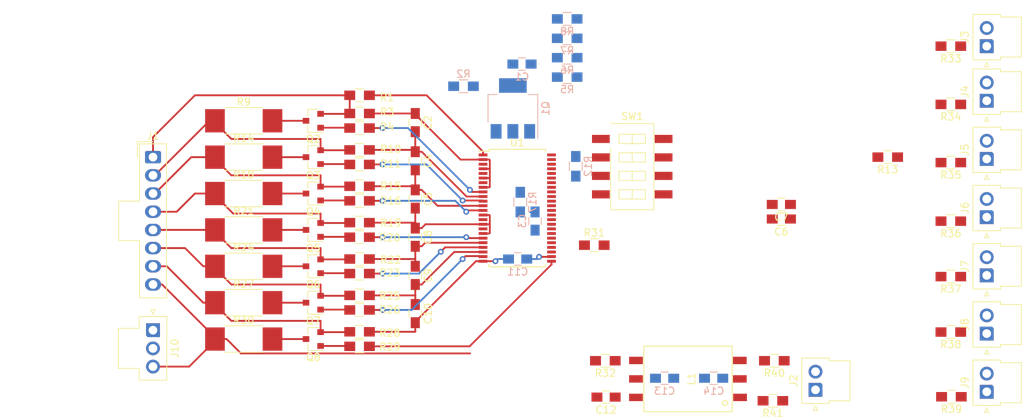
<source format=kicad_pcb>
(kicad_pcb (version 20171130) (host pcbnew 5.0.0)

  (general
    (thickness 1.6)
    (drawings 0)
    (tracks 228)
    (zones 0)
    (modules 76)
    (nets 68)
  )

  (page A2)
  (layers
    (0 F.Cu signal)
    (31 B.Cu signal)
    (32 B.Adhes user)
    (33 F.Adhes user)
    (34 B.Paste user)
    (35 F.Paste user)
    (36 B.SilkS user)
    (37 F.SilkS user)
    (38 B.Mask user)
    (39 F.Mask user)
    (40 Dwgs.User user)
    (41 Cmts.User user)
    (42 Eco1.User user)
    (43 Eco2.User user)
    (44 Edge.Cuts user)
    (45 Margin user)
    (46 B.CrtYd user)
    (47 F.CrtYd user)
    (48 B.Fab user)
    (49 F.Fab user)
  )

  (setup
    (last_trace_width 0.25)
    (trace_clearance 0.2)
    (zone_clearance 0.508)
    (zone_45_only no)
    (trace_min 0.2)
    (segment_width 0.2)
    (edge_width 0.15)
    (via_size 0.8)
    (via_drill 0.4)
    (via_min_size 0.4)
    (via_min_drill 0.3)
    (uvia_size 0.3)
    (uvia_drill 0.1)
    (uvias_allowed no)
    (uvia_min_size 0.2)
    (uvia_min_drill 0.1)
    (pcb_text_width 0.3)
    (pcb_text_size 1.5 1.5)
    (mod_edge_width 0.15)
    (mod_text_size 1 1)
    (mod_text_width 0.15)
    (pad_size 1.524 1.524)
    (pad_drill 0.762)
    (pad_to_mask_clearance 0.051)
    (solder_mask_min_width 0.25)
    (aux_axis_origin 0 0)
    (visible_elements 7FFFFFFF)
    (pcbplotparams
      (layerselection 0x010fc_ffffffff)
      (usegerberextensions false)
      (usegerberattributes false)
      (usegerberadvancedattributes false)
      (creategerberjobfile false)
      (excludeedgelayer true)
      (linewidth 0.076200)
      (plotframeref false)
      (viasonmask false)
      (mode 1)
      (useauxorigin false)
      (hpglpennumber 1)
      (hpglpenspeed 20)
      (hpglpendiameter 15.000000)
      (psnegative false)
      (psa4output false)
      (plotreference true)
      (plotvalue true)
      (plotinvisibletext false)
      (padsonsilk false)
      (subtractmaskfromsilk false)
      (outputformat 1)
      (mirror false)
      (drillshape 1)
      (scaleselection 1)
      (outputdirectory ""))
  )

  (net 0 "")
  (net 1 V-)
  (net 2 "Net-(C1-Pad1)")
  (net 3 "Net-(C2-Pad2)")
  (net 4 "Net-(C2-Pad1)")
  (net 5 VREG)
  (net 6 "Net-(C4-Pad2)")
  (net 7 "Net-(C5-Pad2)")
  (net 8 "Net-(C6-Pad2)")
  (net 9 "Net-(C7-Pad2)")
  (net 10 "Net-(C8-Pad2)")
  (net 11 "Net-(C10-Pad1)")
  (net 12 "Net-(C10-Pad2)")
  (net 13 "Net-(C11-Pad2)")
  (net 14 "Net-(J1-Pad1)")
  (net 15 "Net-(J1-Pad2)")
  (net 16 "Net-(J1-Pad3)")
  (net 17 "Net-(J1-Pad4)")
  (net 18 "Net-(J1-Pad5)")
  (net 19 "Net-(J1-Pad6)")
  (net 20 "Net-(J1-Pad7)")
  (net 21 "Net-(Q1-Pad1)")
  (net 22 "Net-(Q2-Pad3)")
  (net 23 "Net-(Q2-Pad1)")
  (net 24 "Net-(Q3-Pad3)")
  (net 25 "Net-(Q3-Pad1)")
  (net 26 "Net-(Q4-Pad1)")
  (net 27 "Net-(Q4-Pad3)")
  (net 28 "Net-(Q5-Pad3)")
  (net 29 "Net-(Q5-Pad1)")
  (net 30 "Net-(Q6-Pad3)")
  (net 31 "Net-(Q6-Pad1)")
  (net 32 "Net-(Q7-Pad1)")
  (net 33 "Net-(Q7-Pad3)")
  (net 34 "Net-(Q8-Pad1)")
  (net 35 "Net-(Q8-Pad3)")
  (net 36 "Net-(R1-Pad1)")
  (net 37 "Net-(R4-Pad1)")
  (net 38 A3)
  (net 39 A2)
  (net 40 A1)
  (net 41 A0)
  (net 42 "Net-(R11-Pad1)")
  (net 43 "Net-(R16-Pad1)")
  (net 44 "Net-(R17-Pad2)")
  (net 45 "Net-(R20-Pad1)")
  (net 46 "Net-(R23-Pad1)")
  (net 47 "Net-(R26-Pad1)")
  (net 48 "Net-(R29-Pad1)")
  (net 49 IMA)
  (net 50 "Net-(C12-Pad2)")
  (net 51 "Net-(C13-Pad1)")
  (net 52 "Net-(C14-Pad1)")
  (net 53 "Net-(J2-Pad2)")
  (net 54 "Net-(J2-Pad1)")
  (net 55 "Net-(J3-Pad1)")
  (net 56 "Net-(J4-Pad1)")
  (net 57 "Net-(J5-Pad1)")
  (net 58 "Net-(J6-Pad1)")
  (net 59 "Net-(J7-Pad1)")
  (net 60 "Net-(J8-Pad1)")
  (net 61 "Net-(J9-Pad1)")
  (net 62 "Net-(J10-Pad2)")
  (net 63 "Net-(L1-Pad1)")
  (net 64 "Net-(L1-Pad3)")
  (net 65 IPA)
  (net 66 ICMP)
  (net 67 IBIAS)

  (net_class Default "This is the default net class."
    (clearance 0.2)
    (trace_width 0.25)
    (via_dia 0.8)
    (via_drill 0.4)
    (uvia_dia 0.3)
    (uvia_drill 0.1)
    (add_net A0)
    (add_net A1)
    (add_net A2)
    (add_net A3)
    (add_net IBIAS)
    (add_net ICMP)
    (add_net IMA)
    (add_net IPA)
    (add_net "Net-(C1-Pad1)")
    (add_net "Net-(C10-Pad1)")
    (add_net "Net-(C10-Pad2)")
    (add_net "Net-(C11-Pad2)")
    (add_net "Net-(C12-Pad2)")
    (add_net "Net-(C13-Pad1)")
    (add_net "Net-(C14-Pad1)")
    (add_net "Net-(C2-Pad1)")
    (add_net "Net-(C2-Pad2)")
    (add_net "Net-(C4-Pad2)")
    (add_net "Net-(C5-Pad2)")
    (add_net "Net-(C6-Pad2)")
    (add_net "Net-(C7-Pad2)")
    (add_net "Net-(C8-Pad2)")
    (add_net "Net-(J1-Pad1)")
    (add_net "Net-(J1-Pad2)")
    (add_net "Net-(J1-Pad3)")
    (add_net "Net-(J1-Pad4)")
    (add_net "Net-(J1-Pad5)")
    (add_net "Net-(J1-Pad6)")
    (add_net "Net-(J1-Pad7)")
    (add_net "Net-(J10-Pad2)")
    (add_net "Net-(J2-Pad1)")
    (add_net "Net-(J2-Pad2)")
    (add_net "Net-(J3-Pad1)")
    (add_net "Net-(J4-Pad1)")
    (add_net "Net-(J5-Pad1)")
    (add_net "Net-(J6-Pad1)")
    (add_net "Net-(J7-Pad1)")
    (add_net "Net-(J8-Pad1)")
    (add_net "Net-(J9-Pad1)")
    (add_net "Net-(L1-Pad1)")
    (add_net "Net-(L1-Pad3)")
    (add_net "Net-(Q1-Pad1)")
    (add_net "Net-(Q2-Pad1)")
    (add_net "Net-(Q2-Pad3)")
    (add_net "Net-(Q3-Pad1)")
    (add_net "Net-(Q3-Pad3)")
    (add_net "Net-(Q4-Pad1)")
    (add_net "Net-(Q4-Pad3)")
    (add_net "Net-(Q5-Pad1)")
    (add_net "Net-(Q5-Pad3)")
    (add_net "Net-(Q6-Pad1)")
    (add_net "Net-(Q6-Pad3)")
    (add_net "Net-(Q7-Pad1)")
    (add_net "Net-(Q7-Pad3)")
    (add_net "Net-(Q8-Pad1)")
    (add_net "Net-(Q8-Pad3)")
    (add_net "Net-(R1-Pad1)")
    (add_net "Net-(R11-Pad1)")
    (add_net "Net-(R16-Pad1)")
    (add_net "Net-(R17-Pad2)")
    (add_net "Net-(R20-Pad1)")
    (add_net "Net-(R23-Pad1)")
    (add_net "Net-(R26-Pad1)")
    (add_net "Net-(R29-Pad1)")
    (add_net "Net-(R4-Pad1)")
    (add_net V-)
    (add_net VREG)
  )

  (module Connector_Molex:Molex_Nano-Fit_105309-xx08_1x08_P2.50mm_Vertical (layer F.Cu) (tedit 5B7830BB) (tstamp 5C74E770)
    (at 261.5 280)
    (descr "Molex Nano-Fit Power Connectors, 105309-xx08, 8 Pins per row (http://www.molex.com/pdm_docs/sd/1053091203_sd.pdf), generated with kicad-footprint-generator")
    (tags "connector Molex Nano-Fit side entry")
    (path /5C45F610)
    (fp_text reference J1 (at 0 -2.92) (layer F.SilkS)
      (effects (font (size 1 1) (thickness 0.15)))
    )
    (fp_text value Molex_Nano-Fit_105309-xx08_1x08_P2.50mm_Vertical (at 0 20.42) (layer F.Fab)
      (effects (font (size 1 1) (thickness 0.15)))
    )
    (fp_text user %R (at 1.1 8.75 90) (layer F.Fab)
      (effects (font (size 0.87 0.87) (thickness 0.13)))
    )
    (fp_line (start 0 -1.012893) (end 0.5 -1.72) (layer F.Fab) (width 0.1))
    (fp_line (start -0.5 -1.72) (end 0 -1.012893) (layer F.Fab) (width 0.1))
    (fp_line (start -2.15 -2.13) (end -2.15 0) (layer F.SilkS) (width 0.12))
    (fp_line (start 0 -2.13) (end -2.15 -2.13) (layer F.SilkS) (width 0.12))
    (fp_line (start -2.02 6.65) (end -4.1 6.65) (layer F.Fab) (width 0.1))
    (fp_line (start -2.02 10.85) (end -2.02 6.65) (layer F.Fab) (width 0.1))
    (fp_line (start -4.1 10.85) (end -2.02 10.85) (layer F.Fab) (width 0.1))
    (fp_line (start -4.1 6.65) (end -4.1 10.85) (layer F.Fab) (width 0.1))
    (fp_line (start -5.1 11.85) (end -5.1 8.75) (layer F.CrtYd) (width 0.05))
    (fp_line (start -2.24 11.85) (end -5.1 11.85) (layer F.CrtYd) (width 0.05))
    (fp_line (start -2.24 19.72) (end -2.24 11.85) (layer F.CrtYd) (width 0.05))
    (fp_line (start 2.24 19.72) (end -2.24 19.72) (layer F.CrtYd) (width 0.05))
    (fp_line (start 2.24 8.75) (end 2.24 19.72) (layer F.CrtYd) (width 0.05))
    (fp_line (start -5.1 5.65) (end -5.1 8.75) (layer F.CrtYd) (width 0.05))
    (fp_line (start -2.24 5.65) (end -5.1 5.65) (layer F.CrtYd) (width 0.05))
    (fp_line (start -2.24 -2.22) (end -2.24 5.65) (layer F.CrtYd) (width 0.05))
    (fp_line (start 2.24 -2.22) (end -2.24 -2.22) (layer F.CrtYd) (width 0.05))
    (fp_line (start 2.24 8.75) (end 2.24 -2.22) (layer F.CrtYd) (width 0.05))
    (fp_line (start -4.71 11.46) (end -4.71 8.75) (layer F.SilkS) (width 0.12))
    (fp_line (start -1.85 11.46) (end -4.71 11.46) (layer F.SilkS) (width 0.12))
    (fp_line (start -1.85 19.33) (end -1.85 11.46) (layer F.SilkS) (width 0.12))
    (fp_line (start 1.85 19.33) (end -1.85 19.33) (layer F.SilkS) (width 0.12))
    (fp_line (start 1.85 8.75) (end 1.85 19.33) (layer F.SilkS) (width 0.12))
    (fp_line (start -4.71 6.04) (end -4.71 8.75) (layer F.SilkS) (width 0.12))
    (fp_line (start -1.85 6.04) (end -4.71 6.04) (layer F.SilkS) (width 0.12))
    (fp_line (start -1.85 -1.83) (end -1.85 6.04) (layer F.SilkS) (width 0.12))
    (fp_line (start 1.85 -1.83) (end -1.85 -1.83) (layer F.SilkS) (width 0.12))
    (fp_line (start 1.85 8.75) (end 1.85 -1.83) (layer F.SilkS) (width 0.12))
    (fp_line (start -4.6 11.35) (end -4.6 8.75) (layer F.Fab) (width 0.1))
    (fp_line (start -1.74 11.35) (end -4.6 11.35) (layer F.Fab) (width 0.1))
    (fp_line (start -1.74 19.22) (end -1.74 11.35) (layer F.Fab) (width 0.1))
    (fp_line (start 1.74 19.22) (end -1.74 19.22) (layer F.Fab) (width 0.1))
    (fp_line (start 1.74 8.75) (end 1.74 19.22) (layer F.Fab) (width 0.1))
    (fp_line (start -4.6 6.15) (end -4.6 8.75) (layer F.Fab) (width 0.1))
    (fp_line (start -1.74 6.15) (end -4.6 6.15) (layer F.Fab) (width 0.1))
    (fp_line (start -1.74 -1.72) (end -1.74 6.15) (layer F.Fab) (width 0.1))
    (fp_line (start 1.74 -1.72) (end -1.74 -1.72) (layer F.Fab) (width 0.1))
    (fp_line (start 1.74 8.75) (end 1.74 -1.72) (layer F.Fab) (width 0.1))
    (pad "" np_thru_hole circle (at -1.34 8.75) (size 1.3 1.3) (drill 1.3) (layers *.Cu *.Mask))
    (pad 8 thru_hole oval (at 0 17.5) (size 2.2 1.7) (drill 1.2) (layers *.Cu *.Mask)
      (net 1 V-))
    (pad 7 thru_hole oval (at 0 15) (size 2.2 1.7) (drill 1.2) (layers *.Cu *.Mask)
      (net 20 "Net-(J1-Pad7)"))
    (pad 6 thru_hole oval (at 0 12.5) (size 2.2 1.7) (drill 1.2) (layers *.Cu *.Mask)
      (net 19 "Net-(J1-Pad6)"))
    (pad 5 thru_hole oval (at 0 10) (size 2.2 1.7) (drill 1.2) (layers *.Cu *.Mask)
      (net 18 "Net-(J1-Pad5)"))
    (pad 4 thru_hole oval (at 0 7.5) (size 2.2 1.7) (drill 1.2) (layers *.Cu *.Mask)
      (net 17 "Net-(J1-Pad4)"))
    (pad 3 thru_hole oval (at 0 5) (size 2.2 1.7) (drill 1.2) (layers *.Cu *.Mask)
      (net 16 "Net-(J1-Pad3)"))
    (pad 2 thru_hole oval (at 0 2.5) (size 2.2 1.7) (drill 1.2) (layers *.Cu *.Mask)
      (net 15 "Net-(J1-Pad2)"))
    (pad 1 thru_hole roundrect (at 0 0) (size 2.2 1.7) (drill 1.2) (layers *.Cu *.Mask) (roundrect_rratio 0.147059)
      (net 14 "Net-(J1-Pad1)"))
    (model ${KISYS3DMOD}/Connector_Molex.3dshapes/Molex_Nano-Fit_105309-xx08_1x08_P2.50mm_Vertical.wrl
      (at (xyz 0 0 0))
      (scale (xyz 1 1 1))
      (rotate (xyz 0 0 0))
    )
  )

  (module Capacitors_SMD:C_0805_HandSoldering (layer B.Cu) (tedit 58AA84A8) (tstamp 5C63852D)
    (at 312.146 267.208)
    (descr "Capacitor SMD 0805, hand soldering")
    (tags "capacitor 0805")
    (path /5C66FC27)
    (attr smd)
    (fp_text reference C1 (at 0 1.75) (layer B.SilkS)
      (effects (font (size 1 1) (thickness 0.15)) (justify mirror))
    )
    (fp_text value .1uF (at 0 -1.75) (layer B.Fab)
      (effects (font (size 1 1) (thickness 0.15)) (justify mirror))
    )
    (fp_line (start 2.25 -0.87) (end -2.25 -0.87) (layer B.CrtYd) (width 0.05))
    (fp_line (start 2.25 -0.87) (end 2.25 0.88) (layer B.CrtYd) (width 0.05))
    (fp_line (start -2.25 0.88) (end -2.25 -0.87) (layer B.CrtYd) (width 0.05))
    (fp_line (start -2.25 0.88) (end 2.25 0.88) (layer B.CrtYd) (width 0.05))
    (fp_line (start -0.5 -0.85) (end 0.5 -0.85) (layer B.SilkS) (width 0.12))
    (fp_line (start 0.5 0.85) (end -0.5 0.85) (layer B.SilkS) (width 0.12))
    (fp_line (start -1 0.62) (end 1 0.62) (layer B.Fab) (width 0.1))
    (fp_line (start 1 0.62) (end 1 -0.62) (layer B.Fab) (width 0.1))
    (fp_line (start 1 -0.62) (end -1 -0.62) (layer B.Fab) (width 0.1))
    (fp_line (start -1 -0.62) (end -1 0.62) (layer B.Fab) (width 0.1))
    (fp_text user %R (at 0 1.75) (layer B.Fab)
      (effects (font (size 1 1) (thickness 0.15)) (justify mirror))
    )
    (pad 2 smd rect (at 1.25 0) (size 1.5 1.25) (layers B.Cu B.Paste B.Mask)
      (net 1 V-))
    (pad 1 smd rect (at -1.25 0) (size 1.5 1.25) (layers B.Cu B.Paste B.Mask)
      (net 2 "Net-(C1-Pad1)"))
    (model Capacitors_SMD.3dshapes/C_0805.wrl
      (at (xyz 0 0 0))
      (scale (xyz 1 1 1))
      (rotate (xyz 0 0 0))
    )
  )

  (module Capacitors_SMD:C_0805_HandSoldering (layer F.Cu) (tedit 58AA84A8) (tstamp 5C6384CD)
    (at 297.5 275.25 270)
    (descr "Capacitor SMD 0805, hand soldering")
    (tags "capacitor 0805")
    (path /5C454563)
    (attr smd)
    (fp_text reference C2 (at 0 -1.75 270) (layer F.SilkS)
      (effects (font (size 1 1) (thickness 0.15)))
    )
    (fp_text value 10nF (at 0 1.75 270) (layer F.Fab)
      (effects (font (size 1 1) (thickness 0.15)))
    )
    (fp_line (start 2.25 0.87) (end -2.25 0.87) (layer F.CrtYd) (width 0.05))
    (fp_line (start 2.25 0.87) (end 2.25 -0.88) (layer F.CrtYd) (width 0.05))
    (fp_line (start -2.25 -0.88) (end -2.25 0.87) (layer F.CrtYd) (width 0.05))
    (fp_line (start -2.25 -0.88) (end 2.25 -0.88) (layer F.CrtYd) (width 0.05))
    (fp_line (start -0.5 0.85) (end 0.5 0.85) (layer F.SilkS) (width 0.12))
    (fp_line (start 0.5 -0.85) (end -0.5 -0.85) (layer F.SilkS) (width 0.12))
    (fp_line (start -1 -0.62) (end 1 -0.62) (layer F.Fab) (width 0.1))
    (fp_line (start 1 -0.62) (end 1 0.62) (layer F.Fab) (width 0.1))
    (fp_line (start 1 0.62) (end -1 0.62) (layer F.Fab) (width 0.1))
    (fp_line (start -1 0.62) (end -1 -0.62) (layer F.Fab) (width 0.1))
    (fp_text user %R (at 0 -1.75 270) (layer F.Fab)
      (effects (font (size 1 1) (thickness 0.15)))
    )
    (pad 2 smd rect (at 1.25 0 270) (size 1.5 1.25) (layers F.Cu F.Paste F.Mask)
      (net 3 "Net-(C2-Pad2)"))
    (pad 1 smd rect (at -1.25 0 270) (size 1.5 1.25) (layers F.Cu F.Paste F.Mask)
      (net 4 "Net-(C2-Pad1)"))
    (model Capacitors_SMD.3dshapes/C_0805.wrl
      (at (xyz 0 0 0))
      (scale (xyz 1 1 1))
      (rotate (xyz 0 0 0))
    )
  )

  (module Capacitors_SMD:C_0805_HandSoldering (layer B.Cu) (tedit 58AA84A8) (tstamp 5C74F5FE)
    (at 313.944 288.778 270)
    (descr "Capacitor SMD 0805, hand soldering")
    (tags "capacitor 0805")
    (path /5C660F08)
    (attr smd)
    (fp_text reference C3 (at 0 1.75 270) (layer B.SilkS)
      (effects (font (size 1 1) (thickness 0.15)) (justify mirror))
    )
    (fp_text value 1uF (at 0 -1.75 270) (layer B.Fab)
      (effects (font (size 1 1) (thickness 0.15)) (justify mirror))
    )
    (fp_text user %R (at 0 1.75 270) (layer B.Fab)
      (effects (font (size 1 1) (thickness 0.15)) (justify mirror))
    )
    (fp_line (start -1 -0.62) (end -1 0.62) (layer B.Fab) (width 0.1))
    (fp_line (start 1 -0.62) (end -1 -0.62) (layer B.Fab) (width 0.1))
    (fp_line (start 1 0.62) (end 1 -0.62) (layer B.Fab) (width 0.1))
    (fp_line (start -1 0.62) (end 1 0.62) (layer B.Fab) (width 0.1))
    (fp_line (start 0.5 0.85) (end -0.5 0.85) (layer B.SilkS) (width 0.12))
    (fp_line (start -0.5 -0.85) (end 0.5 -0.85) (layer B.SilkS) (width 0.12))
    (fp_line (start -2.25 0.88) (end 2.25 0.88) (layer B.CrtYd) (width 0.05))
    (fp_line (start -2.25 0.88) (end -2.25 -0.87) (layer B.CrtYd) (width 0.05))
    (fp_line (start 2.25 -0.87) (end 2.25 0.88) (layer B.CrtYd) (width 0.05))
    (fp_line (start 2.25 -0.87) (end -2.25 -0.87) (layer B.CrtYd) (width 0.05))
    (pad 1 smd rect (at -1.25 0 270) (size 1.5 1.25) (layers B.Cu B.Paste B.Mask)
      (net 5 VREG))
    (pad 2 smd rect (at 1.25 0 270) (size 1.5 1.25) (layers B.Cu B.Paste B.Mask)
      (net 1 V-))
    (model Capacitors_SMD.3dshapes/C_0805.wrl
      (at (xyz 0 0 0))
      (scale (xyz 1 1 1))
      (rotate (xyz 0 0 0))
    )
  )

  (module Capacitors_SMD:C_0805_HandSoldering (layer F.Cu) (tedit 58AA84A8) (tstamp 5C63849D)
    (at 297.5 280.5 270)
    (descr "Capacitor SMD 0805, hand soldering")
    (tags "capacitor 0805")
    (path /5C45FAF1)
    (attr smd)
    (fp_text reference C4 (at 0 -1.75 270) (layer F.SilkS)
      (effects (font (size 1 1) (thickness 0.15)))
    )
    (fp_text value 10nF (at 0 1.75 270) (layer F.Fab)
      (effects (font (size 1 1) (thickness 0.15)))
    )
    (fp_text user %R (at 0 -1.75 270) (layer F.Fab)
      (effects (font (size 1 1) (thickness 0.15)))
    )
    (fp_line (start -1 0.62) (end -1 -0.62) (layer F.Fab) (width 0.1))
    (fp_line (start 1 0.62) (end -1 0.62) (layer F.Fab) (width 0.1))
    (fp_line (start 1 -0.62) (end 1 0.62) (layer F.Fab) (width 0.1))
    (fp_line (start -1 -0.62) (end 1 -0.62) (layer F.Fab) (width 0.1))
    (fp_line (start 0.5 -0.85) (end -0.5 -0.85) (layer F.SilkS) (width 0.12))
    (fp_line (start -0.5 0.85) (end 0.5 0.85) (layer F.SilkS) (width 0.12))
    (fp_line (start -2.25 -0.88) (end 2.25 -0.88) (layer F.CrtYd) (width 0.05))
    (fp_line (start -2.25 -0.88) (end -2.25 0.87) (layer F.CrtYd) (width 0.05))
    (fp_line (start 2.25 0.87) (end 2.25 -0.88) (layer F.CrtYd) (width 0.05))
    (fp_line (start 2.25 0.87) (end -2.25 0.87) (layer F.CrtYd) (width 0.05))
    (pad 1 smd rect (at -1.25 0 270) (size 1.5 1.25) (layers F.Cu F.Paste F.Mask)
      (net 3 "Net-(C2-Pad2)"))
    (pad 2 smd rect (at 1.25 0 270) (size 1.5 1.25) (layers F.Cu F.Paste F.Mask)
      (net 6 "Net-(C4-Pad2)"))
    (model Capacitors_SMD.3dshapes/C_0805.wrl
      (at (xyz 0 0 0))
      (scale (xyz 1 1 1))
      (rotate (xyz 0 0 0))
    )
  )

  (module Capacitors_SMD:C_0805_HandSoldering (layer F.Cu) (tedit 58AA84A8) (tstamp 5C63882D)
    (at 297.5 285.75 270)
    (descr "Capacitor SMD 0805, hand soldering")
    (tags "capacitor 0805")
    (path /5C4601B0)
    (attr smd)
    (fp_text reference C5 (at 0 -1.75 270) (layer F.SilkS)
      (effects (font (size 1 1) (thickness 0.15)))
    )
    (fp_text value 10nF (at 0 1.75 270) (layer F.Fab)
      (effects (font (size 1 1) (thickness 0.15)))
    )
    (fp_text user %R (at 0 -1.75 270) (layer F.Fab)
      (effects (font (size 1 1) (thickness 0.15)))
    )
    (fp_line (start -1 0.62) (end -1 -0.62) (layer F.Fab) (width 0.1))
    (fp_line (start 1 0.62) (end -1 0.62) (layer F.Fab) (width 0.1))
    (fp_line (start 1 -0.62) (end 1 0.62) (layer F.Fab) (width 0.1))
    (fp_line (start -1 -0.62) (end 1 -0.62) (layer F.Fab) (width 0.1))
    (fp_line (start 0.5 -0.85) (end -0.5 -0.85) (layer F.SilkS) (width 0.12))
    (fp_line (start -0.5 0.85) (end 0.5 0.85) (layer F.SilkS) (width 0.12))
    (fp_line (start -2.25 -0.88) (end 2.25 -0.88) (layer F.CrtYd) (width 0.05))
    (fp_line (start -2.25 -0.88) (end -2.25 0.87) (layer F.CrtYd) (width 0.05))
    (fp_line (start 2.25 0.87) (end 2.25 -0.88) (layer F.CrtYd) (width 0.05))
    (fp_line (start 2.25 0.87) (end -2.25 0.87) (layer F.CrtYd) (width 0.05))
    (pad 1 smd rect (at -1.25 0 270) (size 1.5 1.25) (layers F.Cu F.Paste F.Mask)
      (net 6 "Net-(C4-Pad2)"))
    (pad 2 smd rect (at 1.25 0 270) (size 1.5 1.25) (layers F.Cu F.Paste F.Mask)
      (net 7 "Net-(C5-Pad2)"))
    (model Capacitors_SMD.3dshapes/C_0805.wrl
      (at (xyz 0 0 0))
      (scale (xyz 1 1 1))
      (rotate (xyz 0 0 0))
    )
  )

  (module Capacitors_SMD:C_0805_HandSoldering (layer F.Cu) (tedit 58AA84A8) (tstamp 5C6387FD)
    (at 347.75 288.5 180)
    (descr "Capacitor SMD 0805, hand soldering")
    (tags "capacitor 0805")
    (path /5C70E6EF)
    (attr smd)
    (fp_text reference C6 (at 0 -1.75 180) (layer F.SilkS)
      (effects (font (size 1 1) (thickness 0.15)))
    )
    (fp_text value 1uF (at 0 1.75 180) (layer F.Fab)
      (effects (font (size 1 1) (thickness 0.15)))
    )
    (fp_text user %R (at 0 -1.75 180) (layer F.Fab)
      (effects (font (size 1 1) (thickness 0.15)))
    )
    (fp_line (start -1 0.62) (end -1 -0.62) (layer F.Fab) (width 0.1))
    (fp_line (start 1 0.62) (end -1 0.62) (layer F.Fab) (width 0.1))
    (fp_line (start 1 -0.62) (end 1 0.62) (layer F.Fab) (width 0.1))
    (fp_line (start -1 -0.62) (end 1 -0.62) (layer F.Fab) (width 0.1))
    (fp_line (start 0.5 -0.85) (end -0.5 -0.85) (layer F.SilkS) (width 0.12))
    (fp_line (start -0.5 0.85) (end 0.5 0.85) (layer F.SilkS) (width 0.12))
    (fp_line (start -2.25 -0.88) (end 2.25 -0.88) (layer F.CrtYd) (width 0.05))
    (fp_line (start -2.25 -0.88) (end -2.25 0.87) (layer F.CrtYd) (width 0.05))
    (fp_line (start 2.25 0.87) (end 2.25 -0.88) (layer F.CrtYd) (width 0.05))
    (fp_line (start 2.25 0.87) (end -2.25 0.87) (layer F.CrtYd) (width 0.05))
    (pad 1 smd rect (at -1.25 0 180) (size 1.5 1.25) (layers F.Cu F.Paste F.Mask)
      (net 1 V-))
    (pad 2 smd rect (at 1.25 0 180) (size 1.5 1.25) (layers F.Cu F.Paste F.Mask)
      (net 8 "Net-(C6-Pad2)"))
    (model Capacitors_SMD.3dshapes/C_0805.wrl
      (at (xyz 0 0 0))
      (scale (xyz 1 1 1))
      (rotate (xyz 0 0 0))
    )
  )

  (module Capacitors_SMD:C_0805_HandSoldering (layer F.Cu) (tedit 58AA84A8) (tstamp 5C63885D)
    (at 347.75 286.5 180)
    (descr "Capacitor SMD 0805, hand soldering")
    (tags "capacitor 0805")
    (path /5C70E196)
    (attr smd)
    (fp_text reference C7 (at 0 -1.75 180) (layer F.SilkS)
      (effects (font (size 1 1) (thickness 0.15)))
    )
    (fp_text value 1uF (at 0 1.75 180) (layer F.Fab)
      (effects (font (size 1 1) (thickness 0.15)))
    )
    (fp_line (start 2.25 0.87) (end -2.25 0.87) (layer F.CrtYd) (width 0.05))
    (fp_line (start 2.25 0.87) (end 2.25 -0.88) (layer F.CrtYd) (width 0.05))
    (fp_line (start -2.25 -0.88) (end -2.25 0.87) (layer F.CrtYd) (width 0.05))
    (fp_line (start -2.25 -0.88) (end 2.25 -0.88) (layer F.CrtYd) (width 0.05))
    (fp_line (start -0.5 0.85) (end 0.5 0.85) (layer F.SilkS) (width 0.12))
    (fp_line (start 0.5 -0.85) (end -0.5 -0.85) (layer F.SilkS) (width 0.12))
    (fp_line (start -1 -0.62) (end 1 -0.62) (layer F.Fab) (width 0.1))
    (fp_line (start 1 -0.62) (end 1 0.62) (layer F.Fab) (width 0.1))
    (fp_line (start 1 0.62) (end -1 0.62) (layer F.Fab) (width 0.1))
    (fp_line (start -1 0.62) (end -1 -0.62) (layer F.Fab) (width 0.1))
    (fp_text user %R (at 0 -1.75 180) (layer F.Fab)
      (effects (font (size 1 1) (thickness 0.15)))
    )
    (pad 2 smd rect (at 1.25 0 180) (size 1.5 1.25) (layers F.Cu F.Paste F.Mask)
      (net 9 "Net-(C7-Pad2)"))
    (pad 1 smd rect (at -1.25 0 180) (size 1.5 1.25) (layers F.Cu F.Paste F.Mask)
      (net 1 V-))
    (model Capacitors_SMD.3dshapes/C_0805.wrl
      (at (xyz 0 0 0))
      (scale (xyz 1 1 1))
      (rotate (xyz 0 0 0))
    )
  )

  (module Capacitors_SMD:C_0805_HandSoldering (layer F.Cu) (tedit 58AA84A8) (tstamp 5C63888D)
    (at 297.5 291 270)
    (descr "Capacitor SMD 0805, hand soldering")
    (tags "capacitor 0805")
    (path /5C4601DA)
    (attr smd)
    (fp_text reference C8 (at 0 -1.75 270) (layer F.SilkS)
      (effects (font (size 1 1) (thickness 0.15)))
    )
    (fp_text value 10nF (at 0 1.75 270) (layer F.Fab)
      (effects (font (size 1 1) (thickness 0.15)))
    )
    (fp_line (start 2.25 0.87) (end -2.25 0.87) (layer F.CrtYd) (width 0.05))
    (fp_line (start 2.25 0.87) (end 2.25 -0.88) (layer F.CrtYd) (width 0.05))
    (fp_line (start -2.25 -0.88) (end -2.25 0.87) (layer F.CrtYd) (width 0.05))
    (fp_line (start -2.25 -0.88) (end 2.25 -0.88) (layer F.CrtYd) (width 0.05))
    (fp_line (start -0.5 0.85) (end 0.5 0.85) (layer F.SilkS) (width 0.12))
    (fp_line (start 0.5 -0.85) (end -0.5 -0.85) (layer F.SilkS) (width 0.12))
    (fp_line (start -1 -0.62) (end 1 -0.62) (layer F.Fab) (width 0.1))
    (fp_line (start 1 -0.62) (end 1 0.62) (layer F.Fab) (width 0.1))
    (fp_line (start 1 0.62) (end -1 0.62) (layer F.Fab) (width 0.1))
    (fp_line (start -1 0.62) (end -1 -0.62) (layer F.Fab) (width 0.1))
    (fp_text user %R (at 0 -1.75 270) (layer F.Fab)
      (effects (font (size 1 1) (thickness 0.15)))
    )
    (pad 2 smd rect (at 1.25 0 270) (size 1.5 1.25) (layers F.Cu F.Paste F.Mask)
      (net 10 "Net-(C8-Pad2)"))
    (pad 1 smd rect (at -1.25 0 270) (size 1.5 1.25) (layers F.Cu F.Paste F.Mask)
      (net 7 "Net-(C5-Pad2)"))
    (model Capacitors_SMD.3dshapes/C_0805.wrl
      (at (xyz 0 0 0))
      (scale (xyz 1 1 1))
      (rotate (xyz 0 0 0))
    )
  )

  (module Capacitors_SMD:C_0805_HandSoldering (layer F.Cu) (tedit 58AA84A8) (tstamp 5C6387CD)
    (at 297.5 296.25 270)
    (descr "Capacitor SMD 0805, hand soldering")
    (tags "capacitor 0805")
    (path /5C4611BD)
    (attr smd)
    (fp_text reference C9 (at 0 -1.75 270) (layer F.SilkS)
      (effects (font (size 1 1) (thickness 0.15)))
    )
    (fp_text value 10nF (at 0 1.75 270) (layer F.Fab)
      (effects (font (size 1 1) (thickness 0.15)))
    )
    (fp_text user %R (at 0 -1.75 270) (layer F.Fab)
      (effects (font (size 1 1) (thickness 0.15)))
    )
    (fp_line (start -1 0.62) (end -1 -0.62) (layer F.Fab) (width 0.1))
    (fp_line (start 1 0.62) (end -1 0.62) (layer F.Fab) (width 0.1))
    (fp_line (start 1 -0.62) (end 1 0.62) (layer F.Fab) (width 0.1))
    (fp_line (start -1 -0.62) (end 1 -0.62) (layer F.Fab) (width 0.1))
    (fp_line (start 0.5 -0.85) (end -0.5 -0.85) (layer F.SilkS) (width 0.12))
    (fp_line (start -0.5 0.85) (end 0.5 0.85) (layer F.SilkS) (width 0.12))
    (fp_line (start -2.25 -0.88) (end 2.25 -0.88) (layer F.CrtYd) (width 0.05))
    (fp_line (start -2.25 -0.88) (end -2.25 0.87) (layer F.CrtYd) (width 0.05))
    (fp_line (start 2.25 0.87) (end 2.25 -0.88) (layer F.CrtYd) (width 0.05))
    (fp_line (start 2.25 0.87) (end -2.25 0.87) (layer F.CrtYd) (width 0.05))
    (pad 1 smd rect (at -1.25 0 270) (size 1.5 1.25) (layers F.Cu F.Paste F.Mask)
      (net 10 "Net-(C8-Pad2)"))
    (pad 2 smd rect (at 1.25 0 270) (size 1.5 1.25) (layers F.Cu F.Paste F.Mask)
      (net 11 "Net-(C10-Pad1)"))
    (model Capacitors_SMD.3dshapes/C_0805.wrl
      (at (xyz 0 0 0))
      (scale (xyz 1 1 1))
      (rotate (xyz 0 0 0))
    )
  )

  (module Capacitors_SMD:C_0805_HandSoldering (layer F.Cu) (tedit 58AA84A8) (tstamp 5C63876D)
    (at 297.5 301.5 270)
    (descr "Capacitor SMD 0805, hand soldering")
    (tags "capacitor 0805")
    (path /5C4611E7)
    (attr smd)
    (fp_text reference C10 (at 0 -1.75 270) (layer F.SilkS)
      (effects (font (size 1 1) (thickness 0.15)))
    )
    (fp_text value 10nF (at 0 1.75 270) (layer F.Fab)
      (effects (font (size 1 1) (thickness 0.15)))
    )
    (fp_line (start 2.25 0.87) (end -2.25 0.87) (layer F.CrtYd) (width 0.05))
    (fp_line (start 2.25 0.87) (end 2.25 -0.88) (layer F.CrtYd) (width 0.05))
    (fp_line (start -2.25 -0.88) (end -2.25 0.87) (layer F.CrtYd) (width 0.05))
    (fp_line (start -2.25 -0.88) (end 2.25 -0.88) (layer F.CrtYd) (width 0.05))
    (fp_line (start -0.5 0.85) (end 0.5 0.85) (layer F.SilkS) (width 0.12))
    (fp_line (start 0.5 -0.85) (end -0.5 -0.85) (layer F.SilkS) (width 0.12))
    (fp_line (start -1 -0.62) (end 1 -0.62) (layer F.Fab) (width 0.1))
    (fp_line (start 1 -0.62) (end 1 0.62) (layer F.Fab) (width 0.1))
    (fp_line (start 1 0.62) (end -1 0.62) (layer F.Fab) (width 0.1))
    (fp_line (start -1 0.62) (end -1 -0.62) (layer F.Fab) (width 0.1))
    (fp_text user %R (at 0 -1.75 270) (layer F.Fab)
      (effects (font (size 1 1) (thickness 0.15)))
    )
    (pad 2 smd rect (at 1.25 0 270) (size 1.5 1.25) (layers F.Cu F.Paste F.Mask)
      (net 12 "Net-(C10-Pad2)"))
    (pad 1 smd rect (at -1.25 0 270) (size 1.5 1.25) (layers F.Cu F.Paste F.Mask)
      (net 11 "Net-(C10-Pad1)"))
    (model Capacitors_SMD.3dshapes/C_0805.wrl
      (at (xyz 0 0 0))
      (scale (xyz 1 1 1))
      (rotate (xyz 0 0 0))
    )
  )

  (module Capacitors_SMD:C_0805_HandSoldering (layer B.Cu) (tedit 58AA84A8) (tstamp 5C63879D)
    (at 311.55 294)
    (descr "Capacitor SMD 0805, hand soldering")
    (tags "capacitor 0805")
    (path /5C461211)
    (attr smd)
    (fp_text reference C11 (at 0 1.75) (layer B.SilkS)
      (effects (font (size 1 1) (thickness 0.15)) (justify mirror))
    )
    (fp_text value 10nF (at 0 -1.75) (layer B.Fab)
      (effects (font (size 1 1) (thickness 0.15)) (justify mirror))
    )
    (fp_line (start 2.25 -0.87) (end -2.25 -0.87) (layer B.CrtYd) (width 0.05))
    (fp_line (start 2.25 -0.87) (end 2.25 0.88) (layer B.CrtYd) (width 0.05))
    (fp_line (start -2.25 0.88) (end -2.25 -0.87) (layer B.CrtYd) (width 0.05))
    (fp_line (start -2.25 0.88) (end 2.25 0.88) (layer B.CrtYd) (width 0.05))
    (fp_line (start -0.5 -0.85) (end 0.5 -0.85) (layer B.SilkS) (width 0.12))
    (fp_line (start 0.5 0.85) (end -0.5 0.85) (layer B.SilkS) (width 0.12))
    (fp_line (start -1 0.62) (end 1 0.62) (layer B.Fab) (width 0.1))
    (fp_line (start 1 0.62) (end 1 -0.62) (layer B.Fab) (width 0.1))
    (fp_line (start 1 -0.62) (end -1 -0.62) (layer B.Fab) (width 0.1))
    (fp_line (start -1 -0.62) (end -1 0.62) (layer B.Fab) (width 0.1))
    (fp_text user %R (at 0 1.75) (layer B.Fab)
      (effects (font (size 1 1) (thickness 0.15)) (justify mirror))
    )
    (pad 2 smd rect (at 1.25 0) (size 1.5 1.25) (layers B.Cu B.Paste B.Mask)
      (net 13 "Net-(C11-Pad2)"))
    (pad 1 smd rect (at -1.25 0) (size 1.5 1.25) (layers B.Cu B.Paste B.Mask)
      (net 12 "Net-(C10-Pad2)"))
    (model Capacitors_SMD.3dshapes/C_0805.wrl
      (at (xyz 0 0 0))
      (scale (xyz 1 1 1))
      (rotate (xyz 0 0 0))
    )
  )

  (module TO_SOT_Packages_SMD:SOT-223 (layer B.Cu) (tedit 58CE4E7E) (tstamp 5C6388C2)
    (at 310.896 273.304 90)
    (descr "module CMS SOT223 4 pins")
    (tags "CMS SOT")
    (path /5C650CFD)
    (attr smd)
    (fp_text reference Q1 (at 0 4.5 90) (layer B.SilkS)
      (effects (font (size 1 1) (thickness 0.15)) (justify mirror))
    )
    (fp_text value NSV1C201MZ4 (at 0 -4.5 90) (layer B.Fab)
      (effects (font (size 1 1) (thickness 0.15)) (justify mirror))
    )
    (fp_line (start 1.85 3.35) (end 1.85 -3.35) (layer B.Fab) (width 0.1))
    (fp_line (start -1.85 -3.35) (end 1.85 -3.35) (layer B.Fab) (width 0.1))
    (fp_line (start -4.1 3.41) (end 1.91 3.41) (layer B.SilkS) (width 0.12))
    (fp_line (start -0.8 3.35) (end 1.85 3.35) (layer B.Fab) (width 0.1))
    (fp_line (start -1.85 -3.41) (end 1.91 -3.41) (layer B.SilkS) (width 0.12))
    (fp_line (start -1.85 2.3) (end -1.85 -3.35) (layer B.Fab) (width 0.1))
    (fp_line (start -4.4 3.6) (end -4.4 -3.6) (layer B.CrtYd) (width 0.05))
    (fp_line (start -4.4 -3.6) (end 4.4 -3.6) (layer B.CrtYd) (width 0.05))
    (fp_line (start 4.4 -3.6) (end 4.4 3.6) (layer B.CrtYd) (width 0.05))
    (fp_line (start 4.4 3.6) (end -4.4 3.6) (layer B.CrtYd) (width 0.05))
    (fp_line (start 1.91 3.41) (end 1.91 2.15) (layer B.SilkS) (width 0.12))
    (fp_line (start 1.91 -3.41) (end 1.91 -2.15) (layer B.SilkS) (width 0.12))
    (fp_line (start -1.85 2.3) (end -0.8 3.35) (layer B.Fab) (width 0.1))
    (fp_text user %R (at 0 0) (layer B.Fab)
      (effects (font (size 0.8 0.8) (thickness 0.12)) (justify mirror))
    )
    (pad 1 smd rect (at -3.15 2.3 90) (size 2 1.5) (layers B.Cu B.Paste B.Mask)
      (net 21 "Net-(Q1-Pad1)"))
    (pad 3 smd rect (at -3.15 -2.3 90) (size 2 1.5) (layers B.Cu B.Paste B.Mask)
      (net 5 VREG))
    (pad 2 smd rect (at -3.15 0 90) (size 2 1.5) (layers B.Cu B.Paste B.Mask)
      (net 2 "Net-(C1-Pad1)"))
    (pad 4 smd rect (at 3.15 0 90) (size 2 3.8) (layers B.Cu B.Paste B.Mask)
      (net 2 "Net-(C1-Pad1)"))
    (model ${KISYS3DMOD}/TO_SOT_Packages_SMD.3dshapes/SOT-223.wrl
      (at (xyz 0 0 0))
      (scale (xyz 1 1 1))
      (rotate (xyz 0 0 0))
    )
  )

  (module TO_SOT_Packages_SMD:SOT-23 (layer F.Cu) (tedit 58CE4E7E) (tstamp 5C638A50)
    (at 283.5 275 180)
    (descr "SOT-23, Standard")
    (tags SOT-23)
    (path /5C45290E)
    (attr smd)
    (fp_text reference Q2 (at 0 -2.5 180) (layer F.SilkS)
      (effects (font (size 1 1) (thickness 0.15)))
    )
    (fp_text value BSS308PE (at 0 2.5 180) (layer F.Fab)
      (effects (font (size 1 1) (thickness 0.15)))
    )
    (fp_line (start 0.76 1.58) (end -0.7 1.58) (layer F.SilkS) (width 0.12))
    (fp_line (start 0.76 -1.58) (end -1.4 -1.58) (layer F.SilkS) (width 0.12))
    (fp_line (start -1.7 1.75) (end -1.7 -1.75) (layer F.CrtYd) (width 0.05))
    (fp_line (start 1.7 1.75) (end -1.7 1.75) (layer F.CrtYd) (width 0.05))
    (fp_line (start 1.7 -1.75) (end 1.7 1.75) (layer F.CrtYd) (width 0.05))
    (fp_line (start -1.7 -1.75) (end 1.7 -1.75) (layer F.CrtYd) (width 0.05))
    (fp_line (start 0.76 -1.58) (end 0.76 -0.65) (layer F.SilkS) (width 0.12))
    (fp_line (start 0.76 1.58) (end 0.76 0.65) (layer F.SilkS) (width 0.12))
    (fp_line (start -0.7 1.52) (end 0.7 1.52) (layer F.Fab) (width 0.1))
    (fp_line (start 0.7 -1.52) (end 0.7 1.52) (layer F.Fab) (width 0.1))
    (fp_line (start -0.7 -0.95) (end -0.15 -1.52) (layer F.Fab) (width 0.1))
    (fp_line (start -0.15 -1.52) (end 0.7 -1.52) (layer F.Fab) (width 0.1))
    (fp_line (start -0.7 -0.95) (end -0.7 1.5) (layer F.Fab) (width 0.1))
    (fp_text user %R (at 0 0 270) (layer F.Fab)
      (effects (font (size 0.5 0.5) (thickness 0.075)))
    )
    (pad 3 smd rect (at 1 0 180) (size 0.9 0.8) (layers F.Cu F.Paste F.Mask)
      (net 22 "Net-(Q2-Pad3)"))
    (pad 2 smd rect (at -1 0.95 180) (size 0.9 0.8) (layers F.Cu F.Paste F.Mask)
      (net 14 "Net-(J1-Pad1)"))
    (pad 1 smd rect (at -1 -0.95 180) (size 0.9 0.8) (layers F.Cu F.Paste F.Mask)
      (net 23 "Net-(Q2-Pad1)"))
    (model ${KISYS3DMOD}/TO_SOT_Packages_SMD.3dshapes/SOT-23.wrl
      (at (xyz 0 0 0))
      (scale (xyz 1 1 1))
      (rotate (xyz 0 0 0))
    )
  )

  (module TO_SOT_Packages_SMD:SOT-23 (layer F.Cu) (tedit 58CE4E7E) (tstamp 5C639A59)
    (at 283.5 280 180)
    (descr "SOT-23, Standard")
    (tags SOT-23)
    (path /5C45FAD9)
    (attr smd)
    (fp_text reference Q3 (at 0 -2.5 180) (layer F.SilkS)
      (effects (font (size 1 1) (thickness 0.15)))
    )
    (fp_text value BSS308PE (at 0 2.5 180) (layer F.Fab)
      (effects (font (size 1 1) (thickness 0.15)))
    )
    (fp_line (start 0.76 1.58) (end -0.7 1.58) (layer F.SilkS) (width 0.12))
    (fp_line (start 0.76 -1.58) (end -1.4 -1.58) (layer F.SilkS) (width 0.12))
    (fp_line (start -1.7 1.75) (end -1.7 -1.75) (layer F.CrtYd) (width 0.05))
    (fp_line (start 1.7 1.75) (end -1.7 1.75) (layer F.CrtYd) (width 0.05))
    (fp_line (start 1.7 -1.75) (end 1.7 1.75) (layer F.CrtYd) (width 0.05))
    (fp_line (start -1.7 -1.75) (end 1.7 -1.75) (layer F.CrtYd) (width 0.05))
    (fp_line (start 0.76 -1.58) (end 0.76 -0.65) (layer F.SilkS) (width 0.12))
    (fp_line (start 0.76 1.58) (end 0.76 0.65) (layer F.SilkS) (width 0.12))
    (fp_line (start -0.7 1.52) (end 0.7 1.52) (layer F.Fab) (width 0.1))
    (fp_line (start 0.7 -1.52) (end 0.7 1.52) (layer F.Fab) (width 0.1))
    (fp_line (start -0.7 -0.95) (end -0.15 -1.52) (layer F.Fab) (width 0.1))
    (fp_line (start -0.15 -1.52) (end 0.7 -1.52) (layer F.Fab) (width 0.1))
    (fp_line (start -0.7 -0.95) (end -0.7 1.5) (layer F.Fab) (width 0.1))
    (fp_text user %R (at 0 0 270) (layer F.Fab)
      (effects (font (size 0.5 0.5) (thickness 0.075)))
    )
    (pad 3 smd rect (at 1 0 180) (size 0.9 0.8) (layers F.Cu F.Paste F.Mask)
      (net 24 "Net-(Q3-Pad3)"))
    (pad 2 smd rect (at -1 0.95 180) (size 0.9 0.8) (layers F.Cu F.Paste F.Mask)
      (net 15 "Net-(J1-Pad2)"))
    (pad 1 smd rect (at -1 -0.95 180) (size 0.9 0.8) (layers F.Cu F.Paste F.Mask)
      (net 25 "Net-(Q3-Pad1)"))
    (model ${KISYS3DMOD}/TO_SOT_Packages_SMD.3dshapes/SOT-23.wrl
      (at (xyz 0 0 0))
      (scale (xyz 1 1 1))
      (rotate (xyz 0 0 0))
    )
  )

  (module TO_SOT_Packages_SMD:SOT-23 (layer F.Cu) (tedit 58CE4E7E) (tstamp 5C638A14)
    (at 283.5 285 180)
    (descr "SOT-23, Standard")
    (tags SOT-23)
    (path /5C460198)
    (attr smd)
    (fp_text reference Q4 (at 0 -2.5 180) (layer F.SilkS)
      (effects (font (size 1 1) (thickness 0.15)))
    )
    (fp_text value BSS308PE (at 0 2.5 180) (layer F.Fab)
      (effects (font (size 1 1) (thickness 0.15)))
    )
    (fp_text user %R (at 0 0 270) (layer F.Fab)
      (effects (font (size 0.5 0.5) (thickness 0.075)))
    )
    (fp_line (start -0.7 -0.95) (end -0.7 1.5) (layer F.Fab) (width 0.1))
    (fp_line (start -0.15 -1.52) (end 0.7 -1.52) (layer F.Fab) (width 0.1))
    (fp_line (start -0.7 -0.95) (end -0.15 -1.52) (layer F.Fab) (width 0.1))
    (fp_line (start 0.7 -1.52) (end 0.7 1.52) (layer F.Fab) (width 0.1))
    (fp_line (start -0.7 1.52) (end 0.7 1.52) (layer F.Fab) (width 0.1))
    (fp_line (start 0.76 1.58) (end 0.76 0.65) (layer F.SilkS) (width 0.12))
    (fp_line (start 0.76 -1.58) (end 0.76 -0.65) (layer F.SilkS) (width 0.12))
    (fp_line (start -1.7 -1.75) (end 1.7 -1.75) (layer F.CrtYd) (width 0.05))
    (fp_line (start 1.7 -1.75) (end 1.7 1.75) (layer F.CrtYd) (width 0.05))
    (fp_line (start 1.7 1.75) (end -1.7 1.75) (layer F.CrtYd) (width 0.05))
    (fp_line (start -1.7 1.75) (end -1.7 -1.75) (layer F.CrtYd) (width 0.05))
    (fp_line (start 0.76 -1.58) (end -1.4 -1.58) (layer F.SilkS) (width 0.12))
    (fp_line (start 0.76 1.58) (end -0.7 1.58) (layer F.SilkS) (width 0.12))
    (pad 1 smd rect (at -1 -0.95 180) (size 0.9 0.8) (layers F.Cu F.Paste F.Mask)
      (net 26 "Net-(Q4-Pad1)"))
    (pad 2 smd rect (at -1 0.95 180) (size 0.9 0.8) (layers F.Cu F.Paste F.Mask)
      (net 16 "Net-(J1-Pad3)"))
    (pad 3 smd rect (at 1 0 180) (size 0.9 0.8) (layers F.Cu F.Paste F.Mask)
      (net 27 "Net-(Q4-Pad3)"))
    (model ${KISYS3DMOD}/TO_SOT_Packages_SMD.3dshapes/SOT-23.wrl
      (at (xyz 0 0 0))
      (scale (xyz 1 1 1))
      (rotate (xyz 0 0 0))
    )
  )

  (module TO_SOT_Packages_SMD:SOT-23 (layer F.Cu) (tedit 58CE4E7E) (tstamp 5C638AC8)
    (at 283.5 290 180)
    (descr "SOT-23, Standard")
    (tags SOT-23)
    (path /5C4601C2)
    (attr smd)
    (fp_text reference Q5 (at 0 -2.5 180) (layer F.SilkS)
      (effects (font (size 1 1) (thickness 0.15)))
    )
    (fp_text value BSS308PE (at 0 2.5 180) (layer F.Fab)
      (effects (font (size 1 1) (thickness 0.15)))
    )
    (fp_line (start 0.76 1.58) (end -0.7 1.58) (layer F.SilkS) (width 0.12))
    (fp_line (start 0.76 -1.58) (end -1.4 -1.58) (layer F.SilkS) (width 0.12))
    (fp_line (start -1.7 1.75) (end -1.7 -1.75) (layer F.CrtYd) (width 0.05))
    (fp_line (start 1.7 1.75) (end -1.7 1.75) (layer F.CrtYd) (width 0.05))
    (fp_line (start 1.7 -1.75) (end 1.7 1.75) (layer F.CrtYd) (width 0.05))
    (fp_line (start -1.7 -1.75) (end 1.7 -1.75) (layer F.CrtYd) (width 0.05))
    (fp_line (start 0.76 -1.58) (end 0.76 -0.65) (layer F.SilkS) (width 0.12))
    (fp_line (start 0.76 1.58) (end 0.76 0.65) (layer F.SilkS) (width 0.12))
    (fp_line (start -0.7 1.52) (end 0.7 1.52) (layer F.Fab) (width 0.1))
    (fp_line (start 0.7 -1.52) (end 0.7 1.52) (layer F.Fab) (width 0.1))
    (fp_line (start -0.7 -0.95) (end -0.15 -1.52) (layer F.Fab) (width 0.1))
    (fp_line (start -0.15 -1.52) (end 0.7 -1.52) (layer F.Fab) (width 0.1))
    (fp_line (start -0.7 -0.95) (end -0.7 1.5) (layer F.Fab) (width 0.1))
    (fp_text user %R (at 0 0 270) (layer F.Fab)
      (effects (font (size 0.5 0.5) (thickness 0.075)))
    )
    (pad 3 smd rect (at 1 0 180) (size 0.9 0.8) (layers F.Cu F.Paste F.Mask)
      (net 28 "Net-(Q5-Pad3)"))
    (pad 2 smd rect (at -1 0.95 180) (size 0.9 0.8) (layers F.Cu F.Paste F.Mask)
      (net 17 "Net-(J1-Pad4)"))
    (pad 1 smd rect (at -1 -0.95 180) (size 0.9 0.8) (layers F.Cu F.Paste F.Mask)
      (net 29 "Net-(Q5-Pad1)"))
    (model ${KISYS3DMOD}/TO_SOT_Packages_SMD.3dshapes/SOT-23.wrl
      (at (xyz 0 0 0))
      (scale (xyz 1 1 1))
      (rotate (xyz 0 0 0))
    )
  )

  (module TO_SOT_Packages_SMD:SOT-23 (layer F.Cu) (tedit 58CE4E7E) (tstamp 5C638A8C)
    (at 283.5 295 180)
    (descr "SOT-23, Standard")
    (tags SOT-23)
    (path /5C4611A5)
    (attr smd)
    (fp_text reference Q6 (at 0 -2.5 180) (layer F.SilkS)
      (effects (font (size 1 1) (thickness 0.15)))
    )
    (fp_text value BSS308PE (at 0 2.5 180) (layer F.Fab)
      (effects (font (size 1 1) (thickness 0.15)))
    )
    (fp_line (start 0.76 1.58) (end -0.7 1.58) (layer F.SilkS) (width 0.12))
    (fp_line (start 0.76 -1.58) (end -1.4 -1.58) (layer F.SilkS) (width 0.12))
    (fp_line (start -1.7 1.75) (end -1.7 -1.75) (layer F.CrtYd) (width 0.05))
    (fp_line (start 1.7 1.75) (end -1.7 1.75) (layer F.CrtYd) (width 0.05))
    (fp_line (start 1.7 -1.75) (end 1.7 1.75) (layer F.CrtYd) (width 0.05))
    (fp_line (start -1.7 -1.75) (end 1.7 -1.75) (layer F.CrtYd) (width 0.05))
    (fp_line (start 0.76 -1.58) (end 0.76 -0.65) (layer F.SilkS) (width 0.12))
    (fp_line (start 0.76 1.58) (end 0.76 0.65) (layer F.SilkS) (width 0.12))
    (fp_line (start -0.7 1.52) (end 0.7 1.52) (layer F.Fab) (width 0.1))
    (fp_line (start 0.7 -1.52) (end 0.7 1.52) (layer F.Fab) (width 0.1))
    (fp_line (start -0.7 -0.95) (end -0.15 -1.52) (layer F.Fab) (width 0.1))
    (fp_line (start -0.15 -1.52) (end 0.7 -1.52) (layer F.Fab) (width 0.1))
    (fp_line (start -0.7 -0.95) (end -0.7 1.5) (layer F.Fab) (width 0.1))
    (fp_text user %R (at 0 0 270) (layer F.Fab)
      (effects (font (size 0.5 0.5) (thickness 0.075)))
    )
    (pad 3 smd rect (at 1 0 180) (size 0.9 0.8) (layers F.Cu F.Paste F.Mask)
      (net 30 "Net-(Q6-Pad3)"))
    (pad 2 smd rect (at -1 0.95 180) (size 0.9 0.8) (layers F.Cu F.Paste F.Mask)
      (net 18 "Net-(J1-Pad5)"))
    (pad 1 smd rect (at -1 -0.95 180) (size 0.9 0.8) (layers F.Cu F.Paste F.Mask)
      (net 31 "Net-(Q6-Pad1)"))
    (model ${KISYS3DMOD}/TO_SOT_Packages_SMD.3dshapes/SOT-23.wrl
      (at (xyz 0 0 0))
      (scale (xyz 1 1 1))
      (rotate (xyz 0 0 0))
    )
  )

  (module TO_SOT_Packages_SMD:SOT-23 (layer F.Cu) (tedit 58CE4E7E) (tstamp 5C6389D8)
    (at 283.5 300 180)
    (descr "SOT-23, Standard")
    (tags SOT-23)
    (path /5C4611CF)
    (attr smd)
    (fp_text reference Q7 (at 0 -2.5 180) (layer F.SilkS)
      (effects (font (size 1 1) (thickness 0.15)))
    )
    (fp_text value BSS308PE (at 0 2.5 180) (layer F.Fab)
      (effects (font (size 1 1) (thickness 0.15)))
    )
    (fp_text user %R (at 0 0 -90) (layer F.Fab)
      (effects (font (size 0.5 0.5) (thickness 0.075)))
    )
    (fp_line (start -0.7 -0.95) (end -0.7 1.5) (layer F.Fab) (width 0.1))
    (fp_line (start -0.15 -1.52) (end 0.7 -1.52) (layer F.Fab) (width 0.1))
    (fp_line (start -0.7 -0.95) (end -0.15 -1.52) (layer F.Fab) (width 0.1))
    (fp_line (start 0.7 -1.52) (end 0.7 1.52) (layer F.Fab) (width 0.1))
    (fp_line (start -0.7 1.52) (end 0.7 1.52) (layer F.Fab) (width 0.1))
    (fp_line (start 0.76 1.58) (end 0.76 0.65) (layer F.SilkS) (width 0.12))
    (fp_line (start 0.76 -1.58) (end 0.76 -0.65) (layer F.SilkS) (width 0.12))
    (fp_line (start -1.7 -1.75) (end 1.7 -1.75) (layer F.CrtYd) (width 0.05))
    (fp_line (start 1.7 -1.75) (end 1.7 1.75) (layer F.CrtYd) (width 0.05))
    (fp_line (start 1.7 1.75) (end -1.7 1.75) (layer F.CrtYd) (width 0.05))
    (fp_line (start -1.7 1.75) (end -1.7 -1.75) (layer F.CrtYd) (width 0.05))
    (fp_line (start 0.76 -1.58) (end -1.4 -1.58) (layer F.SilkS) (width 0.12))
    (fp_line (start 0.76 1.58) (end -0.7 1.58) (layer F.SilkS) (width 0.12))
    (pad 1 smd rect (at -1 -0.95 180) (size 0.9 0.8) (layers F.Cu F.Paste F.Mask)
      (net 32 "Net-(Q7-Pad1)"))
    (pad 2 smd rect (at -1 0.95 180) (size 0.9 0.8) (layers F.Cu F.Paste F.Mask)
      (net 19 "Net-(J1-Pad6)"))
    (pad 3 smd rect (at 1 0 180) (size 0.9 0.8) (layers F.Cu F.Paste F.Mask)
      (net 33 "Net-(Q7-Pad3)"))
    (model ${KISYS3DMOD}/TO_SOT_Packages_SMD.3dshapes/SOT-23.wrl
      (at (xyz 0 0 0))
      (scale (xyz 1 1 1))
      (rotate (xyz 0 0 0))
    )
  )

  (module TO_SOT_Packages_SMD:SOT-23 (layer F.Cu) (tedit 58CE4E7E) (tstamp 5C750393)
    (at 283.5 305 180)
    (descr "SOT-23, Standard")
    (tags SOT-23)
    (path /5C4611F9)
    (attr smd)
    (fp_text reference Q8 (at 0 -2.5 180) (layer F.SilkS)
      (effects (font (size 1 1) (thickness 0.15)))
    )
    (fp_text value BSS308PE (at 0 2.5 180) (layer F.Fab)
      (effects (font (size 1 1) (thickness 0.15)))
    )
    (fp_text user %R (at 0 0 270) (layer F.Fab)
      (effects (font (size 0.5 0.5) (thickness 0.075)))
    )
    (fp_line (start -0.7 -0.95) (end -0.7 1.5) (layer F.Fab) (width 0.1))
    (fp_line (start -0.15 -1.52) (end 0.7 -1.52) (layer F.Fab) (width 0.1))
    (fp_line (start -0.7 -0.95) (end -0.15 -1.52) (layer F.Fab) (width 0.1))
    (fp_line (start 0.7 -1.52) (end 0.7 1.52) (layer F.Fab) (width 0.1))
    (fp_line (start -0.7 1.52) (end 0.7 1.52) (layer F.Fab) (width 0.1))
    (fp_line (start 0.76 1.58) (end 0.76 0.65) (layer F.SilkS) (width 0.12))
    (fp_line (start 0.76 -1.58) (end 0.76 -0.65) (layer F.SilkS) (width 0.12))
    (fp_line (start -1.7 -1.75) (end 1.7 -1.75) (layer F.CrtYd) (width 0.05))
    (fp_line (start 1.7 -1.75) (end 1.7 1.75) (layer F.CrtYd) (width 0.05))
    (fp_line (start 1.7 1.75) (end -1.7 1.75) (layer F.CrtYd) (width 0.05))
    (fp_line (start -1.7 1.75) (end -1.7 -1.75) (layer F.CrtYd) (width 0.05))
    (fp_line (start 0.76 -1.58) (end -1.4 -1.58) (layer F.SilkS) (width 0.12))
    (fp_line (start 0.76 1.58) (end -0.7 1.58) (layer F.SilkS) (width 0.12))
    (pad 1 smd rect (at -1 -0.95 180) (size 0.9 0.8) (layers F.Cu F.Paste F.Mask)
      (net 34 "Net-(Q8-Pad1)"))
    (pad 2 smd rect (at -1 0.95 180) (size 0.9 0.8) (layers F.Cu F.Paste F.Mask)
      (net 20 "Net-(J1-Pad7)"))
    (pad 3 smd rect (at 1 0 180) (size 0.9 0.8) (layers F.Cu F.Paste F.Mask)
      (net 35 "Net-(Q8-Pad3)"))
    (model ${KISYS3DMOD}/TO_SOT_Packages_SMD.3dshapes/SOT-23.wrl
      (at (xyz 0 0 0))
      (scale (xyz 1 1 1))
      (rotate (xyz 0 0 0))
    )
  )

  (module Resistors_SMD:R_0805_HandSoldering (layer F.Cu) (tedit 58E0A804) (tstamp 5C6389A4)
    (at 289.85 271.5 180)
    (descr "Resistor SMD 0805, hand soldering")
    (tags "resistor 0805")
    (path /5C45379D)
    (attr smd)
    (fp_text reference R1 (at -3.774 -0.28 180) (layer F.SilkS)
      (effects (font (size 1 1) (thickness 0.15)))
    )
    (fp_text value 10 (at 0 1.75 180) (layer F.Fab)
      (effects (font (size 1 1) (thickness 0.15)))
    )
    (fp_text user %R (at 0 0 180) (layer F.Fab)
      (effects (font (size 0.5 0.5) (thickness 0.075)))
    )
    (fp_line (start -1 0.62) (end -1 -0.62) (layer F.Fab) (width 0.1))
    (fp_line (start 1 0.62) (end -1 0.62) (layer F.Fab) (width 0.1))
    (fp_line (start 1 -0.62) (end 1 0.62) (layer F.Fab) (width 0.1))
    (fp_line (start -1 -0.62) (end 1 -0.62) (layer F.Fab) (width 0.1))
    (fp_line (start 0.6 0.88) (end -0.6 0.88) (layer F.SilkS) (width 0.12))
    (fp_line (start -0.6 -0.88) (end 0.6 -0.88) (layer F.SilkS) (width 0.12))
    (fp_line (start -2.35 -0.9) (end 2.35 -0.9) (layer F.CrtYd) (width 0.05))
    (fp_line (start -2.35 -0.9) (end -2.35 0.9) (layer F.CrtYd) (width 0.05))
    (fp_line (start 2.35 0.9) (end 2.35 -0.9) (layer F.CrtYd) (width 0.05))
    (fp_line (start 2.35 0.9) (end -2.35 0.9) (layer F.CrtYd) (width 0.05))
    (pad 1 smd rect (at -1.35 0 180) (size 1.5 1.3) (layers F.Cu F.Paste F.Mask)
      (net 36 "Net-(R1-Pad1)"))
    (pad 2 smd rect (at 1.35 0 180) (size 1.5 1.3) (layers F.Cu F.Paste F.Mask)
      (net 14 "Net-(J1-Pad1)"))
    (model ${KISYS3DMOD}/Resistors_SMD.3dshapes/R_0805.wrl
      (at (xyz 0 0 0))
      (scale (xyz 1 1 1))
      (rotate (xyz 0 0 0))
    )
  )

  (module Resistors_SMD:R_0805_HandSoldering (layer B.Cu) (tedit 58E0A804) (tstamp 5C638974)
    (at 304.118 270.256 180)
    (descr "Resistor SMD 0805, hand soldering")
    (tags "resistor 0805")
    (path /5C618B80)
    (attr smd)
    (fp_text reference R2 (at 0 1.7 180) (layer B.SilkS)
      (effects (font (size 1 1) (thickness 0.15)) (justify mirror))
    )
    (fp_text value 100 (at 0 -1.75 180) (layer B.Fab)
      (effects (font (size 1 1) (thickness 0.15)) (justify mirror))
    )
    (fp_text user %R (at 0 0 180) (layer B.Fab)
      (effects (font (size 0.5 0.5) (thickness 0.075)) (justify mirror))
    )
    (fp_line (start -1 -0.62) (end -1 0.62) (layer B.Fab) (width 0.1))
    (fp_line (start 1 -0.62) (end -1 -0.62) (layer B.Fab) (width 0.1))
    (fp_line (start 1 0.62) (end 1 -0.62) (layer B.Fab) (width 0.1))
    (fp_line (start -1 0.62) (end 1 0.62) (layer B.Fab) (width 0.1))
    (fp_line (start 0.6 -0.88) (end -0.6 -0.88) (layer B.SilkS) (width 0.12))
    (fp_line (start -0.6 0.88) (end 0.6 0.88) (layer B.SilkS) (width 0.12))
    (fp_line (start -2.35 0.9) (end 2.35 0.9) (layer B.CrtYd) (width 0.05))
    (fp_line (start -2.35 0.9) (end -2.35 -0.9) (layer B.CrtYd) (width 0.05))
    (fp_line (start 2.35 -0.9) (end 2.35 0.9) (layer B.CrtYd) (width 0.05))
    (fp_line (start 2.35 -0.9) (end -2.35 -0.9) (layer B.CrtYd) (width 0.05))
    (pad 1 smd rect (at -1.35 0 180) (size 1.5 1.3) (layers B.Cu B.Paste B.Mask)
      (net 2 "Net-(C1-Pad1)"))
    (pad 2 smd rect (at 1.35 0 180) (size 1.5 1.3) (layers B.Cu B.Paste B.Mask)
      (net 36 "Net-(R1-Pad1)"))
    (model ${KISYS3DMOD}/Resistors_SMD.3dshapes/R_0805.wrl
      (at (xyz 0 0 0))
      (scale (xyz 1 1 1))
      (rotate (xyz 0 0 0))
    )
  )

  (module Resistors_SMD:R_0805_HandSoldering (layer F.Cu) (tedit 58E0A804) (tstamp 5C638B60)
    (at 289.85 274 180)
    (descr "Resistor SMD 0805, hand soldering")
    (tags "resistor 0805")
    (path /5C453F55)
    (attr smd)
    (fp_text reference R3 (at -3.774 0.188 180) (layer F.SilkS)
      (effects (font (size 1 1) (thickness 0.15)))
    )
    (fp_text value 100 (at 0 1.75 180) (layer F.Fab)
      (effects (font (size 1 1) (thickness 0.15)))
    )
    (fp_line (start 2.35 0.9) (end -2.35 0.9) (layer F.CrtYd) (width 0.05))
    (fp_line (start 2.35 0.9) (end 2.35 -0.9) (layer F.CrtYd) (width 0.05))
    (fp_line (start -2.35 -0.9) (end -2.35 0.9) (layer F.CrtYd) (width 0.05))
    (fp_line (start -2.35 -0.9) (end 2.35 -0.9) (layer F.CrtYd) (width 0.05))
    (fp_line (start -0.6 -0.88) (end 0.6 -0.88) (layer F.SilkS) (width 0.12))
    (fp_line (start 0.6 0.88) (end -0.6 0.88) (layer F.SilkS) (width 0.12))
    (fp_line (start -1 -0.62) (end 1 -0.62) (layer F.Fab) (width 0.1))
    (fp_line (start 1 -0.62) (end 1 0.62) (layer F.Fab) (width 0.1))
    (fp_line (start 1 0.62) (end -1 0.62) (layer F.Fab) (width 0.1))
    (fp_line (start -1 0.62) (end -1 -0.62) (layer F.Fab) (width 0.1))
    (fp_text user %R (at 0 0 180) (layer F.Fab)
      (effects (font (size 0.5 0.5) (thickness 0.075)))
    )
    (pad 2 smd rect (at 1.35 0 180) (size 1.5 1.3) (layers F.Cu F.Paste F.Mask)
      (net 14 "Net-(J1-Pad1)"))
    (pad 1 smd rect (at -1.35 0 180) (size 1.5 1.3) (layers F.Cu F.Paste F.Mask)
      (net 4 "Net-(C2-Pad1)"))
    (model ${KISYS3DMOD}/Resistors_SMD.3dshapes/R_0805.wrl
      (at (xyz 0 0 0))
      (scale (xyz 1 1 1))
      (rotate (xyz 0 0 0))
    )
  )

  (module Resistors_SMD:R_0805_HandSoldering (layer F.Cu) (tedit 58E0A804) (tstamp 5C638BC0)
    (at 289.85 276 180)
    (descr "Resistor SMD 0805, hand soldering")
    (tags "resistor 0805")
    (path /5C452BD6)
    (attr smd)
    (fp_text reference R4 (at -3.774 0.156 180) (layer F.SilkS)
      (effects (font (size 1 1) (thickness 0.15)))
    )
    (fp_text value 3.3k (at 0 1.75 180) (layer F.Fab)
      (effects (font (size 1 1) (thickness 0.15)))
    )
    (fp_line (start 2.35 0.9) (end -2.35 0.9) (layer F.CrtYd) (width 0.05))
    (fp_line (start 2.35 0.9) (end 2.35 -0.9) (layer F.CrtYd) (width 0.05))
    (fp_line (start -2.35 -0.9) (end -2.35 0.9) (layer F.CrtYd) (width 0.05))
    (fp_line (start -2.35 -0.9) (end 2.35 -0.9) (layer F.CrtYd) (width 0.05))
    (fp_line (start -0.6 -0.88) (end 0.6 -0.88) (layer F.SilkS) (width 0.12))
    (fp_line (start 0.6 0.88) (end -0.6 0.88) (layer F.SilkS) (width 0.12))
    (fp_line (start -1 -0.62) (end 1 -0.62) (layer F.Fab) (width 0.1))
    (fp_line (start 1 -0.62) (end 1 0.62) (layer F.Fab) (width 0.1))
    (fp_line (start 1 0.62) (end -1 0.62) (layer F.Fab) (width 0.1))
    (fp_line (start -1 0.62) (end -1 -0.62) (layer F.Fab) (width 0.1))
    (fp_text user %R (at 0 0 180) (layer F.Fab)
      (effects (font (size 0.5 0.5) (thickness 0.075)))
    )
    (pad 2 smd rect (at 1.35 0 180) (size 1.5 1.3) (layers F.Cu F.Paste F.Mask)
      (net 23 "Net-(Q2-Pad1)"))
    (pad 1 smd rect (at -1.35 0 180) (size 1.5 1.3) (layers F.Cu F.Paste F.Mask)
      (net 37 "Net-(R4-Pad1)"))
    (model ${KISYS3DMOD}/Resistors_SMD.3dshapes/R_0805.wrl
      (at (xyz 0 0 0))
      (scale (xyz 1 1 1))
      (rotate (xyz 0 0 0))
    )
  )

  (module Resistors_SMD:R_0805_HandSoldering (layer B.Cu) (tedit 58E0A804) (tstamp 5C74E7C7)
    (at 318.35 269)
    (descr "Resistor SMD 0805, hand soldering")
    (tags "resistor 0805")
    (path /5C617FF6)
    (attr smd)
    (fp_text reference R5 (at 0 1.7) (layer B.SilkS)
      (effects (font (size 1 1) (thickness 0.15)) (justify mirror))
    )
    (fp_text value 10k (at 0 -1.75) (layer B.Fab)
      (effects (font (size 1 1) (thickness 0.15)) (justify mirror))
    )
    (fp_text user %R (at 0 0) (layer B.Fab)
      (effects (font (size 0.5 0.5) (thickness 0.075)) (justify mirror))
    )
    (fp_line (start -1 -0.62) (end -1 0.62) (layer B.Fab) (width 0.1))
    (fp_line (start 1 -0.62) (end -1 -0.62) (layer B.Fab) (width 0.1))
    (fp_line (start 1 0.62) (end 1 -0.62) (layer B.Fab) (width 0.1))
    (fp_line (start -1 0.62) (end 1 0.62) (layer B.Fab) (width 0.1))
    (fp_line (start 0.6 -0.88) (end -0.6 -0.88) (layer B.SilkS) (width 0.12))
    (fp_line (start -0.6 0.88) (end 0.6 0.88) (layer B.SilkS) (width 0.12))
    (fp_line (start -2.35 0.9) (end 2.35 0.9) (layer B.CrtYd) (width 0.05))
    (fp_line (start -2.35 0.9) (end -2.35 -0.9) (layer B.CrtYd) (width 0.05))
    (fp_line (start 2.35 -0.9) (end 2.35 0.9) (layer B.CrtYd) (width 0.05))
    (fp_line (start 2.35 -0.9) (end -2.35 -0.9) (layer B.CrtYd) (width 0.05))
    (pad 1 smd rect (at -1.35 0) (size 1.5 1.3) (layers B.Cu B.Paste B.Mask)
      (net 38 A3))
    (pad 2 smd rect (at 1.35 0) (size 1.5 1.3) (layers B.Cu B.Paste B.Mask)
      (net 1 V-))
    (model ${KISYS3DMOD}/Resistors_SMD.3dshapes/R_0805.wrl
      (at (xyz 0 0 0))
      (scale (xyz 1 1 1))
      (rotate (xyz 0 0 0))
    )
  )

  (module Resistors_SMD:R_0805_HandSoldering (layer B.Cu) (tedit 58E0A804) (tstamp 5C638B30)
    (at 318.35 266.333334)
    (descr "Resistor SMD 0805, hand soldering")
    (tags "resistor 0805")
    (path /5C9AA7A2)
    (attr smd)
    (fp_text reference R6 (at 0 1.7) (layer B.SilkS)
      (effects (font (size 1 1) (thickness 0.15)) (justify mirror))
    )
    (fp_text value 10k (at 0 -1.75) (layer B.Fab)
      (effects (font (size 1 1) (thickness 0.15)) (justify mirror))
    )
    (fp_line (start 2.35 -0.9) (end -2.35 -0.9) (layer B.CrtYd) (width 0.05))
    (fp_line (start 2.35 -0.9) (end 2.35 0.9) (layer B.CrtYd) (width 0.05))
    (fp_line (start -2.35 0.9) (end -2.35 -0.9) (layer B.CrtYd) (width 0.05))
    (fp_line (start -2.35 0.9) (end 2.35 0.9) (layer B.CrtYd) (width 0.05))
    (fp_line (start -0.6 0.88) (end 0.6 0.88) (layer B.SilkS) (width 0.12))
    (fp_line (start 0.6 -0.88) (end -0.6 -0.88) (layer B.SilkS) (width 0.12))
    (fp_line (start -1 0.62) (end 1 0.62) (layer B.Fab) (width 0.1))
    (fp_line (start 1 0.62) (end 1 -0.62) (layer B.Fab) (width 0.1))
    (fp_line (start 1 -0.62) (end -1 -0.62) (layer B.Fab) (width 0.1))
    (fp_line (start -1 -0.62) (end -1 0.62) (layer B.Fab) (width 0.1))
    (fp_text user %R (at 0 0) (layer B.Fab)
      (effects (font (size 0.5 0.5) (thickness 0.075)) (justify mirror))
    )
    (pad 2 smd rect (at 1.35 0) (size 1.5 1.3) (layers B.Cu B.Paste B.Mask)
      (net 1 V-))
    (pad 1 smd rect (at -1.35 0) (size 1.5 1.3) (layers B.Cu B.Paste B.Mask)
      (net 39 A2))
    (model ${KISYS3DMOD}/Resistors_SMD.3dshapes/R_0805.wrl
      (at (xyz 0 0 0))
      (scale (xyz 1 1 1))
      (rotate (xyz 0 0 0))
    )
  )

  (module Resistors_SMD:R_0805_HandSoldering (layer B.Cu) (tedit 58E0A804) (tstamp 5C638C50)
    (at 318.35 263.666668)
    (descr "Resistor SMD 0805, hand soldering")
    (tags "resistor 0805")
    (path /5C9AA820)
    (attr smd)
    (fp_text reference R7 (at 0 1.7) (layer B.SilkS)
      (effects (font (size 1 1) (thickness 0.15)) (justify mirror))
    )
    (fp_text value 10k (at 0 -1.75) (layer B.Fab)
      (effects (font (size 1 1) (thickness 0.15)) (justify mirror))
    )
    (fp_text user %R (at 0 0) (layer B.Fab)
      (effects (font (size 0.5 0.5) (thickness 0.075)) (justify mirror))
    )
    (fp_line (start -1 -0.62) (end -1 0.62) (layer B.Fab) (width 0.1))
    (fp_line (start 1 -0.62) (end -1 -0.62) (layer B.Fab) (width 0.1))
    (fp_line (start 1 0.62) (end 1 -0.62) (layer B.Fab) (width 0.1))
    (fp_line (start -1 0.62) (end 1 0.62) (layer B.Fab) (width 0.1))
    (fp_line (start 0.6 -0.88) (end -0.6 -0.88) (layer B.SilkS) (width 0.12))
    (fp_line (start -0.6 0.88) (end 0.6 0.88) (layer B.SilkS) (width 0.12))
    (fp_line (start -2.35 0.9) (end 2.35 0.9) (layer B.CrtYd) (width 0.05))
    (fp_line (start -2.35 0.9) (end -2.35 -0.9) (layer B.CrtYd) (width 0.05))
    (fp_line (start 2.35 -0.9) (end 2.35 0.9) (layer B.CrtYd) (width 0.05))
    (fp_line (start 2.35 -0.9) (end -2.35 -0.9) (layer B.CrtYd) (width 0.05))
    (pad 1 smd rect (at -1.35 0) (size 1.5 1.3) (layers B.Cu B.Paste B.Mask)
      (net 40 A1))
    (pad 2 smd rect (at 1.35 0) (size 1.5 1.3) (layers B.Cu B.Paste B.Mask)
      (net 1 V-))
    (model ${KISYS3DMOD}/Resistors_SMD.3dshapes/R_0805.wrl
      (at (xyz 0 0 0))
      (scale (xyz 1 1 1))
      (rotate (xyz 0 0 0))
    )
  )

  (module Resistors_SMD:R_0805_HandSoldering (layer B.Cu) (tedit 58E0A804) (tstamp 5C762230)
    (at 318.35 261)
    (descr "Resistor SMD 0805, hand soldering")
    (tags "resistor 0805")
    (path /5C9AA8A0)
    (attr smd)
    (fp_text reference R8 (at 0 1.7) (layer B.SilkS)
      (effects (font (size 1 1) (thickness 0.15)) (justify mirror))
    )
    (fp_text value 10k (at 0 -1.75) (layer B.Fab)
      (effects (font (size 1 1) (thickness 0.15)) (justify mirror))
    )
    (fp_line (start 2.35 -0.9) (end -2.35 -0.9) (layer B.CrtYd) (width 0.05))
    (fp_line (start 2.35 -0.9) (end 2.35 0.9) (layer B.CrtYd) (width 0.05))
    (fp_line (start -2.35 0.9) (end -2.35 -0.9) (layer B.CrtYd) (width 0.05))
    (fp_line (start -2.35 0.9) (end 2.35 0.9) (layer B.CrtYd) (width 0.05))
    (fp_line (start -0.6 0.88) (end 0.6 0.88) (layer B.SilkS) (width 0.12))
    (fp_line (start 0.6 -0.88) (end -0.6 -0.88) (layer B.SilkS) (width 0.12))
    (fp_line (start -1 0.62) (end 1 0.62) (layer B.Fab) (width 0.1))
    (fp_line (start 1 0.62) (end 1 -0.62) (layer B.Fab) (width 0.1))
    (fp_line (start 1 -0.62) (end -1 -0.62) (layer B.Fab) (width 0.1))
    (fp_line (start -1 -0.62) (end -1 0.62) (layer B.Fab) (width 0.1))
    (fp_text user %R (at 0 0) (layer B.Fab)
      (effects (font (size 0.5 0.5) (thickness 0.075)) (justify mirror))
    )
    (pad 2 smd rect (at 1.35 0) (size 1.5 1.3) (layers B.Cu B.Paste B.Mask)
      (net 1 V-))
    (pad 1 smd rect (at -1.35 0) (size 1.5 1.3) (layers B.Cu B.Paste B.Mask)
      (net 41 A0))
    (model ${KISYS3DMOD}/Resistors_SMD.3dshapes/R_0805.wrl
      (at (xyz 0 0 0))
      (scale (xyz 1 1 1))
      (rotate (xyz 0 0 0))
    )
  )

  (module Resistors_SMD:R_2512_HandSoldering (layer F.Cu) (tedit 58E0A804) (tstamp 5C638B00)
    (at 273.95 275)
    (descr "Resistor SMD 2512, hand soldering")
    (tags "resistor 2512")
    (path /5C4530DA)
    (attr smd)
    (fp_text reference R9 (at 0 -2.6) (layer F.SilkS)
      (effects (font (size 1 1) (thickness 0.15)))
    )
    (fp_text value 33 (at 0 2.75) (layer F.Fab)
      (effects (font (size 1 1) (thickness 0.15)))
    )
    (fp_text user %R (at 0 0) (layer F.Fab)
      (effects (font (size 1 1) (thickness 0.15)))
    )
    (fp_line (start -3.15 1.6) (end -3.15 -1.6) (layer F.Fab) (width 0.1))
    (fp_line (start 3.15 1.6) (end -3.15 1.6) (layer F.Fab) (width 0.1))
    (fp_line (start 3.15 -1.6) (end 3.15 1.6) (layer F.Fab) (width 0.1))
    (fp_line (start -3.15 -1.6) (end 3.15 -1.6) (layer F.Fab) (width 0.1))
    (fp_line (start 2.6 1.82) (end -2.6 1.82) (layer F.SilkS) (width 0.12))
    (fp_line (start -2.6 -1.82) (end 2.6 -1.82) (layer F.SilkS) (width 0.12))
    (fp_line (start -5.56 -1.85) (end 5.55 -1.85) (layer F.CrtYd) (width 0.05))
    (fp_line (start -5.56 -1.85) (end -5.56 1.85) (layer F.CrtYd) (width 0.05))
    (fp_line (start 5.55 1.85) (end 5.55 -1.85) (layer F.CrtYd) (width 0.05))
    (fp_line (start 5.55 1.85) (end -5.56 1.85) (layer F.CrtYd) (width 0.05))
    (pad 1 smd rect (at -3.95 0) (size 2.7 3.2) (layers F.Cu F.Paste F.Mask)
      (net 15 "Net-(J1-Pad2)"))
    (pad 2 smd rect (at 3.95 0) (size 2.7 3.2) (layers F.Cu F.Paste F.Mask)
      (net 22 "Net-(Q2-Pad3)"))
    (model ${KISYS3DMOD}/Resistors_SMD.3dshapes/R_2512.wrl
      (at (xyz 0 0 0))
      (scale (xyz 1 1 1))
      (rotate (xyz 0 0 0))
    )
  )

  (module Resistors_SMD:R_0805_HandSoldering (layer F.Cu) (tedit 58E0A804) (tstamp 5C638C20)
    (at 289.85 279 180)
    (descr "Resistor SMD 0805, hand soldering")
    (tags "resistor 0805")
    (path /5C45FAEB)
    (attr smd)
    (fp_text reference R10 (at -4.282 0.108 180) (layer F.SilkS)
      (effects (font (size 1 1) (thickness 0.15)))
    )
    (fp_text value 100 (at 0 1.75 180) (layer F.Fab)
      (effects (font (size 1 1) (thickness 0.15)))
    )
    (fp_line (start 2.35 0.9) (end -2.35 0.9) (layer F.CrtYd) (width 0.05))
    (fp_line (start 2.35 0.9) (end 2.35 -0.9) (layer F.CrtYd) (width 0.05))
    (fp_line (start -2.35 -0.9) (end -2.35 0.9) (layer F.CrtYd) (width 0.05))
    (fp_line (start -2.35 -0.9) (end 2.35 -0.9) (layer F.CrtYd) (width 0.05))
    (fp_line (start -0.6 -0.88) (end 0.6 -0.88) (layer F.SilkS) (width 0.12))
    (fp_line (start 0.6 0.88) (end -0.6 0.88) (layer F.SilkS) (width 0.12))
    (fp_line (start -1 -0.62) (end 1 -0.62) (layer F.Fab) (width 0.1))
    (fp_line (start 1 -0.62) (end 1 0.62) (layer F.Fab) (width 0.1))
    (fp_line (start 1 0.62) (end -1 0.62) (layer F.Fab) (width 0.1))
    (fp_line (start -1 0.62) (end -1 -0.62) (layer F.Fab) (width 0.1))
    (fp_text user %R (at 0 0 180) (layer F.Fab)
      (effects (font (size 0.5 0.5) (thickness 0.075)))
    )
    (pad 2 smd rect (at 1.35 0 180) (size 1.5 1.3) (layers F.Cu F.Paste F.Mask)
      (net 15 "Net-(J1-Pad2)"))
    (pad 1 smd rect (at -1.35 0 180) (size 1.5 1.3) (layers F.Cu F.Paste F.Mask)
      (net 3 "Net-(C2-Pad2)"))
    (model ${KISYS3DMOD}/Resistors_SMD.3dshapes/R_0805.wrl
      (at (xyz 0 0 0))
      (scale (xyz 1 1 1))
      (rotate (xyz 0 0 0))
    )
  )

  (module Resistors_SMD:R_0805_HandSoldering (layer F.Cu) (tedit 58E0A804) (tstamp 5C638BF0)
    (at 289.85 281 180)
    (descr "Resistor SMD 0805, hand soldering")
    (tags "resistor 0805")
    (path /5C45FADF)
    (attr smd)
    (fp_text reference R11 (at -4.282 0.076 180) (layer F.SilkS)
      (effects (font (size 1 1) (thickness 0.15)))
    )
    (fp_text value 3.3k (at 0 1.75 180) (layer F.Fab)
      (effects (font (size 1 1) (thickness 0.15)))
    )
    (fp_text user %R (at 0 0 180) (layer F.Fab)
      (effects (font (size 0.5 0.5) (thickness 0.075)))
    )
    (fp_line (start -1 0.62) (end -1 -0.62) (layer F.Fab) (width 0.1))
    (fp_line (start 1 0.62) (end -1 0.62) (layer F.Fab) (width 0.1))
    (fp_line (start 1 -0.62) (end 1 0.62) (layer F.Fab) (width 0.1))
    (fp_line (start -1 -0.62) (end 1 -0.62) (layer F.Fab) (width 0.1))
    (fp_line (start 0.6 0.88) (end -0.6 0.88) (layer F.SilkS) (width 0.12))
    (fp_line (start -0.6 -0.88) (end 0.6 -0.88) (layer F.SilkS) (width 0.12))
    (fp_line (start -2.35 -0.9) (end 2.35 -0.9) (layer F.CrtYd) (width 0.05))
    (fp_line (start -2.35 -0.9) (end -2.35 0.9) (layer F.CrtYd) (width 0.05))
    (fp_line (start 2.35 0.9) (end 2.35 -0.9) (layer F.CrtYd) (width 0.05))
    (fp_line (start 2.35 0.9) (end -2.35 0.9) (layer F.CrtYd) (width 0.05))
    (pad 1 smd rect (at -1.35 0 180) (size 1.5 1.3) (layers F.Cu F.Paste F.Mask)
      (net 42 "Net-(R11-Pad1)"))
    (pad 2 smd rect (at 1.35 0 180) (size 1.5 1.3) (layers F.Cu F.Paste F.Mask)
      (net 25 "Net-(Q3-Pad1)"))
    (model ${KISYS3DMOD}/Resistors_SMD.3dshapes/R_0805.wrl
      (at (xyz 0 0 0))
      (scale (xyz 1 1 1))
      (rotate (xyz 0 0 0))
    )
  )

  (module Resistors_SMD:R_0805_HandSoldering (layer B.Cu) (tedit 58E0A804) (tstamp 5C63825D)
    (at 319.532 281.258 90)
    (descr "Resistor SMD 0805, hand soldering")
    (tags "resistor 0805")
    (path /5C64035B)
    (attr smd)
    (fp_text reference R12 (at 0 1.7 90) (layer B.SilkS)
      (effects (font (size 1 1) (thickness 0.15)) (justify mirror))
    )
    (fp_text value R (at 0 -1.75 90) (layer B.Fab)
      (effects (font (size 1 1) (thickness 0.15)) (justify mirror))
    )
    (fp_text user %R (at 0 0 90) (layer B.Fab)
      (effects (font (size 0.5 0.5) (thickness 0.075)) (justify mirror))
    )
    (fp_line (start -1 -0.62) (end -1 0.62) (layer B.Fab) (width 0.1))
    (fp_line (start 1 -0.62) (end -1 -0.62) (layer B.Fab) (width 0.1))
    (fp_line (start 1 0.62) (end 1 -0.62) (layer B.Fab) (width 0.1))
    (fp_line (start -1 0.62) (end 1 0.62) (layer B.Fab) (width 0.1))
    (fp_line (start 0.6 -0.88) (end -0.6 -0.88) (layer B.SilkS) (width 0.12))
    (fp_line (start -0.6 0.88) (end 0.6 0.88) (layer B.SilkS) (width 0.12))
    (fp_line (start -2.35 0.9) (end 2.35 0.9) (layer B.CrtYd) (width 0.05))
    (fp_line (start -2.35 0.9) (end -2.35 -0.9) (layer B.CrtYd) (width 0.05))
    (fp_line (start 2.35 -0.9) (end 2.35 0.9) (layer B.CrtYd) (width 0.05))
    (fp_line (start 2.35 -0.9) (end -2.35 -0.9) (layer B.CrtYd) (width 0.05))
    (pad 1 smd rect (at -1.35 0 90) (size 1.5 1.3) (layers B.Cu B.Paste B.Mask)
      (net 66 ICMP))
    (pad 2 smd rect (at 1.35 0 90) (size 1.5 1.3) (layers B.Cu B.Paste B.Mask)
      (net 67 IBIAS))
    (model ${KISYS3DMOD}/Resistors_SMD.3dshapes/R_0805.wrl
      (at (xyz 0 0 0))
      (scale (xyz 1 1 1))
      (rotate (xyz 0 0 0))
    )
  )

  (module Resistors_SMD:R_0805_HandSoldering (layer F.Cu) (tedit 58E0A804) (tstamp 5C74E542)
    (at 362.35 280 180)
    (descr "Resistor SMD 0805, hand soldering")
    (tags "resistor 0805")
    (path /5C6463D7)
    (attr smd)
    (fp_text reference R13 (at 0 -1.7 180) (layer F.SilkS)
      (effects (font (size 1 1) (thickness 0.15)))
    )
    (fp_text value R (at 0 1.75 180) (layer F.Fab)
      (effects (font (size 1 1) (thickness 0.15)))
    )
    (fp_line (start 2.35 0.9) (end -2.35 0.9) (layer F.CrtYd) (width 0.05))
    (fp_line (start 2.35 0.9) (end 2.35 -0.9) (layer F.CrtYd) (width 0.05))
    (fp_line (start -2.35 -0.9) (end -2.35 0.9) (layer F.CrtYd) (width 0.05))
    (fp_line (start -2.35 -0.9) (end 2.35 -0.9) (layer F.CrtYd) (width 0.05))
    (fp_line (start -0.6 -0.88) (end 0.6 -0.88) (layer F.SilkS) (width 0.12))
    (fp_line (start 0.6 0.88) (end -0.6 0.88) (layer F.SilkS) (width 0.12))
    (fp_line (start -1 -0.62) (end 1 -0.62) (layer F.Fab) (width 0.1))
    (fp_line (start 1 -0.62) (end 1 0.62) (layer F.Fab) (width 0.1))
    (fp_line (start 1 0.62) (end -1 0.62) (layer F.Fab) (width 0.1))
    (fp_line (start -1 0.62) (end -1 -0.62) (layer F.Fab) (width 0.1))
    (fp_text user %R (at 0 0 180) (layer F.Fab)
      (effects (font (size 0.5 0.5) (thickness 0.075)))
    )
    (pad 2 smd rect (at 1.35 0 180) (size 1.5 1.3) (layers F.Cu F.Paste F.Mask)
      (net 66 ICMP))
    (pad 1 smd rect (at -1.35 0 180) (size 1.5 1.3) (layers F.Cu F.Paste F.Mask)
      (net 1 V-))
    (model ${KISYS3DMOD}/Resistors_SMD.3dshapes/R_0805.wrl
      (at (xyz 0 0 0))
      (scale (xyz 1 1 1))
      (rotate (xyz 0 0 0))
    )
  )

  (module Resistors_SMD:R_2512_HandSoldering (layer F.Cu) (tedit 58E0A804) (tstamp 5C639B4D)
    (at 273.95 280)
    (descr "Resistor SMD 2512, hand soldering")
    (tags "resistor 2512")
    (path /5C45FAE5)
    (attr smd)
    (fp_text reference R14 (at 0 -2.6) (layer F.SilkS)
      (effects (font (size 1 1) (thickness 0.15)))
    )
    (fp_text value 33 (at 0 2.75) (layer F.Fab)
      (effects (font (size 1 1) (thickness 0.15)))
    )
    (fp_line (start 5.55 1.85) (end -5.56 1.85) (layer F.CrtYd) (width 0.05))
    (fp_line (start 5.55 1.85) (end 5.55 -1.85) (layer F.CrtYd) (width 0.05))
    (fp_line (start -5.56 -1.85) (end -5.56 1.85) (layer F.CrtYd) (width 0.05))
    (fp_line (start -5.56 -1.85) (end 5.55 -1.85) (layer F.CrtYd) (width 0.05))
    (fp_line (start -2.6 -1.82) (end 2.6 -1.82) (layer F.SilkS) (width 0.12))
    (fp_line (start 2.6 1.82) (end -2.6 1.82) (layer F.SilkS) (width 0.12))
    (fp_line (start -3.15 -1.6) (end 3.15 -1.6) (layer F.Fab) (width 0.1))
    (fp_line (start 3.15 -1.6) (end 3.15 1.6) (layer F.Fab) (width 0.1))
    (fp_line (start 3.15 1.6) (end -3.15 1.6) (layer F.Fab) (width 0.1))
    (fp_line (start -3.15 1.6) (end -3.15 -1.6) (layer F.Fab) (width 0.1))
    (fp_text user %R (at 0 0) (layer F.Fab)
      (effects (font (size 1 1) (thickness 0.15)))
    )
    (pad 2 smd rect (at 3.95 0) (size 2.7 3.2) (layers F.Cu F.Paste F.Mask)
      (net 24 "Net-(Q3-Pad3)"))
    (pad 1 smd rect (at -3.95 0) (size 2.7 3.2) (layers F.Cu F.Paste F.Mask)
      (net 16 "Net-(J1-Pad3)"))
    (model ${KISYS3DMOD}/Resistors_SMD.3dshapes/R_2512.wrl
      (at (xyz 0 0 0))
      (scale (xyz 1 1 1))
      (rotate (xyz 0 0 0))
    )
  )

  (module Resistors_SMD:R_0805_HandSoldering (layer F.Cu) (tedit 58E0A804) (tstamp 5C6381CD)
    (at 289.85 284 180)
    (descr "Resistor SMD 0805, hand soldering")
    (tags "resistor 0805")
    (path /5C4601AA)
    (attr smd)
    (fp_text reference R15 (at -4.282 0.028 180) (layer F.SilkS)
      (effects (font (size 1 1) (thickness 0.15)))
    )
    (fp_text value 100 (at 0 1.75 180) (layer F.Fab)
      (effects (font (size 1 1) (thickness 0.15)))
    )
    (fp_line (start 2.35 0.9) (end -2.35 0.9) (layer F.CrtYd) (width 0.05))
    (fp_line (start 2.35 0.9) (end 2.35 -0.9) (layer F.CrtYd) (width 0.05))
    (fp_line (start -2.35 -0.9) (end -2.35 0.9) (layer F.CrtYd) (width 0.05))
    (fp_line (start -2.35 -0.9) (end 2.35 -0.9) (layer F.CrtYd) (width 0.05))
    (fp_line (start -0.6 -0.88) (end 0.6 -0.88) (layer F.SilkS) (width 0.12))
    (fp_line (start 0.6 0.88) (end -0.6 0.88) (layer F.SilkS) (width 0.12))
    (fp_line (start -1 -0.62) (end 1 -0.62) (layer F.Fab) (width 0.1))
    (fp_line (start 1 -0.62) (end 1 0.62) (layer F.Fab) (width 0.1))
    (fp_line (start 1 0.62) (end -1 0.62) (layer F.Fab) (width 0.1))
    (fp_line (start -1 0.62) (end -1 -0.62) (layer F.Fab) (width 0.1))
    (fp_text user %R (at 0 0 180) (layer F.Fab)
      (effects (font (size 0.5 0.5) (thickness 0.075)))
    )
    (pad 2 smd rect (at 1.35 0 180) (size 1.5 1.3) (layers F.Cu F.Paste F.Mask)
      (net 16 "Net-(J1-Pad3)"))
    (pad 1 smd rect (at -1.35 0 180) (size 1.5 1.3) (layers F.Cu F.Paste F.Mask)
      (net 6 "Net-(C4-Pad2)"))
    (model ${KISYS3DMOD}/Resistors_SMD.3dshapes/R_0805.wrl
      (at (xyz 0 0 0))
      (scale (xyz 1 1 1))
      (rotate (xyz 0 0 0))
    )
  )

  (module Resistors_SMD:R_0805_HandSoldering (layer F.Cu) (tedit 58E0A804) (tstamp 5C63819D)
    (at 289.85 286 180)
    (descr "Resistor SMD 0805, hand soldering")
    (tags "resistor 0805")
    (path /5C46019E)
    (attr smd)
    (fp_text reference R16 (at -4.282 -0.004 180) (layer F.SilkS)
      (effects (font (size 1 1) (thickness 0.15)))
    )
    (fp_text value 3.3k (at 0 1.75 180) (layer F.Fab)
      (effects (font (size 1 1) (thickness 0.15)))
    )
    (fp_text user %R (at 0 0 180) (layer F.Fab)
      (effects (font (size 0.5 0.5) (thickness 0.075)))
    )
    (fp_line (start -1 0.62) (end -1 -0.62) (layer F.Fab) (width 0.1))
    (fp_line (start 1 0.62) (end -1 0.62) (layer F.Fab) (width 0.1))
    (fp_line (start 1 -0.62) (end 1 0.62) (layer F.Fab) (width 0.1))
    (fp_line (start -1 -0.62) (end 1 -0.62) (layer F.Fab) (width 0.1))
    (fp_line (start 0.6 0.88) (end -0.6 0.88) (layer F.SilkS) (width 0.12))
    (fp_line (start -0.6 -0.88) (end 0.6 -0.88) (layer F.SilkS) (width 0.12))
    (fp_line (start -2.35 -0.9) (end 2.35 -0.9) (layer F.CrtYd) (width 0.05))
    (fp_line (start -2.35 -0.9) (end -2.35 0.9) (layer F.CrtYd) (width 0.05))
    (fp_line (start 2.35 0.9) (end 2.35 -0.9) (layer F.CrtYd) (width 0.05))
    (fp_line (start 2.35 0.9) (end -2.35 0.9) (layer F.CrtYd) (width 0.05))
    (pad 1 smd rect (at -1.35 0 180) (size 1.5 1.3) (layers F.Cu F.Paste F.Mask)
      (net 43 "Net-(R16-Pad1)"))
    (pad 2 smd rect (at 1.35 0 180) (size 1.5 1.3) (layers F.Cu F.Paste F.Mask)
      (net 26 "Net-(Q4-Pad1)"))
    (model ${KISYS3DMOD}/Resistors_SMD.3dshapes/R_0805.wrl
      (at (xyz 0 0 0))
      (scale (xyz 1 1 1))
      (rotate (xyz 0 0 0))
    )
  )

  (module Resistors_SMD:R_0805_HandSoldering (layer B.Cu) (tedit 5C74FBC9) (tstamp 5C74E9E6)
    (at 311.912 286.178 90)
    (descr "Resistor SMD 0805, hand soldering")
    (tags "resistor 0805")
    (path /5C72E4D4)
    (attr smd)
    (fp_text reference R17 (at 0 1.7 90) (layer B.SilkS)
      (effects (font (size 1 1) (thickness 0.15)) (justify mirror))
    )
    (fp_text value 1M (at 0 -1.75 90) (layer B.Fab)
      (effects (font (size 1 1) (thickness 0.15)) (justify mirror))
    )
    (fp_line (start 2.35 -0.9) (end -2.35 -0.9) (layer B.CrtYd) (width 0.05))
    (fp_line (start 2.35 -0.9) (end 2.35 0.9) (layer B.CrtYd) (width 0.05))
    (fp_line (start -2.35 0.9) (end -2.35 -0.9) (layer B.CrtYd) (width 0.05))
    (fp_line (start -2.35 0.9) (end 2.35 0.9) (layer B.CrtYd) (width 0.05))
    (fp_line (start -0.6 0.88) (end 0.6 0.88) (layer B.SilkS) (width 0.12))
    (fp_line (start 0.6 -0.88) (end -0.6 -0.88) (layer B.SilkS) (width 0.12))
    (fp_line (start -1 0.62) (end 1 0.62) (layer B.Fab) (width 0.1))
    (fp_line (start 1 0.62) (end 1 -0.62) (layer B.Fab) (width 0.1))
    (fp_line (start 1 -0.62) (end -1 -0.62) (layer B.Fab) (width 0.1))
    (fp_line (start -1 -0.62) (end -1 0.62) (layer B.Fab) (width 0.1))
    (fp_text user %R (at 0 0 90) (layer B.Fab)
      (effects (font (size 0.5 0.5) (thickness 0.075)) (justify mirror))
    )
    (pad 2 smd rect (at 1.35 0 90) (size 1.5 1.3) (layers B.Cu B.Paste B.Mask)
      (net 44 "Net-(R17-Pad2)"))
    (pad 1 smd rect (at -1.35 0 90) (size 1.5 1.3) (layers B.Cu B.Paste B.Mask)
      (net 5 VREG))
    (model ${KISYS3DMOD}/Resistors_SMD.3dshapes/R_0805.wrl
      (at (xyz 0 0 0))
      (scale (xyz 1 1 1))
      (rotate (xyz 0 0 0))
    )
  )

  (module Resistors_SMD:R_2512_HandSoldering (layer F.Cu) (tedit 58E0A804) (tstamp 5C63816D)
    (at 273.95 285)
    (descr "Resistor SMD 2512, hand soldering")
    (tags "resistor 2512")
    (path /5C4601A4)
    (attr smd)
    (fp_text reference R18 (at 0 -2.6) (layer F.SilkS)
      (effects (font (size 1 1) (thickness 0.15)))
    )
    (fp_text value 33 (at 0 2.75) (layer F.Fab)
      (effects (font (size 1 1) (thickness 0.15)))
    )
    (fp_text user %R (at 0 0) (layer F.Fab)
      (effects (font (size 1 1) (thickness 0.15)))
    )
    (fp_line (start -3.15 1.6) (end -3.15 -1.6) (layer F.Fab) (width 0.1))
    (fp_line (start 3.15 1.6) (end -3.15 1.6) (layer F.Fab) (width 0.1))
    (fp_line (start 3.15 -1.6) (end 3.15 1.6) (layer F.Fab) (width 0.1))
    (fp_line (start -3.15 -1.6) (end 3.15 -1.6) (layer F.Fab) (width 0.1))
    (fp_line (start 2.6 1.82) (end -2.6 1.82) (layer F.SilkS) (width 0.12))
    (fp_line (start -2.6 -1.82) (end 2.6 -1.82) (layer F.SilkS) (width 0.12))
    (fp_line (start -5.56 -1.85) (end 5.55 -1.85) (layer F.CrtYd) (width 0.05))
    (fp_line (start -5.56 -1.85) (end -5.56 1.85) (layer F.CrtYd) (width 0.05))
    (fp_line (start 5.55 1.85) (end 5.55 -1.85) (layer F.CrtYd) (width 0.05))
    (fp_line (start 5.55 1.85) (end -5.56 1.85) (layer F.CrtYd) (width 0.05))
    (pad 1 smd rect (at -3.95 0) (size 2.7 3.2) (layers F.Cu F.Paste F.Mask)
      (net 17 "Net-(J1-Pad4)"))
    (pad 2 smd rect (at 3.95 0) (size 2.7 3.2) (layers F.Cu F.Paste F.Mask)
      (net 27 "Net-(Q4-Pad3)"))
    (model ${KISYS3DMOD}/Resistors_SMD.3dshapes/R_2512.wrl
      (at (xyz 0 0 0))
      (scale (xyz 1 1 1))
      (rotate (xyz 0 0 0))
    )
  )

  (module Resistors_SMD:R_0805_HandSoldering (layer F.Cu) (tedit 58E0A804) (tstamp 5C63813D)
    (at 289.85 289 180)
    (descr "Resistor SMD 0805, hand soldering")
    (tags "resistor 0805")
    (path /5C4601D4)
    (attr smd)
    (fp_text reference R19 (at -4.282 -0.052 180) (layer F.SilkS)
      (effects (font (size 1 1) (thickness 0.15)))
    )
    (fp_text value 100 (at 0 1.75 180) (layer F.Fab)
      (effects (font (size 1 1) (thickness 0.15)))
    )
    (fp_line (start 2.35 0.9) (end -2.35 0.9) (layer F.CrtYd) (width 0.05))
    (fp_line (start 2.35 0.9) (end 2.35 -0.9) (layer F.CrtYd) (width 0.05))
    (fp_line (start -2.35 -0.9) (end -2.35 0.9) (layer F.CrtYd) (width 0.05))
    (fp_line (start -2.35 -0.9) (end 2.35 -0.9) (layer F.CrtYd) (width 0.05))
    (fp_line (start -0.6 -0.88) (end 0.6 -0.88) (layer F.SilkS) (width 0.12))
    (fp_line (start 0.6 0.88) (end -0.6 0.88) (layer F.SilkS) (width 0.12))
    (fp_line (start -1 -0.62) (end 1 -0.62) (layer F.Fab) (width 0.1))
    (fp_line (start 1 -0.62) (end 1 0.62) (layer F.Fab) (width 0.1))
    (fp_line (start 1 0.62) (end -1 0.62) (layer F.Fab) (width 0.1))
    (fp_line (start -1 0.62) (end -1 -0.62) (layer F.Fab) (width 0.1))
    (fp_text user %R (at 0 0 180) (layer F.Fab)
      (effects (font (size 0.5 0.5) (thickness 0.075)))
    )
    (pad 2 smd rect (at 1.35 0 180) (size 1.5 1.3) (layers F.Cu F.Paste F.Mask)
      (net 17 "Net-(J1-Pad4)"))
    (pad 1 smd rect (at -1.35 0 180) (size 1.5 1.3) (layers F.Cu F.Paste F.Mask)
      (net 7 "Net-(C5-Pad2)"))
    (model ${KISYS3DMOD}/Resistors_SMD.3dshapes/R_0805.wrl
      (at (xyz 0 0 0))
      (scale (xyz 1 1 1))
      (rotate (xyz 0 0 0))
    )
  )

  (module Resistors_SMD:R_0805_HandSoldering (layer F.Cu) (tedit 58E0A804) (tstamp 5C63A2F1)
    (at 289.85 291 180)
    (descr "Resistor SMD 0805, hand soldering")
    (tags "resistor 0805")
    (path /5C4601C8)
    (attr smd)
    (fp_text reference R20 (at -4.155 -0.084 180) (layer F.SilkS)
      (effects (font (size 1 1) (thickness 0.15)))
    )
    (fp_text value 3.3k (at 0 1.75 180) (layer F.Fab)
      (effects (font (size 1 1) (thickness 0.15)))
    )
    (fp_text user %R (at 0 0 180) (layer F.Fab)
      (effects (font (size 0.5 0.5) (thickness 0.075)))
    )
    (fp_line (start -1 0.62) (end -1 -0.62) (layer F.Fab) (width 0.1))
    (fp_line (start 1 0.62) (end -1 0.62) (layer F.Fab) (width 0.1))
    (fp_line (start 1 -0.62) (end 1 0.62) (layer F.Fab) (width 0.1))
    (fp_line (start -1 -0.62) (end 1 -0.62) (layer F.Fab) (width 0.1))
    (fp_line (start 0.6 0.88) (end -0.6 0.88) (layer F.SilkS) (width 0.12))
    (fp_line (start -0.6 -0.88) (end 0.6 -0.88) (layer F.SilkS) (width 0.12))
    (fp_line (start -2.35 -0.9) (end 2.35 -0.9) (layer F.CrtYd) (width 0.05))
    (fp_line (start -2.35 -0.9) (end -2.35 0.9) (layer F.CrtYd) (width 0.05))
    (fp_line (start 2.35 0.9) (end 2.35 -0.9) (layer F.CrtYd) (width 0.05))
    (fp_line (start 2.35 0.9) (end -2.35 0.9) (layer F.CrtYd) (width 0.05))
    (pad 1 smd rect (at -1.35 0 180) (size 1.5 1.3) (layers F.Cu F.Paste F.Mask)
      (net 45 "Net-(R20-Pad1)"))
    (pad 2 smd rect (at 1.35 0 180) (size 1.5 1.3) (layers F.Cu F.Paste F.Mask)
      (net 29 "Net-(Q5-Pad1)"))
    (model ${KISYS3DMOD}/Resistors_SMD.3dshapes/R_0805.wrl
      (at (xyz 0 0 0))
      (scale (xyz 1 1 1))
      (rotate (xyz 0 0 0))
    )
  )

  (module Resistors_SMD:R_2512_HandSoldering (layer F.Cu) (tedit 58E0A804) (tstamp 5C63837D)
    (at 273.95 290)
    (descr "Resistor SMD 2512, hand soldering")
    (tags "resistor 2512")
    (path /5C4601CE)
    (attr smd)
    (fp_text reference R21 (at 0 -2.6) (layer F.SilkS)
      (effects (font (size 1 1) (thickness 0.15)))
    )
    (fp_text value 33 (at 0 2.75) (layer F.Fab)
      (effects (font (size 1 1) (thickness 0.15)))
    )
    (fp_line (start 5.55 1.85) (end -5.56 1.85) (layer F.CrtYd) (width 0.05))
    (fp_line (start 5.55 1.85) (end 5.55 -1.85) (layer F.CrtYd) (width 0.05))
    (fp_line (start -5.56 -1.85) (end -5.56 1.85) (layer F.CrtYd) (width 0.05))
    (fp_line (start -5.56 -1.85) (end 5.55 -1.85) (layer F.CrtYd) (width 0.05))
    (fp_line (start -2.6 -1.82) (end 2.6 -1.82) (layer F.SilkS) (width 0.12))
    (fp_line (start 2.6 1.82) (end -2.6 1.82) (layer F.SilkS) (width 0.12))
    (fp_line (start -3.15 -1.6) (end 3.15 -1.6) (layer F.Fab) (width 0.1))
    (fp_line (start 3.15 -1.6) (end 3.15 1.6) (layer F.Fab) (width 0.1))
    (fp_line (start 3.15 1.6) (end -3.15 1.6) (layer F.Fab) (width 0.1))
    (fp_line (start -3.15 1.6) (end -3.15 -1.6) (layer F.Fab) (width 0.1))
    (fp_text user %R (at 0 0) (layer F.Fab)
      (effects (font (size 1 1) (thickness 0.15)))
    )
    (pad 2 smd rect (at 3.95 0) (size 2.7 3.2) (layers F.Cu F.Paste F.Mask)
      (net 28 "Net-(Q5-Pad3)"))
    (pad 1 smd rect (at -3.95 0) (size 2.7 3.2) (layers F.Cu F.Paste F.Mask)
      (net 18 "Net-(J1-Pad5)"))
    (model ${KISYS3DMOD}/Resistors_SMD.3dshapes/R_2512.wrl
      (at (xyz 0 0 0))
      (scale (xyz 1 1 1))
      (rotate (xyz 0 0 0))
    )
  )

  (module Resistors_SMD:R_0805_HandSoldering (layer F.Cu) (tedit 58E0A804) (tstamp 5C63834D)
    (at 289.85 294 180)
    (descr "Resistor SMD 0805, hand soldering")
    (tags "resistor 0805")
    (path /5C4611B7)
    (attr smd)
    (fp_text reference R22 (at -4.282 -0.132 180) (layer F.SilkS)
      (effects (font (size 1 1) (thickness 0.15)))
    )
    (fp_text value 100 (at 0 1.75 180) (layer F.Fab)
      (effects (font (size 1 1) (thickness 0.15)))
    )
    (fp_text user %R (at 0 0 180) (layer F.Fab)
      (effects (font (size 0.5 0.5) (thickness 0.075)))
    )
    (fp_line (start -1 0.62) (end -1 -0.62) (layer F.Fab) (width 0.1))
    (fp_line (start 1 0.62) (end -1 0.62) (layer F.Fab) (width 0.1))
    (fp_line (start 1 -0.62) (end 1 0.62) (layer F.Fab) (width 0.1))
    (fp_line (start -1 -0.62) (end 1 -0.62) (layer F.Fab) (width 0.1))
    (fp_line (start 0.6 0.88) (end -0.6 0.88) (layer F.SilkS) (width 0.12))
    (fp_line (start -0.6 -0.88) (end 0.6 -0.88) (layer F.SilkS) (width 0.12))
    (fp_line (start -2.35 -0.9) (end 2.35 -0.9) (layer F.CrtYd) (width 0.05))
    (fp_line (start -2.35 -0.9) (end -2.35 0.9) (layer F.CrtYd) (width 0.05))
    (fp_line (start 2.35 0.9) (end 2.35 -0.9) (layer F.CrtYd) (width 0.05))
    (fp_line (start 2.35 0.9) (end -2.35 0.9) (layer F.CrtYd) (width 0.05))
    (pad 1 smd rect (at -1.35 0 180) (size 1.5 1.3) (layers F.Cu F.Paste F.Mask)
      (net 10 "Net-(C8-Pad2)"))
    (pad 2 smd rect (at 1.35 0 180) (size 1.5 1.3) (layers F.Cu F.Paste F.Mask)
      (net 18 "Net-(J1-Pad5)"))
    (model ${KISYS3DMOD}/Resistors_SMD.3dshapes/R_0805.wrl
      (at (xyz 0 0 0))
      (scale (xyz 1 1 1))
      (rotate (xyz 0 0 0))
    )
  )

  (module Resistors_SMD:R_0805_HandSoldering (layer F.Cu) (tedit 58E0A804) (tstamp 5C63A10F)
    (at 289.85 296 180)
    (descr "Resistor SMD 0805, hand soldering")
    (tags "resistor 0805")
    (path /5C4611AB)
    (attr smd)
    (fp_text reference R23 (at -4.155 0.09 180) (layer F.SilkS)
      (effects (font (size 1 1) (thickness 0.15)))
    )
    (fp_text value 3.3k (at 0 1.75 180) (layer F.Fab)
      (effects (font (size 1 1) (thickness 0.15)))
    )
    (fp_text user %R (at 0 0 180) (layer F.Fab)
      (effects (font (size 0.5 0.5) (thickness 0.075)))
    )
    (fp_line (start -1 0.62) (end -1 -0.62) (layer F.Fab) (width 0.1))
    (fp_line (start 1 0.62) (end -1 0.62) (layer F.Fab) (width 0.1))
    (fp_line (start 1 -0.62) (end 1 0.62) (layer F.Fab) (width 0.1))
    (fp_line (start -1 -0.62) (end 1 -0.62) (layer F.Fab) (width 0.1))
    (fp_line (start 0.6 0.88) (end -0.6 0.88) (layer F.SilkS) (width 0.12))
    (fp_line (start -0.6 -0.88) (end 0.6 -0.88) (layer F.SilkS) (width 0.12))
    (fp_line (start -2.35 -0.9) (end 2.35 -0.9) (layer F.CrtYd) (width 0.05))
    (fp_line (start -2.35 -0.9) (end -2.35 0.9) (layer F.CrtYd) (width 0.05))
    (fp_line (start 2.35 0.9) (end 2.35 -0.9) (layer F.CrtYd) (width 0.05))
    (fp_line (start 2.35 0.9) (end -2.35 0.9) (layer F.CrtYd) (width 0.05))
    (pad 1 smd rect (at -1.35 0 180) (size 1.5 1.3) (layers F.Cu F.Paste F.Mask)
      (net 46 "Net-(R23-Pad1)"))
    (pad 2 smd rect (at 1.35 0 180) (size 1.5 1.3) (layers F.Cu F.Paste F.Mask)
      (net 31 "Net-(Q6-Pad1)"))
    (model ${KISYS3DMOD}/Resistors_SMD.3dshapes/R_0805.wrl
      (at (xyz 0 0 0))
      (scale (xyz 1 1 1))
      (rotate (xyz 0 0 0))
    )
  )

  (module Resistors_SMD:R_2512_HandSoldering (layer F.Cu) (tedit 58E0A804) (tstamp 5C63846D)
    (at 273.95 295)
    (descr "Resistor SMD 2512, hand soldering")
    (tags "resistor 2512")
    (path /5C4611B1)
    (attr smd)
    (fp_text reference R24 (at 0 -2.6) (layer F.SilkS)
      (effects (font (size 1 1) (thickness 0.15)))
    )
    (fp_text value 33 (at 0 2.75) (layer F.Fab)
      (effects (font (size 1 1) (thickness 0.15)))
    )
    (fp_text user %R (at 0 0) (layer F.Fab)
      (effects (font (size 1 1) (thickness 0.15)))
    )
    (fp_line (start -3.15 1.6) (end -3.15 -1.6) (layer F.Fab) (width 0.1))
    (fp_line (start 3.15 1.6) (end -3.15 1.6) (layer F.Fab) (width 0.1))
    (fp_line (start 3.15 -1.6) (end 3.15 1.6) (layer F.Fab) (width 0.1))
    (fp_line (start -3.15 -1.6) (end 3.15 -1.6) (layer F.Fab) (width 0.1))
    (fp_line (start 2.6 1.82) (end -2.6 1.82) (layer F.SilkS) (width 0.12))
    (fp_line (start -2.6 -1.82) (end 2.6 -1.82) (layer F.SilkS) (width 0.12))
    (fp_line (start -5.56 -1.85) (end 5.55 -1.85) (layer F.CrtYd) (width 0.05))
    (fp_line (start -5.56 -1.85) (end -5.56 1.85) (layer F.CrtYd) (width 0.05))
    (fp_line (start 5.55 1.85) (end 5.55 -1.85) (layer F.CrtYd) (width 0.05))
    (fp_line (start 5.55 1.85) (end -5.56 1.85) (layer F.CrtYd) (width 0.05))
    (pad 1 smd rect (at -3.95 0) (size 2.7 3.2) (layers F.Cu F.Paste F.Mask)
      (net 19 "Net-(J1-Pad6)"))
    (pad 2 smd rect (at 3.95 0) (size 2.7 3.2) (layers F.Cu F.Paste F.Mask)
      (net 30 "Net-(Q6-Pad3)"))
    (model ${KISYS3DMOD}/Resistors_SMD.3dshapes/R_2512.wrl
      (at (xyz 0 0 0))
      (scale (xyz 1 1 1))
      (rotate (xyz 0 0 0))
    )
  )

  (module Resistors_SMD:R_0805_HandSoldering (layer F.Cu) (tedit 58E0A804) (tstamp 5C74E985)
    (at 289.85 299 180)
    (descr "Resistor SMD 0805, hand soldering")
    (tags "resistor 0805")
    (path /5C4611E1)
    (attr smd)
    (fp_text reference R25 (at -4.155 -0.085 180) (layer F.SilkS)
      (effects (font (size 1 1) (thickness 0.15)))
    )
    (fp_text value 100 (at 0 1.75 180) (layer F.Fab)
      (effects (font (size 1 1) (thickness 0.15)))
    )
    (fp_line (start 2.35 0.9) (end -2.35 0.9) (layer F.CrtYd) (width 0.05))
    (fp_line (start 2.35 0.9) (end 2.35 -0.9) (layer F.CrtYd) (width 0.05))
    (fp_line (start -2.35 -0.9) (end -2.35 0.9) (layer F.CrtYd) (width 0.05))
    (fp_line (start -2.35 -0.9) (end 2.35 -0.9) (layer F.CrtYd) (width 0.05))
    (fp_line (start -0.6 -0.88) (end 0.6 -0.88) (layer F.SilkS) (width 0.12))
    (fp_line (start 0.6 0.88) (end -0.6 0.88) (layer F.SilkS) (width 0.12))
    (fp_line (start -1 -0.62) (end 1 -0.62) (layer F.Fab) (width 0.1))
    (fp_line (start 1 -0.62) (end 1 0.62) (layer F.Fab) (width 0.1))
    (fp_line (start 1 0.62) (end -1 0.62) (layer F.Fab) (width 0.1))
    (fp_line (start -1 0.62) (end -1 -0.62) (layer F.Fab) (width 0.1))
    (fp_text user %R (at 0 0 180) (layer F.Fab)
      (effects (font (size 0.5 0.5) (thickness 0.075)))
    )
    (pad 2 smd rect (at 1.35 0 180) (size 1.5 1.3) (layers F.Cu F.Paste F.Mask)
      (net 19 "Net-(J1-Pad6)"))
    (pad 1 smd rect (at -1.35 0 180) (size 1.5 1.3) (layers F.Cu F.Paste F.Mask)
      (net 11 "Net-(C10-Pad1)"))
    (model ${KISYS3DMOD}/Resistors_SMD.3dshapes/R_0805.wrl
      (at (xyz 0 0 0))
      (scale (xyz 1 1 1))
      (rotate (xyz 0 0 0))
    )
  )

  (module Resistors_SMD:R_0805_HandSoldering (layer F.Cu) (tedit 58E0A804) (tstamp 5C63843D)
    (at 289.85 301 180)
    (descr "Resistor SMD 0805, hand soldering")
    (tags "resistor 0805")
    (path /5C4611D5)
    (attr smd)
    (fp_text reference R26 (at -4.155 0.01 180) (layer F.SilkS)
      (effects (font (size 1 1) (thickness 0.15)))
    )
    (fp_text value 3.3k (at 0 1.75 180) (layer F.Fab)
      (effects (font (size 1 1) (thickness 0.15)))
    )
    (fp_line (start 2.35 0.9) (end -2.35 0.9) (layer F.CrtYd) (width 0.05))
    (fp_line (start 2.35 0.9) (end 2.35 -0.9) (layer F.CrtYd) (width 0.05))
    (fp_line (start -2.35 -0.9) (end -2.35 0.9) (layer F.CrtYd) (width 0.05))
    (fp_line (start -2.35 -0.9) (end 2.35 -0.9) (layer F.CrtYd) (width 0.05))
    (fp_line (start -0.6 -0.88) (end 0.6 -0.88) (layer F.SilkS) (width 0.12))
    (fp_line (start 0.6 0.88) (end -0.6 0.88) (layer F.SilkS) (width 0.12))
    (fp_line (start -1 -0.62) (end 1 -0.62) (layer F.Fab) (width 0.1))
    (fp_line (start 1 -0.62) (end 1 0.62) (layer F.Fab) (width 0.1))
    (fp_line (start 1 0.62) (end -1 0.62) (layer F.Fab) (width 0.1))
    (fp_line (start -1 0.62) (end -1 -0.62) (layer F.Fab) (width 0.1))
    (fp_text user %R (at 0 0 180) (layer F.Fab)
      (effects (font (size 0.5 0.5) (thickness 0.075)))
    )
    (pad 2 smd rect (at 1.35 0 180) (size 1.5 1.3) (layers F.Cu F.Paste F.Mask)
      (net 32 "Net-(Q7-Pad1)"))
    (pad 1 smd rect (at -1.35 0 180) (size 1.5 1.3) (layers F.Cu F.Paste F.Mask)
      (net 47 "Net-(R26-Pad1)"))
    (model ${KISYS3DMOD}/Resistors_SMD.3dshapes/R_0805.wrl
      (at (xyz 0 0 0))
      (scale (xyz 1 1 1))
      (rotate (xyz 0 0 0))
    )
  )

  (module Resistors_SMD:R_2512_HandSoldering (layer F.Cu) (tedit 58E0A804) (tstamp 5C63904C)
    (at 273.95 300)
    (descr "Resistor SMD 2512, hand soldering")
    (tags "resistor 2512")
    (path /5C4611DB)
    (attr smd)
    (fp_text reference R27 (at 0 -2.6) (layer F.SilkS)
      (effects (font (size 1 1) (thickness 0.15)))
    )
    (fp_text value 33 (at 0 2.75) (layer F.Fab)
      (effects (font (size 1 1) (thickness 0.15)))
    )
    (fp_line (start 5.55 1.85) (end -5.56 1.85) (layer F.CrtYd) (width 0.05))
    (fp_line (start 5.55 1.85) (end 5.55 -1.85) (layer F.CrtYd) (width 0.05))
    (fp_line (start -5.56 -1.85) (end -5.56 1.85) (layer F.CrtYd) (width 0.05))
    (fp_line (start -5.56 -1.85) (end 5.55 -1.85) (layer F.CrtYd) (width 0.05))
    (fp_line (start -2.6 -1.82) (end 2.6 -1.82) (layer F.SilkS) (width 0.12))
    (fp_line (start 2.6 1.82) (end -2.6 1.82) (layer F.SilkS) (width 0.12))
    (fp_line (start -3.15 -1.6) (end 3.15 -1.6) (layer F.Fab) (width 0.1))
    (fp_line (start 3.15 -1.6) (end 3.15 1.6) (layer F.Fab) (width 0.1))
    (fp_line (start 3.15 1.6) (end -3.15 1.6) (layer F.Fab) (width 0.1))
    (fp_line (start -3.15 1.6) (end -3.15 -1.6) (layer F.Fab) (width 0.1))
    (fp_text user %R (at 0 0) (layer F.Fab)
      (effects (font (size 1 1) (thickness 0.15)))
    )
    (pad 2 smd rect (at 3.95 0) (size 2.7 3.2) (layers F.Cu F.Paste F.Mask)
      (net 33 "Net-(Q7-Pad3)"))
    (pad 1 smd rect (at -3.95 0) (size 2.7 3.2) (layers F.Cu F.Paste F.Mask)
      (net 20 "Net-(J1-Pad7)"))
    (model ${KISYS3DMOD}/Resistors_SMD.3dshapes/R_2512.wrl
      (at (xyz 0 0 0))
      (scale (xyz 1 1 1))
      (rotate (xyz 0 0 0))
    )
  )

  (module Resistors_SMD:R_0805_HandSoldering (layer F.Cu) (tedit 58E0A804) (tstamp 5C6383DD)
    (at 289.85 304 180)
    (descr "Resistor SMD 0805, hand soldering")
    (tags "resistor 0805")
    (path /5C46120B)
    (attr smd)
    (fp_text reference R28 (at -4.155 -0.165 180) (layer F.SilkS)
      (effects (font (size 1 1) (thickness 0.15)))
    )
    (fp_text value 100 (at 0 1.75 180) (layer F.Fab)
      (effects (font (size 1 1) (thickness 0.15)))
    )
    (fp_text user %R (at 0 0 180) (layer F.Fab)
      (effects (font (size 0.5 0.5) (thickness 0.075)))
    )
    (fp_line (start -1 0.62) (end -1 -0.62) (layer F.Fab) (width 0.1))
    (fp_line (start 1 0.62) (end -1 0.62) (layer F.Fab) (width 0.1))
    (fp_line (start 1 -0.62) (end 1 0.62) (layer F.Fab) (width 0.1))
    (fp_line (start -1 -0.62) (end 1 -0.62) (layer F.Fab) (width 0.1))
    (fp_line (start 0.6 0.88) (end -0.6 0.88) (layer F.SilkS) (width 0.12))
    (fp_line (start -0.6 -0.88) (end 0.6 -0.88) (layer F.SilkS) (width 0.12))
    (fp_line (start -2.35 -0.9) (end 2.35 -0.9) (layer F.CrtYd) (width 0.05))
    (fp_line (start -2.35 -0.9) (end -2.35 0.9) (layer F.CrtYd) (width 0.05))
    (fp_line (start 2.35 0.9) (end 2.35 -0.9) (layer F.CrtYd) (width 0.05))
    (fp_line (start 2.35 0.9) (end -2.35 0.9) (layer F.CrtYd) (width 0.05))
    (pad 1 smd rect (at -1.35 0 180) (size 1.5 1.3) (layers F.Cu F.Paste F.Mask)
      (net 12 "Net-(C10-Pad2)"))
    (pad 2 smd rect (at 1.35 0 180) (size 1.5 1.3) (layers F.Cu F.Paste F.Mask)
      (net 20 "Net-(J1-Pad7)"))
    (model ${KISYS3DMOD}/Resistors_SMD.3dshapes/R_0805.wrl
      (at (xyz 0 0 0))
      (scale (xyz 1 1 1))
      (rotate (xyz 0 0 0))
    )
  )

  (module Resistors_SMD:R_0805_HandSoldering (layer F.Cu) (tedit 58E0A804) (tstamp 5C6383AD)
    (at 289.85 306 180)
    (descr "Resistor SMD 0805, hand soldering")
    (tags "resistor 0805")
    (path /5C4611FF)
    (attr smd)
    (fp_text reference R29 (at -4.155 -0.07 180) (layer F.SilkS)
      (effects (font (size 1 1) (thickness 0.15)))
    )
    (fp_text value 3.3k (at 0 1.75 180) (layer F.Fab)
      (effects (font (size 1 1) (thickness 0.15)))
    )
    (fp_text user %R (at 0 0 180) (layer F.Fab)
      (effects (font (size 0.5 0.5) (thickness 0.075)))
    )
    (fp_line (start -1 0.62) (end -1 -0.62) (layer F.Fab) (width 0.1))
    (fp_line (start 1 0.62) (end -1 0.62) (layer F.Fab) (width 0.1))
    (fp_line (start 1 -0.62) (end 1 0.62) (layer F.Fab) (width 0.1))
    (fp_line (start -1 -0.62) (end 1 -0.62) (layer F.Fab) (width 0.1))
    (fp_line (start 0.6 0.88) (end -0.6 0.88) (layer F.SilkS) (width 0.12))
    (fp_line (start -0.6 -0.88) (end 0.6 -0.88) (layer F.SilkS) (width 0.12))
    (fp_line (start -2.35 -0.9) (end 2.35 -0.9) (layer F.CrtYd) (width 0.05))
    (fp_line (start -2.35 -0.9) (end -2.35 0.9) (layer F.CrtYd) (width 0.05))
    (fp_line (start 2.35 0.9) (end 2.35 -0.9) (layer F.CrtYd) (width 0.05))
    (fp_line (start 2.35 0.9) (end -2.35 0.9) (layer F.CrtYd) (width 0.05))
    (pad 1 smd rect (at -1.35 0 180) (size 1.5 1.3) (layers F.Cu F.Paste F.Mask)
      (net 48 "Net-(R29-Pad1)"))
    (pad 2 smd rect (at 1.35 0 180) (size 1.5 1.3) (layers F.Cu F.Paste F.Mask)
      (net 34 "Net-(Q8-Pad1)"))
    (model ${KISYS3DMOD}/Resistors_SMD.3dshapes/R_0805.wrl
      (at (xyz 0 0 0))
      (scale (xyz 1 1 1))
      (rotate (xyz 0 0 0))
    )
  )

  (module Resistors_SMD:R_2512_HandSoldering (layer F.Cu) (tedit 58E0A804) (tstamp 5C76088A)
    (at 273.95 305)
    (descr "Resistor SMD 2512, hand soldering")
    (tags "resistor 2512")
    (path /5C461205)
    (attr smd)
    (fp_text reference R30 (at 0 -2.6) (layer F.SilkS)
      (effects (font (size 1 1) (thickness 0.15)))
    )
    (fp_text value 33 (at 0 2.75) (layer F.Fab)
      (effects (font (size 1 1) (thickness 0.15)))
    )
    (fp_line (start 5.55 1.85) (end -5.56 1.85) (layer F.CrtYd) (width 0.05))
    (fp_line (start 5.55 1.85) (end 5.55 -1.85) (layer F.CrtYd) (width 0.05))
    (fp_line (start -5.56 -1.85) (end -5.56 1.85) (layer F.CrtYd) (width 0.05))
    (fp_line (start -5.56 -1.85) (end 5.55 -1.85) (layer F.CrtYd) (width 0.05))
    (fp_line (start -2.6 -1.82) (end 2.6 -1.82) (layer F.SilkS) (width 0.12))
    (fp_line (start 2.6 1.82) (end -2.6 1.82) (layer F.SilkS) (width 0.12))
    (fp_line (start -3.15 -1.6) (end 3.15 -1.6) (layer F.Fab) (width 0.1))
    (fp_line (start 3.15 -1.6) (end 3.15 1.6) (layer F.Fab) (width 0.1))
    (fp_line (start 3.15 1.6) (end -3.15 1.6) (layer F.Fab) (width 0.1))
    (fp_line (start -3.15 1.6) (end -3.15 -1.6) (layer F.Fab) (width 0.1))
    (fp_text user %R (at 0 0) (layer F.Fab)
      (effects (font (size 1 1) (thickness 0.15)))
    )
    (pad 2 smd rect (at 3.95 0) (size 2.7 3.2) (layers F.Cu F.Paste F.Mask)
      (net 35 "Net-(Q8-Pad3)"))
    (pad 1 smd rect (at -3.95 0) (size 2.7 3.2) (layers F.Cu F.Paste F.Mask)
      (net 1 V-))
    (model ${KISYS3DMOD}/Resistors_SMD.3dshapes/R_2512.wrl
      (at (xyz 0 0 0))
      (scale (xyz 1 1 1))
      (rotate (xyz 0 0 0))
    )
  )

  (module Resistors_SMD:R_0805_HandSoldering (layer F.Cu) (tedit 58E0A804) (tstamp 5C6393CE)
    (at 322.072 292.1)
    (descr "Resistor SMD 0805, hand soldering")
    (tags "resistor 0805")
    (path /5C461235)
    (attr smd)
    (fp_text reference R31 (at 0 -1.7) (layer F.SilkS)
      (effects (font (size 1 1) (thickness 0.15)))
    )
    (fp_text value 100 (at 0 1.75) (layer F.Fab)
      (effects (font (size 1 1) (thickness 0.15)))
    )
    (fp_line (start 2.35 0.9) (end -2.35 0.9) (layer F.CrtYd) (width 0.05))
    (fp_line (start 2.35 0.9) (end 2.35 -0.9) (layer F.CrtYd) (width 0.05))
    (fp_line (start -2.35 -0.9) (end -2.35 0.9) (layer F.CrtYd) (width 0.05))
    (fp_line (start -2.35 -0.9) (end 2.35 -0.9) (layer F.CrtYd) (width 0.05))
    (fp_line (start -0.6 -0.88) (end 0.6 -0.88) (layer F.SilkS) (width 0.12))
    (fp_line (start 0.6 0.88) (end -0.6 0.88) (layer F.SilkS) (width 0.12))
    (fp_line (start -1 -0.62) (end 1 -0.62) (layer F.Fab) (width 0.1))
    (fp_line (start 1 -0.62) (end 1 0.62) (layer F.Fab) (width 0.1))
    (fp_line (start 1 0.62) (end -1 0.62) (layer F.Fab) (width 0.1))
    (fp_line (start -1 0.62) (end -1 -0.62) (layer F.Fab) (width 0.1))
    (fp_text user %R (at 0 0) (layer F.Fab)
      (effects (font (size 0.5 0.5) (thickness 0.075)))
    )
    (pad 2 smd rect (at 1.35 0) (size 1.5 1.3) (layers F.Cu F.Paste F.Mask)
      (net 1 V-))
    (pad 1 smd rect (at -1.35 0) (size 1.5 1.3) (layers F.Cu F.Paste F.Mask)
      (net 13 "Net-(C11-Pad2)"))
    (model ${KISYS3DMOD}/Resistors_SMD.3dshapes/R_0805.wrl
      (at (xyz 0 0 0))
      (scale (xyz 1 1 1))
      (rotate (xyz 0 0 0))
    )
  )

  (module Buttons_Switches_SMD:SW_DIP_x4_W8.61mm_Slide_LowProfile (layer F.Cu) (tedit 59F45E94) (tstamp 5C6386BA)
    (at 327.279 281.305)
    (descr "4x-dip-switch, Slide, row spacing 8.61 mm (338 mils), SMD, LowProfile")
    (tags "DIP Switch Slide 8.61mm 338mil SMD LowProfile")
    (path /5C63E391)
    (attr smd)
    (fp_text reference SW1 (at 0 -6.92) (layer F.SilkS)
      (effects (font (size 1 1) (thickness 0.15)))
    )
    (fp_text value SW_DIP_x04 (at 0 6.92) (layer F.Fab)
      (effects (font (size 1 1) (thickness 0.15)))
    )
    (fp_text user %R (at 2.575 0 -270) (layer F.Fab)
      (effects (font (size 0.8 0.8) (thickness 0.15)))
    )
    (fp_line (start 5.8 -6.2) (end -5.8 -6.2) (layer F.CrtYd) (width 0.05))
    (fp_line (start 5.8 6.2) (end 5.8 -6.2) (layer F.CrtYd) (width 0.05))
    (fp_line (start -5.8 6.2) (end 5.8 6.2) (layer F.CrtYd) (width 0.05))
    (fp_line (start -5.8 -6.2) (end -5.8 6.2) (layer F.CrtYd) (width 0.05))
    (fp_line (start 0 3.175) (end 0 4.445) (layer F.SilkS) (width 0.12))
    (fp_line (start 1.81 3.175) (end -1.81 3.175) (layer F.SilkS) (width 0.12))
    (fp_line (start 1.81 4.445) (end 1.81 3.175) (layer F.SilkS) (width 0.12))
    (fp_line (start -1.81 4.445) (end 1.81 4.445) (layer F.SilkS) (width 0.12))
    (fp_line (start -1.81 3.175) (end -1.81 4.445) (layer F.SilkS) (width 0.12))
    (fp_line (start 0 0.635) (end 0 1.905) (layer F.SilkS) (width 0.12))
    (fp_line (start 1.81 0.635) (end -1.81 0.635) (layer F.SilkS) (width 0.12))
    (fp_line (start 1.81 1.905) (end 1.81 0.635) (layer F.SilkS) (width 0.12))
    (fp_line (start -1.81 1.905) (end 1.81 1.905) (layer F.SilkS) (width 0.12))
    (fp_line (start -1.81 0.635) (end -1.81 1.905) (layer F.SilkS) (width 0.12))
    (fp_line (start 0 -1.905) (end 0 -0.635) (layer F.SilkS) (width 0.12))
    (fp_line (start 1.81 -1.905) (end -1.81 -1.905) (layer F.SilkS) (width 0.12))
    (fp_line (start 1.81 -0.635) (end 1.81 -1.905) (layer F.SilkS) (width 0.12))
    (fp_line (start -1.81 -0.635) (end 1.81 -0.635) (layer F.SilkS) (width 0.12))
    (fp_line (start -1.81 -1.905) (end -1.81 -0.635) (layer F.SilkS) (width 0.12))
    (fp_line (start 0 -4.445) (end 0 -3.175) (layer F.SilkS) (width 0.12))
    (fp_line (start 1.81 -4.445) (end -1.81 -4.445) (layer F.SilkS) (width 0.12))
    (fp_line (start 1.81 -3.175) (end 1.81 -4.445) (layer F.SilkS) (width 0.12))
    (fp_line (start -1.81 -3.175) (end 1.81 -3.175) (layer F.SilkS) (width 0.12))
    (fp_line (start -1.81 -4.445) (end -1.81 -3.175) (layer F.SilkS) (width 0.12))
    (fp_line (start -2.965 5.92) (end -2.965 -2.54) (layer F.SilkS) (width 0.12))
    (fp_line (start 2.965 5.92) (end -2.965 5.92) (layer F.SilkS) (width 0.12))
    (fp_line (start 2.965 -5.92) (end 2.965 5.92) (layer F.SilkS) (width 0.12))
    (fp_line (start -2.965 -5.92) (end 2.965 -5.92) (layer F.SilkS) (width 0.12))
    (fp_line (start 0 3.175) (end 0 4.445) (layer F.Fab) (width 0.1))
    (fp_line (start 1.81 3.175) (end -1.81 3.175) (layer F.Fab) (width 0.1))
    (fp_line (start 1.81 4.445) (end 1.81 3.175) (layer F.Fab) (width 0.1))
    (fp_line (start -1.81 4.445) (end 1.81 4.445) (layer F.Fab) (width 0.1))
    (fp_line (start -1.81 3.175) (end -1.81 4.445) (layer F.Fab) (width 0.1))
    (fp_line (start 0 0.635) (end 0 1.905) (layer F.Fab) (width 0.1))
    (fp_line (start 1.81 0.635) (end -1.81 0.635) (layer F.Fab) (width 0.1))
    (fp_line (start 1.81 1.905) (end 1.81 0.635) (layer F.Fab) (width 0.1))
    (fp_line (start -1.81 1.905) (end 1.81 1.905) (layer F.Fab) (width 0.1))
    (fp_line (start -1.81 0.635) (end -1.81 1.905) (layer F.Fab) (width 0.1))
    (fp_line (start 0 -1.905) (end 0 -0.635) (layer F.Fab) (width 0.1))
    (fp_line (start 1.81 -1.905) (end -1.81 -1.905) (layer F.Fab) (width 0.1))
    (fp_line (start 1.81 -0.635) (end 1.81 -1.905) (layer F.Fab) (width 0.1))
    (fp_line (start -1.81 -0.635) (end 1.81 -0.635) (layer F.Fab) (width 0.1))
    (fp_line (start -1.81 -1.905) (end -1.81 -0.635) (layer F.Fab) (width 0.1))
    (fp_line (start 0 -4.445) (end 0 -3.175) (layer F.Fab) (width 0.1))
    (fp_line (start 1.81 -4.445) (end -1.81 -4.445) (layer F.Fab) (width 0.1))
    (fp_line (start 1.81 -3.175) (end 1.81 -4.445) (layer F.Fab) (width 0.1))
    (fp_line (start -1.81 -3.175) (end 1.81 -3.175) (layer F.Fab) (width 0.1))
    (fp_line (start -1.81 -4.445) (end -1.81 -3.175) (layer F.Fab) (width 0.1))
    (fp_line (start -3.34 -4.86) (end -2.34 -5.86) (layer F.Fab) (width 0.1))
    (fp_line (start -3.34 5.86) (end -3.34 -4.86) (layer F.Fab) (width 0.1))
    (fp_line (start 3.34 5.86) (end -3.34 5.86) (layer F.Fab) (width 0.1))
    (fp_line (start 3.34 -5.86) (end 3.34 5.86) (layer F.Fab) (width 0.1))
    (fp_line (start -2.34 -5.86) (end 3.34 -5.86) (layer F.Fab) (width 0.1))
    (pad 8 smd rect (at 4.305 -3.81) (size 2.44 1.12) (layers F.Cu F.Paste F.Mask)
      (net 5 VREG))
    (pad 4 smd rect (at -4.305 3.81) (size 2.44 1.12) (layers F.Cu F.Paste F.Mask)
      (net 41 A0))
    (pad 7 smd rect (at 4.305 -1.27) (size 2.44 1.12) (layers F.Cu F.Paste F.Mask)
      (net 5 VREG))
    (pad 3 smd rect (at -4.305 1.27) (size 2.44 1.12) (layers F.Cu F.Paste F.Mask)
      (net 40 A1))
    (pad 6 smd rect (at 4.305 1.27) (size 2.44 1.12) (layers F.Cu F.Paste F.Mask)
      (net 5 VREG))
    (pad 2 smd rect (at -4.305 -1.27) (size 2.44 1.12) (layers F.Cu F.Paste F.Mask)
      (net 39 A2))
    (pad 5 smd rect (at 4.305 3.81) (size 2.44 1.12) (layers F.Cu F.Paste F.Mask)
      (net 5 VREG))
    (pad 1 smd rect (at -4.305 -3.81) (size 2.44 1.12) (layers F.Cu F.Paste F.Mask)
      (net 38 A3))
    (model ${KISYS3DMOD}/Buttons_Switches_SMD.3dshapes/SW_DIP_x4_W8.61mm_Slide_LowProfile.wrl
      (at (xyz 0 0 0))
      (scale (xyz 1 1 1))
      (rotate (xyz 0 0 0))
    )
  )

  (module Housings_SSOP:SSOP-48_7.5x15.9mm_Pitch0.635mm (layer F.Cu) (tedit 54130A77) (tstamp 5C6385F1)
    (at 311.5 287)
    (descr "SSOP48: plastic shrink small outline package; 48 leads; body width 7.5 mm; (see NXP SSOP-TSSOP-VSO-REFLOW.pdf and sot370-1_po.pdf)")
    (tags "SSOP 0.635")
    (path /5C45220C)
    (attr smd)
    (fp_text reference U1 (at 0 -9) (layer F.SilkS)
      (effects (font (size 1 1) (thickness 0.15)))
    )
    (fp_text value LTC6811 (at 0 9) (layer F.Fab)
      (effects (font (size 1 1) (thickness 0.15)))
    )
    (fp_text user %R (at 0 0) (layer F.Fab)
      (effects (font (size 0.8 0.8) (thickness 0.15)))
    )
    (fp_line (start -3.875 -7.825) (end -5.3 -7.825) (layer F.SilkS) (width 0.15))
    (fp_line (start -3.875 8.075) (end 3.875 8.075) (layer F.SilkS) (width 0.15))
    (fp_line (start -3.875 -8.075) (end 3.875 -8.075) (layer F.SilkS) (width 0.15))
    (fp_line (start -3.875 8.075) (end -3.875 7.7275) (layer F.SilkS) (width 0.15))
    (fp_line (start 3.875 8.075) (end 3.875 7.7275) (layer F.SilkS) (width 0.15))
    (fp_line (start 3.875 -8.075) (end 3.875 -7.7275) (layer F.SilkS) (width 0.15))
    (fp_line (start -3.875 -8.075) (end -3.875 -7.825) (layer F.SilkS) (width 0.15))
    (fp_line (start -5.55 8.25) (end 5.55 8.25) (layer F.CrtYd) (width 0.05))
    (fp_line (start -5.55 -8.25) (end 5.55 -8.25) (layer F.CrtYd) (width 0.05))
    (fp_line (start 5.55 -8.25) (end 5.55 8.25) (layer F.CrtYd) (width 0.05))
    (fp_line (start -5.55 -8.25) (end -5.55 8.25) (layer F.CrtYd) (width 0.05))
    (fp_line (start -3.75 -6.95) (end -2.75 -7.95) (layer F.Fab) (width 0.15))
    (fp_line (start -3.75 7.95) (end -3.75 -6.95) (layer F.Fab) (width 0.15))
    (fp_line (start 3.75 7.95) (end -3.75 7.95) (layer F.Fab) (width 0.15))
    (fp_line (start 3.75 -7.95) (end 3.75 7.95) (layer F.Fab) (width 0.15))
    (fp_line (start -2.75 -7.95) (end 3.75 -7.95) (layer F.Fab) (width 0.15))
    (pad 48 smd rect (at 4.7 -7.3025) (size 1.2 0.4) (layers F.Cu F.Paste F.Mask)
      (net 38 A3))
    (pad 47 smd rect (at 4.7 -6.6675) (size 1.2 0.4) (layers F.Cu F.Paste F.Mask)
      (net 39 A2))
    (pad 46 smd rect (at 4.7 -6.0325) (size 1.2 0.4) (layers F.Cu F.Paste F.Mask)
      (net 40 A1))
    (pad 45 smd rect (at 4.7 -5.3975) (size 1.2 0.4) (layers F.Cu F.Paste F.Mask)
      (net 41 A0))
    (pad 44 smd rect (at 4.7 -4.7625) (size 1.2 0.4) (layers F.Cu F.Paste F.Mask)
      (net 67 IBIAS))
    (pad 43 smd rect (at 4.7 -4.1275) (size 1.2 0.4) (layers F.Cu F.Paste F.Mask)
      (net 66 ICMP))
    (pad 42 smd rect (at 4.7 -3.4925) (size 1.2 0.4) (layers F.Cu F.Paste F.Mask)
      (net 65 IPA))
    (pad 41 smd rect (at 4.7 -2.8575) (size 1.2 0.4) (layers F.Cu F.Paste F.Mask)
      (net 49 IMA))
    (pad 40 smd rect (at 4.7 -2.2225) (size 1.2 0.4) (layers F.Cu F.Paste F.Mask)
      (net 5 VREG))
    (pad 39 smd rect (at 4.7 -1.5875) (size 1.2 0.4) (layers F.Cu F.Paste F.Mask)
      (net 44 "Net-(R17-Pad2)"))
    (pad 38 smd rect (at 4.7 -0.9525) (size 1.2 0.4) (layers F.Cu F.Paste F.Mask)
      (net 21 "Net-(Q1-Pad1)"))
    (pad 37 smd rect (at 4.7 -0.3175) (size 1.2 0.4) (layers F.Cu F.Paste F.Mask)
      (net 5 VREG))
    (pad 36 smd rect (at 4.7 0.3175) (size 1.2 0.4) (layers F.Cu F.Paste F.Mask))
    (pad 35 smd rect (at 4.7 0.9525) (size 1.2 0.4) (layers F.Cu F.Paste F.Mask)
      (net 9 "Net-(C7-Pad2)"))
    (pad 34 smd rect (at 4.7 1.5875) (size 1.2 0.4) (layers F.Cu F.Paste F.Mask)
      (net 8 "Net-(C6-Pad2)"))
    (pad 33 smd rect (at 4.7 2.2225) (size 1.2 0.4) (layers F.Cu F.Paste F.Mask))
    (pad 32 smd rect (at 4.7 2.8575) (size 1.2 0.4) (layers F.Cu F.Paste F.Mask)
      (net 62 "Net-(J10-Pad2)"))
    (pad 31 smd rect (at 4.7 3.4925) (size 1.2 0.4) (layers F.Cu F.Paste F.Mask)
      (net 1 V-))
    (pad 30 smd rect (at 4.7 4.1275) (size 1.2 0.4) (layers F.Cu F.Paste F.Mask)
      (net 1 V-))
    (pad 29 smd rect (at 4.7 4.7625) (size 1.2 0.4) (layers F.Cu F.Paste F.Mask))
    (pad 28 smd rect (at 4.7 5.3975) (size 1.2 0.4) (layers F.Cu F.Paste F.Mask))
    (pad 27 smd rect (at 4.7 6.0325) (size 1.2 0.4) (layers F.Cu F.Paste F.Mask))
    (pad 26 smd rect (at 4.7 6.6675) (size 1.2 0.4) (layers F.Cu F.Paste F.Mask)
      (net 13 "Net-(C11-Pad2)"))
    (pad 25 smd rect (at 4.7 7.3025) (size 1.2 0.4) (layers F.Cu F.Paste F.Mask)
      (net 48 "Net-(R29-Pad1)"))
    (pad 24 smd rect (at -4.7 7.3025) (size 1.2 0.4) (layers F.Cu F.Paste F.Mask)
      (net 12 "Net-(C10-Pad2)"))
    (pad 23 smd rect (at -4.7 6.6675) (size 1.2 0.4) (layers F.Cu F.Paste F.Mask)
      (net 47 "Net-(R26-Pad1)"))
    (pad 22 smd rect (at -4.7 6.0325) (size 1.2 0.4) (layers F.Cu F.Paste F.Mask)
      (net 11 "Net-(C10-Pad1)"))
    (pad 21 smd rect (at -4.7 5.3975) (size 1.2 0.4) (layers F.Cu F.Paste F.Mask)
      (net 46 "Net-(R23-Pad1)"))
    (pad 20 smd rect (at -4.7 4.7625) (size 1.2 0.4) (layers F.Cu F.Paste F.Mask)
      (net 10 "Net-(C8-Pad2)"))
    (pad 19 smd rect (at -4.7 4.1275) (size 1.2 0.4) (layers F.Cu F.Paste F.Mask)
      (net 45 "Net-(R20-Pad1)"))
    (pad 18 smd rect (at -4.7 3.4925) (size 1.2 0.4) (layers F.Cu F.Paste F.Mask)
      (net 7 "Net-(C5-Pad2)"))
    (pad 17 smd rect (at -4.7 2.8575) (size 1.2 0.4) (layers F.Cu F.Paste F.Mask))
    (pad 16 smd rect (at -4.7 2.2225) (size 1.2 0.4) (layers F.Cu F.Paste F.Mask)
      (net 7 "Net-(C5-Pad2)"))
    (pad 15 smd rect (at -4.7 1.5875) (size 1.2 0.4) (layers F.Cu F.Paste F.Mask))
    (pad 14 smd rect (at -4.7 0.9525) (size 1.2 0.4) (layers F.Cu F.Paste F.Mask)
      (net 7 "Net-(C5-Pad2)"))
    (pad 13 smd rect (at -4.7 0.3175) (size 1.2 0.4) (layers F.Cu F.Paste F.Mask)
      (net 43 "Net-(R16-Pad1)"))
    (pad 12 smd rect (at -4.7 -0.3175) (size 1.2 0.4) (layers F.Cu F.Paste F.Mask)
      (net 6 "Net-(C4-Pad2)"))
    (pad 11 smd rect (at -4.7 -0.9525) (size 1.2 0.4) (layers F.Cu F.Paste F.Mask)
      (net 42 "Net-(R11-Pad1)"))
    (pad 10 smd rect (at -4.7 -1.5875) (size 1.2 0.4) (layers F.Cu F.Paste F.Mask)
      (net 3 "Net-(C2-Pad2)"))
    (pad 9 smd rect (at -4.7 -2.2225) (size 1.2 0.4) (layers F.Cu F.Paste F.Mask)
      (net 37 "Net-(R4-Pad1)"))
    (pad 8 smd rect (at -4.7 -2.8575) (size 1.2 0.4) (layers F.Cu F.Paste F.Mask)
      (net 4 "Net-(C2-Pad1)"))
    (pad 7 smd rect (at -4.7 -3.4925) (size 1.2 0.4) (layers F.Cu F.Paste F.Mask))
    (pad 6 smd rect (at -4.7 -4.1275) (size 1.2 0.4) (layers F.Cu F.Paste F.Mask)
      (net 4 "Net-(C2-Pad1)"))
    (pad 5 smd rect (at -4.7 -4.7625) (size 1.2 0.4) (layers F.Cu F.Paste F.Mask))
    (pad 4 smd rect (at -4.7 -5.3975) (size 1.2 0.4) (layers F.Cu F.Paste F.Mask)
      (net 4 "Net-(C2-Pad1)"))
    (pad 3 smd rect (at -4.7 -6.0325) (size 1.2 0.4) (layers F.Cu F.Paste F.Mask))
    (pad 2 smd rect (at -4.7 -6.6675) (size 1.2 0.4) (layers F.Cu F.Paste F.Mask)
      (net 4 "Net-(C2-Pad1)"))
    (pad 1 smd rect (at -4.7 -7.3025) (size 1.2 0.4) (layers F.Cu F.Paste F.Mask)
      (net 36 "Net-(R1-Pad1)"))
    (model ${KISYS3DMOD}/Housings_SSOP.3dshapes/SSOP-48_7.5x15.9mm_Pitch0.635mm.wrl
      (at (xyz 0 0 0))
      (scale (xyz 1 1 1))
      (rotate (xyz 0 0 0))
    )
  )

  (module Capacitors_SMD:C_0805_HandSoldering (layer F.Cu) (tedit 58AA84A8) (tstamp 5C74DE77)
    (at 323.687 312.979 180)
    (descr "Capacitor SMD 0805, hand soldering")
    (tags "capacitor 0805")
    (path /5CB4E66C)
    (attr smd)
    (fp_text reference C12 (at 0 -1.75 180) (layer F.SilkS)
      (effects (font (size 1 1) (thickness 0.15)))
    )
    (fp_text value 15pF (at 0 1.75 180) (layer F.Fab)
      (effects (font (size 1 1) (thickness 0.15)))
    )
    (fp_text user %R (at 0 -1.75 180) (layer F.Fab)
      (effects (font (size 1 1) (thickness 0.15)))
    )
    (fp_line (start -1 0.62) (end -1 -0.62) (layer F.Fab) (width 0.1))
    (fp_line (start 1 0.62) (end -1 0.62) (layer F.Fab) (width 0.1))
    (fp_line (start 1 -0.62) (end 1 0.62) (layer F.Fab) (width 0.1))
    (fp_line (start -1 -0.62) (end 1 -0.62) (layer F.Fab) (width 0.1))
    (fp_line (start 0.5 -0.85) (end -0.5 -0.85) (layer F.SilkS) (width 0.12))
    (fp_line (start -0.5 0.85) (end 0.5 0.85) (layer F.SilkS) (width 0.12))
    (fp_line (start -2.25 -0.88) (end 2.25 -0.88) (layer F.CrtYd) (width 0.05))
    (fp_line (start -2.25 -0.88) (end -2.25 0.87) (layer F.CrtYd) (width 0.05))
    (fp_line (start 2.25 0.87) (end 2.25 -0.88) (layer F.CrtYd) (width 0.05))
    (fp_line (start 2.25 0.87) (end -2.25 0.87) (layer F.CrtYd) (width 0.05))
    (pad 1 smd rect (at -1.25 0 180) (size 1.5 1.25) (layers F.Cu F.Paste F.Mask)
      (net 49 IMA))
    (pad 2 smd rect (at 1.25 0 180) (size 1.5 1.25) (layers F.Cu F.Paste F.Mask)
      (net 50 "Net-(C12-Pad2)"))
    (model Capacitors_SMD.3dshapes/C_0805.wrl
      (at (xyz 0 0 0))
      (scale (xyz 1 1 1))
      (rotate (xyz 0 0 0))
    )
  )

  (module Capacitors_SMD:C_0805_HandSoldering (layer B.Cu) (tedit 58AA84A8) (tstamp 5C74DE88)
    (at 331.724 310.388)
    (descr "Capacitor SMD 0805, hand soldering")
    (tags "capacitor 0805")
    (path /5CC3BAE6)
    (attr smd)
    (fp_text reference C13 (at 0 1.75) (layer B.SilkS)
      (effects (font (size 1 1) (thickness 0.15)) (justify mirror))
    )
    (fp_text value 1uF (at 0 -1.75) (layer B.Fab)
      (effects (font (size 1 1) (thickness 0.15)) (justify mirror))
    )
    (fp_line (start 2.25 -0.87) (end -2.25 -0.87) (layer B.CrtYd) (width 0.05))
    (fp_line (start 2.25 -0.87) (end 2.25 0.88) (layer B.CrtYd) (width 0.05))
    (fp_line (start -2.25 0.88) (end -2.25 -0.87) (layer B.CrtYd) (width 0.05))
    (fp_line (start -2.25 0.88) (end 2.25 0.88) (layer B.CrtYd) (width 0.05))
    (fp_line (start -0.5 -0.85) (end 0.5 -0.85) (layer B.SilkS) (width 0.12))
    (fp_line (start 0.5 0.85) (end -0.5 0.85) (layer B.SilkS) (width 0.12))
    (fp_line (start -1 0.62) (end 1 0.62) (layer B.Fab) (width 0.1))
    (fp_line (start 1 0.62) (end 1 -0.62) (layer B.Fab) (width 0.1))
    (fp_line (start 1 -0.62) (end -1 -0.62) (layer B.Fab) (width 0.1))
    (fp_line (start -1 -0.62) (end -1 0.62) (layer B.Fab) (width 0.1))
    (fp_text user %R (at 0 1.75) (layer B.Fab)
      (effects (font (size 1 1) (thickness 0.15)) (justify mirror))
    )
    (pad 2 smd rect (at 1.25 0) (size 1.5 1.25) (layers B.Cu B.Paste B.Mask)
      (net 1 V-))
    (pad 1 smd rect (at -1.25 0) (size 1.5 1.25) (layers B.Cu B.Paste B.Mask)
      (net 51 "Net-(C13-Pad1)"))
    (model Capacitors_SMD.3dshapes/C_0805.wrl
      (at (xyz 0 0 0))
      (scale (xyz 1 1 1))
      (rotate (xyz 0 0 0))
    )
  )

  (module Capacitors_SMD:C_0805_HandSoldering (layer B.Cu) (tedit 58AA84A8) (tstamp 5C74DE99)
    (at 338.455 310.388)
    (descr "Capacitor SMD 0805, hand soldering")
    (tags "capacitor 0805")
    (path /5CA52F72)
    (attr smd)
    (fp_text reference C14 (at 0 1.75) (layer B.SilkS)
      (effects (font (size 1 1) (thickness 0.15)) (justify mirror))
    )
    (fp_text value 1uF (at 0 -1.75) (layer B.Fab)
      (effects (font (size 1 1) (thickness 0.15)) (justify mirror))
    )
    (fp_line (start 2.25 -0.87) (end -2.25 -0.87) (layer B.CrtYd) (width 0.05))
    (fp_line (start 2.25 -0.87) (end 2.25 0.88) (layer B.CrtYd) (width 0.05))
    (fp_line (start -2.25 0.88) (end -2.25 -0.87) (layer B.CrtYd) (width 0.05))
    (fp_line (start -2.25 0.88) (end 2.25 0.88) (layer B.CrtYd) (width 0.05))
    (fp_line (start -0.5 -0.85) (end 0.5 -0.85) (layer B.SilkS) (width 0.12))
    (fp_line (start 0.5 0.85) (end -0.5 0.85) (layer B.SilkS) (width 0.12))
    (fp_line (start -1 0.62) (end 1 0.62) (layer B.Fab) (width 0.1))
    (fp_line (start 1 0.62) (end 1 -0.62) (layer B.Fab) (width 0.1))
    (fp_line (start 1 -0.62) (end -1 -0.62) (layer B.Fab) (width 0.1))
    (fp_line (start -1 -0.62) (end -1 0.62) (layer B.Fab) (width 0.1))
    (fp_text user %R (at 0 1.75) (layer B.Fab)
      (effects (font (size 1 1) (thickness 0.15)) (justify mirror))
    )
    (pad 2 smd rect (at 1.25 0) (size 1.5 1.25) (layers B.Cu B.Paste B.Mask)
      (net 1 V-))
    (pad 1 smd rect (at -1.25 0) (size 1.5 1.25) (layers B.Cu B.Paste B.Mask)
      (net 52 "Net-(C14-Pad1)"))
    (model Capacitors_SMD.3dshapes/C_0805.wrl
      (at (xyz 0 0 0))
      (scale (xyz 1 1 1))
      (rotate (xyz 0 0 0))
    )
  )

  (module Connectors_Molex:Molex_NanoFit_1x02x2.50mm_Straight (layer F.Cu) (tedit 58A28DF3) (tstamp 5C74DECF)
    (at 352.437 311.979 90)
    (descr "Molex Nano Fit, single row, top entry, through hole, Datasheet:http://www.molex.com/pdm_docs/sd/1053091203_sd.pdf")
    (tags "connector molex nano-fit 105309-xx04")
    (path /5C641A44)
    (fp_text reference J2 (at 1.25 -3 90) (layer F.SilkS)
      (effects (font (size 1 1) (thickness 0.15)))
    )
    (fp_text value IsoSPI (at 1.25 -4.5 90) (layer F.Fab)
      (effects (font (size 1 1) (thickness 0.15)))
    )
    (fp_text user %R (at 1.25 -3 90) (layer F.Fab)
      (effects (font (size 1 1) (thickness 0.15)))
    )
    (fp_line (start -2.82 -0.3) (end -2.22 0) (layer F.Fab) (width 0.1))
    (fp_line (start -2.82 0.3) (end -2.82 -0.3) (layer F.Fab) (width 0.1))
    (fp_line (start -2.22 0) (end -2.82 0.3) (layer F.Fab) (width 0.1))
    (fp_line (start -2.82 -0.3) (end -2.22 0) (layer F.SilkS) (width 0.12))
    (fp_line (start -2.82 0.3) (end -2.82 -0.3) (layer F.SilkS) (width 0.12))
    (fp_line (start -2.22 0) (end -2.82 0.3) (layer F.SilkS) (width 0.12))
    (fp_line (start 3.6875 -1.1875) (end 1.3125 -1.1875) (layer F.Fab) (width 0.1))
    (fp_line (start 3.6875 1.1875) (end 3.6875 -1.1875) (layer F.Fab) (width 0.1))
    (fp_line (start 1.3125 1.1875) (end 3.6875 1.1875) (layer F.Fab) (width 0.1))
    (fp_line (start 1.3125 -1.1875) (end 1.3125 1.1875) (layer F.Fab) (width 0.1))
    (fp_line (start 1.1875 -1.1875) (end -1.1875 -1.1875) (layer F.Fab) (width 0.1))
    (fp_line (start 1.1875 1.1875) (end 1.1875 -1.1875) (layer F.Fab) (width 0.1))
    (fp_line (start -1.1875 1.1875) (end 1.1875 1.1875) (layer F.Fab) (width 0.1))
    (fp_line (start -1.1875 -1.1875) (end -1.1875 1.1875) (layer F.Fab) (width 0.1))
    (fp_line (start 4.71 -2.24) (end -2.21 -2.24) (layer F.CrtYd) (width 0.05))
    (fp_line (start 4.71 2.24) (end 4.71 -2.24) (layer F.CrtYd) (width 0.05))
    (fp_line (start 4.34 2.24) (end 4.71 2.24) (layer F.CrtYd) (width 0.05))
    (fp_line (start 4.34 5.09) (end 4.34 2.24) (layer F.CrtYd) (width 0.05))
    (fp_line (start -1.85 5.09) (end 4.34 5.09) (layer F.CrtYd) (width 0.05))
    (fp_line (start -1.85 2.24) (end -1.85 5.09) (layer F.CrtYd) (width 0.05))
    (fp_line (start -2.21 2.24) (end -1.85 2.24) (layer F.CrtYd) (width 0.05))
    (fp_line (start -2.21 -2.24) (end -2.21 2.24) (layer F.CrtYd) (width 0.05))
    (fp_line (start 3.35 2.54) (end -0.85 2.54) (layer F.Fab) (width 0.1))
    (fp_line (start 3.35 4.1) (end 3.35 2.54) (layer F.Fab) (width 0.1))
    (fp_line (start -0.85 4.1) (end 3.35 4.1) (layer F.Fab) (width 0.1))
    (fp_line (start -0.85 2.54) (end -0.85 4.1) (layer F.Fab) (width 0.1))
    (fp_line (start 4 4.75) (end 1.25 4.75) (layer F.SilkS) (width 0.12))
    (fp_line (start 4 1.89) (end 4 4.75) (layer F.SilkS) (width 0.12))
    (fp_line (start 4.37 1.89) (end 4 1.89) (layer F.SilkS) (width 0.12))
    (fp_line (start 4.37 -1.89) (end 4.37 1.89) (layer F.SilkS) (width 0.12))
    (fp_line (start 1.25 -1.89) (end 4.37 -1.89) (layer F.SilkS) (width 0.12))
    (fp_line (start -1.5 4.75) (end 1.25 4.75) (layer F.SilkS) (width 0.12))
    (fp_line (start -1.5 1.89) (end -1.5 4.75) (layer F.SilkS) (width 0.12))
    (fp_line (start -1.87 1.89) (end -1.5 1.89) (layer F.SilkS) (width 0.12))
    (fp_line (start -1.87 -1.89) (end -1.87 1.89) (layer F.SilkS) (width 0.12))
    (fp_line (start 1.25 -1.89) (end -1.87 -1.89) (layer F.SilkS) (width 0.12))
    (fp_line (start 3.85 4.6) (end 1.25 4.6) (layer F.Fab) (width 0.1))
    (fp_line (start 3.85 1.74) (end 3.85 4.6) (layer F.Fab) (width 0.1))
    (fp_line (start 4.22 1.74) (end 3.85 1.74) (layer F.Fab) (width 0.1))
    (fp_line (start 4.22 -1.74) (end 4.22 1.74) (layer F.Fab) (width 0.1))
    (fp_line (start 1.25 -1.74) (end 4.22 -1.74) (layer F.Fab) (width 0.1))
    (fp_line (start -1.35 4.6) (end 1.25 4.6) (layer F.Fab) (width 0.1))
    (fp_line (start -1.35 1.74) (end -1.35 4.6) (layer F.Fab) (width 0.1))
    (fp_line (start -1.72 1.74) (end -1.35 1.74) (layer F.Fab) (width 0.1))
    (fp_line (start -1.72 -1.74) (end -1.72 1.74) (layer F.Fab) (width 0.1))
    (fp_line (start 1.25 -1.74) (end -1.72 -1.74) (layer F.Fab) (width 0.1))
    (pad "" np_thru_hole circle (at 1.25 1.34 90) (size 1.3 1.3) (drill 1.3) (layers *.Cu *.Mask))
    (pad 2 thru_hole circle (at 2.5 0 90) (size 1.9 1.9) (drill 1.2) (layers *.Cu *.Mask)
      (net 53 "Net-(J2-Pad2)"))
    (pad 1 thru_hole rect (at 0 0 90) (size 1.9 1.9) (drill 1.2) (layers *.Cu *.Mask)
      (net 54 "Net-(J2-Pad1)"))
    (model ${KISYS3DMOD}/Connectors_Molex.3dshapes/Molex_NanoFit_1x02x2.50mm_Straight.wrl
      (at (xyz 0 0 0))
      (scale (xyz 1 1 1))
      (rotate (xyz 0 0 0))
    )
  )

  (module Connectors_Molex:Molex_NanoFit_1x02x2.50mm_Straight (layer F.Cu) (tedit 58A28DF3) (tstamp 5C74DF05)
    (at 375.944 264.748 90)
    (descr "Molex Nano Fit, single row, top entry, through hole, Datasheet:http://www.molex.com/pdm_docs/sd/1053091203_sd.pdf")
    (tags "connector molex nano-fit 105309-xx04")
    (path /5C77AB59)
    (fp_text reference J3 (at 1.25 -3 90) (layer F.SilkS)
      (effects (font (size 1 1) (thickness 0.15)))
    )
    (fp_text value "Temp 1" (at 1.25 -4.5 90) (layer F.Fab)
      (effects (font (size 1 1) (thickness 0.15)))
    )
    (fp_line (start 1.25 -1.74) (end -1.72 -1.74) (layer F.Fab) (width 0.1))
    (fp_line (start -1.72 -1.74) (end -1.72 1.74) (layer F.Fab) (width 0.1))
    (fp_line (start -1.72 1.74) (end -1.35 1.74) (layer F.Fab) (width 0.1))
    (fp_line (start -1.35 1.74) (end -1.35 4.6) (layer F.Fab) (width 0.1))
    (fp_line (start -1.35 4.6) (end 1.25 4.6) (layer F.Fab) (width 0.1))
    (fp_line (start 1.25 -1.74) (end 4.22 -1.74) (layer F.Fab) (width 0.1))
    (fp_line (start 4.22 -1.74) (end 4.22 1.74) (layer F.Fab) (width 0.1))
    (fp_line (start 4.22 1.74) (end 3.85 1.74) (layer F.Fab) (width 0.1))
    (fp_line (start 3.85 1.74) (end 3.85 4.6) (layer F.Fab) (width 0.1))
    (fp_line (start 3.85 4.6) (end 1.25 4.6) (layer F.Fab) (width 0.1))
    (fp_line (start 1.25 -1.89) (end -1.87 -1.89) (layer F.SilkS) (width 0.12))
    (fp_line (start -1.87 -1.89) (end -1.87 1.89) (layer F.SilkS) (width 0.12))
    (fp_line (start -1.87 1.89) (end -1.5 1.89) (layer F.SilkS) (width 0.12))
    (fp_line (start -1.5 1.89) (end -1.5 4.75) (layer F.SilkS) (width 0.12))
    (fp_line (start -1.5 4.75) (end 1.25 4.75) (layer F.SilkS) (width 0.12))
    (fp_line (start 1.25 -1.89) (end 4.37 -1.89) (layer F.SilkS) (width 0.12))
    (fp_line (start 4.37 -1.89) (end 4.37 1.89) (layer F.SilkS) (width 0.12))
    (fp_line (start 4.37 1.89) (end 4 1.89) (layer F.SilkS) (width 0.12))
    (fp_line (start 4 1.89) (end 4 4.75) (layer F.SilkS) (width 0.12))
    (fp_line (start 4 4.75) (end 1.25 4.75) (layer F.SilkS) (width 0.12))
    (fp_line (start -0.85 2.54) (end -0.85 4.1) (layer F.Fab) (width 0.1))
    (fp_line (start -0.85 4.1) (end 3.35 4.1) (layer F.Fab) (width 0.1))
    (fp_line (start 3.35 4.1) (end 3.35 2.54) (layer F.Fab) (width 0.1))
    (fp_line (start 3.35 2.54) (end -0.85 2.54) (layer F.Fab) (width 0.1))
    (fp_line (start -2.21 -2.24) (end -2.21 2.24) (layer F.CrtYd) (width 0.05))
    (fp_line (start -2.21 2.24) (end -1.85 2.24) (layer F.CrtYd) (width 0.05))
    (fp_line (start -1.85 2.24) (end -1.85 5.09) (layer F.CrtYd) (width 0.05))
    (fp_line (start -1.85 5.09) (end 4.34 5.09) (layer F.CrtYd) (width 0.05))
    (fp_line (start 4.34 5.09) (end 4.34 2.24) (layer F.CrtYd) (width 0.05))
    (fp_line (start 4.34 2.24) (end 4.71 2.24) (layer F.CrtYd) (width 0.05))
    (fp_line (start 4.71 2.24) (end 4.71 -2.24) (layer F.CrtYd) (width 0.05))
    (fp_line (start 4.71 -2.24) (end -2.21 -2.24) (layer F.CrtYd) (width 0.05))
    (fp_line (start -1.1875 -1.1875) (end -1.1875 1.1875) (layer F.Fab) (width 0.1))
    (fp_line (start -1.1875 1.1875) (end 1.1875 1.1875) (layer F.Fab) (width 0.1))
    (fp_line (start 1.1875 1.1875) (end 1.1875 -1.1875) (layer F.Fab) (width 0.1))
    (fp_line (start 1.1875 -1.1875) (end -1.1875 -1.1875) (layer F.Fab) (width 0.1))
    (fp_line (start 1.3125 -1.1875) (end 1.3125 1.1875) (layer F.Fab) (width 0.1))
    (fp_line (start 1.3125 1.1875) (end 3.6875 1.1875) (layer F.Fab) (width 0.1))
    (fp_line (start 3.6875 1.1875) (end 3.6875 -1.1875) (layer F.Fab) (width 0.1))
    (fp_line (start 3.6875 -1.1875) (end 1.3125 -1.1875) (layer F.Fab) (width 0.1))
    (fp_line (start -2.22 0) (end -2.82 0.3) (layer F.SilkS) (width 0.12))
    (fp_line (start -2.82 0.3) (end -2.82 -0.3) (layer F.SilkS) (width 0.12))
    (fp_line (start -2.82 -0.3) (end -2.22 0) (layer F.SilkS) (width 0.12))
    (fp_line (start -2.22 0) (end -2.82 0.3) (layer F.Fab) (width 0.1))
    (fp_line (start -2.82 0.3) (end -2.82 -0.3) (layer F.Fab) (width 0.1))
    (fp_line (start -2.82 -0.3) (end -2.22 0) (layer F.Fab) (width 0.1))
    (fp_text user %R (at 1.25 -3 90) (layer F.Fab)
      (effects (font (size 1 1) (thickness 0.15)))
    )
    (pad 1 thru_hole rect (at 0 0 90) (size 1.9 1.9) (drill 1.2) (layers *.Cu *.Mask)
      (net 55 "Net-(J3-Pad1)"))
    (pad 2 thru_hole circle (at 2.5 0 90) (size 1.9 1.9) (drill 1.2) (layers *.Cu *.Mask)
      (net 1 V-))
    (pad "" np_thru_hole circle (at 1.25 1.34 90) (size 1.3 1.3) (drill 1.3) (layers *.Cu *.Mask))
    (model ${KISYS3DMOD}/Connectors_Molex.3dshapes/Molex_NanoFit_1x02x2.50mm_Straight.wrl
      (at (xyz 0 0 0))
      (scale (xyz 1 1 1))
      (rotate (xyz 0 0 0))
    )
  )

  (module Connectors_Molex:Molex_NanoFit_1x02x2.50mm_Straight (layer F.Cu) (tedit 58A28DF3) (tstamp 5C74DF3B)
    (at 375.944 272.248 90)
    (descr "Molex Nano Fit, single row, top entry, through hole, Datasheet:http://www.molex.com/pdm_docs/sd/1053091203_sd.pdf")
    (tags "connector molex nano-fit 105309-xx04")
    (path /5C7875D4)
    (fp_text reference J4 (at 1.25 -3 90) (layer F.SilkS)
      (effects (font (size 1 1) (thickness 0.15)))
    )
    (fp_text value "Temp 2" (at 1.25 -4.5 90) (layer F.Fab)
      (effects (font (size 1 1) (thickness 0.15)))
    )
    (fp_text user %R (at 1.25 -3 90) (layer F.Fab)
      (effects (font (size 1 1) (thickness 0.15)))
    )
    (fp_line (start -2.82 -0.3) (end -2.22 0) (layer F.Fab) (width 0.1))
    (fp_line (start -2.82 0.3) (end -2.82 -0.3) (layer F.Fab) (width 0.1))
    (fp_line (start -2.22 0) (end -2.82 0.3) (layer F.Fab) (width 0.1))
    (fp_line (start -2.82 -0.3) (end -2.22 0) (layer F.SilkS) (width 0.12))
    (fp_line (start -2.82 0.3) (end -2.82 -0.3) (layer F.SilkS) (width 0.12))
    (fp_line (start -2.22 0) (end -2.82 0.3) (layer F.SilkS) (width 0.12))
    (fp_line (start 3.6875 -1.1875) (end 1.3125 -1.1875) (layer F.Fab) (width 0.1))
    (fp_line (start 3.6875 1.1875) (end 3.6875 -1.1875) (layer F.Fab) (width 0.1))
    (fp_line (start 1.3125 1.1875) (end 3.6875 1.1875) (layer F.Fab) (width 0.1))
    (fp_line (start 1.3125 -1.1875) (end 1.3125 1.1875) (layer F.Fab) (width 0.1))
    (fp_line (start 1.1875 -1.1875) (end -1.1875 -1.1875) (layer F.Fab) (width 0.1))
    (fp_line (start 1.1875 1.1875) (end 1.1875 -1.1875) (layer F.Fab) (width 0.1))
    (fp_line (start -1.1875 1.1875) (end 1.1875 1.1875) (layer F.Fab) (width 0.1))
    (fp_line (start -1.1875 -1.1875) (end -1.1875 1.1875) (layer F.Fab) (width 0.1))
    (fp_line (start 4.71 -2.24) (end -2.21 -2.24) (layer F.CrtYd) (width 0.05))
    (fp_line (start 4.71 2.24) (end 4.71 -2.24) (layer F.CrtYd) (width 0.05))
    (fp_line (start 4.34 2.24) (end 4.71 2.24) (layer F.CrtYd) (width 0.05))
    (fp_line (start 4.34 5.09) (end 4.34 2.24) (layer F.CrtYd) (width 0.05))
    (fp_line (start -1.85 5.09) (end 4.34 5.09) (layer F.CrtYd) (width 0.05))
    (fp_line (start -1.85 2.24) (end -1.85 5.09) (layer F.CrtYd) (width 0.05))
    (fp_line (start -2.21 2.24) (end -1.85 2.24) (layer F.CrtYd) (width 0.05))
    (fp_line (start -2.21 -2.24) (end -2.21 2.24) (layer F.CrtYd) (width 0.05))
    (fp_line (start 3.35 2.54) (end -0.85 2.54) (layer F.Fab) (width 0.1))
    (fp_line (start 3.35 4.1) (end 3.35 2.54) (layer F.Fab) (width 0.1))
    (fp_line (start -0.85 4.1) (end 3.35 4.1) (layer F.Fab) (width 0.1))
    (fp_line (start -0.85 2.54) (end -0.85 4.1) (layer F.Fab) (width 0.1))
    (fp_line (start 4 4.75) (end 1.25 4.75) (layer F.SilkS) (width 0.12))
    (fp_line (start 4 1.89) (end 4 4.75) (layer F.SilkS) (width 0.12))
    (fp_line (start 4.37 1.89) (end 4 1.89) (layer F.SilkS) (width 0.12))
    (fp_line (start 4.37 -1.89) (end 4.37 1.89) (layer F.SilkS) (width 0.12))
    (fp_line (start 1.25 -1.89) (end 4.37 -1.89) (layer F.SilkS) (width 0.12))
    (fp_line (start -1.5 4.75) (end 1.25 4.75) (layer F.SilkS) (width 0.12))
    (fp_line (start -1.5 1.89) (end -1.5 4.75) (layer F.SilkS) (width 0.12))
    (fp_line (start -1.87 1.89) (end -1.5 1.89) (layer F.SilkS) (width 0.12))
    (fp_line (start -1.87 -1.89) (end -1.87 1.89) (layer F.SilkS) (width 0.12))
    (fp_line (start 1.25 -1.89) (end -1.87 -1.89) (layer F.SilkS) (width 0.12))
    (fp_line (start 3.85 4.6) (end 1.25 4.6) (layer F.Fab) (width 0.1))
    (fp_line (start 3.85 1.74) (end 3.85 4.6) (layer F.Fab) (width 0.1))
    (fp_line (start 4.22 1.74) (end 3.85 1.74) (layer F.Fab) (width 0.1))
    (fp_line (start 4.22 -1.74) (end 4.22 1.74) (layer F.Fab) (width 0.1))
    (fp_line (start 1.25 -1.74) (end 4.22 -1.74) (layer F.Fab) (width 0.1))
    (fp_line (start -1.35 4.6) (end 1.25 4.6) (layer F.Fab) (width 0.1))
    (fp_line (start -1.35 1.74) (end -1.35 4.6) (layer F.Fab) (width 0.1))
    (fp_line (start -1.72 1.74) (end -1.35 1.74) (layer F.Fab) (width 0.1))
    (fp_line (start -1.72 -1.74) (end -1.72 1.74) (layer F.Fab) (width 0.1))
    (fp_line (start 1.25 -1.74) (end -1.72 -1.74) (layer F.Fab) (width 0.1))
    (pad "" np_thru_hole circle (at 1.25 1.34 90) (size 1.3 1.3) (drill 1.3) (layers *.Cu *.Mask))
    (pad 2 thru_hole circle (at 2.5 0 90) (size 1.9 1.9) (drill 1.2) (layers *.Cu *.Mask)
      (net 1 V-))
    (pad 1 thru_hole rect (at 0 0 90) (size 1.9 1.9) (drill 1.2) (layers *.Cu *.Mask)
      (net 56 "Net-(J4-Pad1)"))
    (model ${KISYS3DMOD}/Connectors_Molex.3dshapes/Molex_NanoFit_1x02x2.50mm_Straight.wrl
      (at (xyz 0 0 0))
      (scale (xyz 1 1 1))
      (rotate (xyz 0 0 0))
    )
  )

  (module Connectors_Molex:Molex_NanoFit_1x02x2.50mm_Straight (layer F.Cu) (tedit 58A28DF3) (tstamp 5C74DF71)
    (at 375.944 280.248 90)
    (descr "Molex Nano Fit, single row, top entry, through hole, Datasheet:http://www.molex.com/pdm_docs/sd/1053091203_sd.pdf")
    (tags "connector molex nano-fit 105309-xx04")
    (path /5C787757)
    (fp_text reference J5 (at 1.25 -3 90) (layer F.SilkS)
      (effects (font (size 1 1) (thickness 0.15)))
    )
    (fp_text value "Temp 3" (at 1.25 -4.5 90) (layer F.Fab)
      (effects (font (size 1 1) (thickness 0.15)))
    )
    (fp_line (start 1.25 -1.74) (end -1.72 -1.74) (layer F.Fab) (width 0.1))
    (fp_line (start -1.72 -1.74) (end -1.72 1.74) (layer F.Fab) (width 0.1))
    (fp_line (start -1.72 1.74) (end -1.35 1.74) (layer F.Fab) (width 0.1))
    (fp_line (start -1.35 1.74) (end -1.35 4.6) (layer F.Fab) (width 0.1))
    (fp_line (start -1.35 4.6) (end 1.25 4.6) (layer F.Fab) (width 0.1))
    (fp_line (start 1.25 -1.74) (end 4.22 -1.74) (layer F.Fab) (width 0.1))
    (fp_line (start 4.22 -1.74) (end 4.22 1.74) (layer F.Fab) (width 0.1))
    (fp_line (start 4.22 1.74) (end 3.85 1.74) (layer F.Fab) (width 0.1))
    (fp_line (start 3.85 1.74) (end 3.85 4.6) (layer F.Fab) (width 0.1))
    (fp_line (start 3.85 4.6) (end 1.25 4.6) (layer F.Fab) (width 0.1))
    (fp_line (start 1.25 -1.89) (end -1.87 -1.89) (layer F.SilkS) (width 0.12))
    (fp_line (start -1.87 -1.89) (end -1.87 1.89) (layer F.SilkS) (width 0.12))
    (fp_line (start -1.87 1.89) (end -1.5 1.89) (layer F.SilkS) (width 0.12))
    (fp_line (start -1.5 1.89) (end -1.5 4.75) (layer F.SilkS) (width 0.12))
    (fp_line (start -1.5 4.75) (end 1.25 4.75) (layer F.SilkS) (width 0.12))
    (fp_line (start 1.25 -1.89) (end 4.37 -1.89) (layer F.SilkS) (width 0.12))
    (fp_line (start 4.37 -1.89) (end 4.37 1.89) (layer F.SilkS) (width 0.12))
    (fp_line (start 4.37 1.89) (end 4 1.89) (layer F.SilkS) (width 0.12))
    (fp_line (start 4 1.89) (end 4 4.75) (layer F.SilkS) (width 0.12))
    (fp_line (start 4 4.75) (end 1.25 4.75) (layer F.SilkS) (width 0.12))
    (fp_line (start -0.85 2.54) (end -0.85 4.1) (layer F.Fab) (width 0.1))
    (fp_line (start -0.85 4.1) (end 3.35 4.1) (layer F.Fab) (width 0.1))
    (fp_line (start 3.35 4.1) (end 3.35 2.54) (layer F.Fab) (width 0.1))
    (fp_line (start 3.35 2.54) (end -0.85 2.54) (layer F.Fab) (width 0.1))
    (fp_line (start -2.21 -2.24) (end -2.21 2.24) (layer F.CrtYd) (width 0.05))
    (fp_line (start -2.21 2.24) (end -1.85 2.24) (layer F.CrtYd) (width 0.05))
    (fp_line (start -1.85 2.24) (end -1.85 5.09) (layer F.CrtYd) (width 0.05))
    (fp_line (start -1.85 5.09) (end 4.34 5.09) (layer F.CrtYd) (width 0.05))
    (fp_line (start 4.34 5.09) (end 4.34 2.24) (layer F.CrtYd) (width 0.05))
    (fp_line (start 4.34 2.24) (end 4.71 2.24) (layer F.CrtYd) (width 0.05))
    (fp_line (start 4.71 2.24) (end 4.71 -2.24) (layer F.CrtYd) (width 0.05))
    (fp_line (start 4.71 -2.24) (end -2.21 -2.24) (layer F.CrtYd) (width 0.05))
    (fp_line (start -1.1875 -1.1875) (end -1.1875 1.1875) (layer F.Fab) (width 0.1))
    (fp_line (start -1.1875 1.1875) (end 1.1875 1.1875) (layer F.Fab) (width 0.1))
    (fp_line (start 1.1875 1.1875) (end 1.1875 -1.1875) (layer F.Fab) (width 0.1))
    (fp_line (start 1.1875 -1.1875) (end -1.1875 -1.1875) (layer F.Fab) (width 0.1))
    (fp_line (start 1.3125 -1.1875) (end 1.3125 1.1875) (layer F.Fab) (width 0.1))
    (fp_line (start 1.3125 1.1875) (end 3.6875 1.1875) (layer F.Fab) (width 0.1))
    (fp_line (start 3.6875 1.1875) (end 3.6875 -1.1875) (layer F.Fab) (width 0.1))
    (fp_line (start 3.6875 -1.1875) (end 1.3125 -1.1875) (layer F.Fab) (width 0.1))
    (fp_line (start -2.22 0) (end -2.82 0.3) (layer F.SilkS) (width 0.12))
    (fp_line (start -2.82 0.3) (end -2.82 -0.3) (layer F.SilkS) (width 0.12))
    (fp_line (start -2.82 -0.3) (end -2.22 0) (layer F.SilkS) (width 0.12))
    (fp_line (start -2.22 0) (end -2.82 0.3) (layer F.Fab) (width 0.1))
    (fp_line (start -2.82 0.3) (end -2.82 -0.3) (layer F.Fab) (width 0.1))
    (fp_line (start -2.82 -0.3) (end -2.22 0) (layer F.Fab) (width 0.1))
    (fp_text user %R (at 1.25 -3 90) (layer F.Fab)
      (effects (font (size 1 1) (thickness 0.15)))
    )
    (pad 1 thru_hole rect (at 0 0 90) (size 1.9 1.9) (drill 1.2) (layers *.Cu *.Mask)
      (net 57 "Net-(J5-Pad1)"))
    (pad 2 thru_hole circle (at 2.5 0 90) (size 1.9 1.9) (drill 1.2) (layers *.Cu *.Mask)
      (net 1 V-))
    (pad "" np_thru_hole circle (at 1.25 1.34 90) (size 1.3 1.3) (drill 1.3) (layers *.Cu *.Mask))
    (model ${KISYS3DMOD}/Connectors_Molex.3dshapes/Molex_NanoFit_1x02x2.50mm_Straight.wrl
      (at (xyz 0 0 0))
      (scale (xyz 1 1 1))
      (rotate (xyz 0 0 0))
    )
  )

  (module Connectors_Molex:Molex_NanoFit_1x02x2.50mm_Straight (layer F.Cu) (tedit 58A28DF3) (tstamp 5C74DFA7)
    (at 375.944 288.248 90)
    (descr "Molex Nano Fit, single row, top entry, through hole, Datasheet:http://www.molex.com/pdm_docs/sd/1053091203_sd.pdf")
    (tags "connector molex nano-fit 105309-xx04")
    (path /5C78775D)
    (fp_text reference J6 (at 1.25 -3 90) (layer F.SilkS)
      (effects (font (size 1 1) (thickness 0.15)))
    )
    (fp_text value "Temp 4" (at 1.25 -4.5 90) (layer F.Fab)
      (effects (font (size 1 1) (thickness 0.15)))
    )
    (fp_text user %R (at 1.25 -3 90) (layer F.Fab)
      (effects (font (size 1 1) (thickness 0.15)))
    )
    (fp_line (start -2.82 -0.3) (end -2.22 0) (layer F.Fab) (width 0.1))
    (fp_line (start -2.82 0.3) (end -2.82 -0.3) (layer F.Fab) (width 0.1))
    (fp_line (start -2.22 0) (end -2.82 0.3) (layer F.Fab) (width 0.1))
    (fp_line (start -2.82 -0.3) (end -2.22 0) (layer F.SilkS) (width 0.12))
    (fp_line (start -2.82 0.3) (end -2.82 -0.3) (layer F.SilkS) (width 0.12))
    (fp_line (start -2.22 0) (end -2.82 0.3) (layer F.SilkS) (width 0.12))
    (fp_line (start 3.6875 -1.1875) (end 1.3125 -1.1875) (layer F.Fab) (width 0.1))
    (fp_line (start 3.6875 1.1875) (end 3.6875 -1.1875) (layer F.Fab) (width 0.1))
    (fp_line (start 1.3125 1.1875) (end 3.6875 1.1875) (layer F.Fab) (width 0.1))
    (fp_line (start 1.3125 -1.1875) (end 1.3125 1.1875) (layer F.Fab) (width 0.1))
    (fp_line (start 1.1875 -1.1875) (end -1.1875 -1.1875) (layer F.Fab) (width 0.1))
    (fp_line (start 1.1875 1.1875) (end 1.1875 -1.1875) (layer F.Fab) (width 0.1))
    (fp_line (start -1.1875 1.1875) (end 1.1875 1.1875) (layer F.Fab) (width 0.1))
    (fp_line (start -1.1875 -1.1875) (end -1.1875 1.1875) (layer F.Fab) (width 0.1))
    (fp_line (start 4.71 -2.24) (end -2.21 -2.24) (layer F.CrtYd) (width 0.05))
    (fp_line (start 4.71 2.24) (end 4.71 -2.24) (layer F.CrtYd) (width 0.05))
    (fp_line (start 4.34 2.24) (end 4.71 2.24) (layer F.CrtYd) (width 0.05))
    (fp_line (start 4.34 5.09) (end 4.34 2.24) (layer F.CrtYd) (width 0.05))
    (fp_line (start -1.85 5.09) (end 4.34 5.09) (layer F.CrtYd) (width 0.05))
    (fp_line (start -1.85 2.24) (end -1.85 5.09) (layer F.CrtYd) (width 0.05))
    (fp_line (start -2.21 2.24) (end -1.85 2.24) (layer F.CrtYd) (width 0.05))
    (fp_line (start -2.21 -2.24) (end -2.21 2.24) (layer F.CrtYd) (width 0.05))
    (fp_line (start 3.35 2.54) (end -0.85 2.54) (layer F.Fab) (width 0.1))
    (fp_line (start 3.35 4.1) (end 3.35 2.54) (layer F.Fab) (width 0.1))
    (fp_line (start -0.85 4.1) (end 3.35 4.1) (layer F.Fab) (width 0.1))
    (fp_line (start -0.85 2.54) (end -0.85 4.1) (layer F.Fab) (width 0.1))
    (fp_line (start 4 4.75) (end 1.25 4.75) (layer F.SilkS) (width 0.12))
    (fp_line (start 4 1.89) (end 4 4.75) (layer F.SilkS) (width 0.12))
    (fp_line (start 4.37 1.89) (end 4 1.89) (layer F.SilkS) (width 0.12))
    (fp_line (start 4.37 -1.89) (end 4.37 1.89) (layer F.SilkS) (width 0.12))
    (fp_line (start 1.25 -1.89) (end 4.37 -1.89) (layer F.SilkS) (width 0.12))
    (fp_line (start -1.5 4.75) (end 1.25 4.75) (layer F.SilkS) (width 0.12))
    (fp_line (start -1.5 1.89) (end -1.5 4.75) (layer F.SilkS) (width 0.12))
    (fp_line (start -1.87 1.89) (end -1.5 1.89) (layer F.SilkS) (width 0.12))
    (fp_line (start -1.87 -1.89) (end -1.87 1.89) (layer F.SilkS) (width 0.12))
    (fp_line (start 1.25 -1.89) (end -1.87 -1.89) (layer F.SilkS) (width 0.12))
    (fp_line (start 3.85 4.6) (end 1.25 4.6) (layer F.Fab) (width 0.1))
    (fp_line (start 3.85 1.74) (end 3.85 4.6) (layer F.Fab) (width 0.1))
    (fp_line (start 4.22 1.74) (end 3.85 1.74) (layer F.Fab) (width 0.1))
    (fp_line (start 4.22 -1.74) (end 4.22 1.74) (layer F.Fab) (width 0.1))
    (fp_line (start 1.25 -1.74) (end 4.22 -1.74) (layer F.Fab) (width 0.1))
    (fp_line (start -1.35 4.6) (end 1.25 4.6) (layer F.Fab) (width 0.1))
    (fp_line (start -1.35 1.74) (end -1.35 4.6) (layer F.Fab) (width 0.1))
    (fp_line (start -1.72 1.74) (end -1.35 1.74) (layer F.Fab) (width 0.1))
    (fp_line (start -1.72 -1.74) (end -1.72 1.74) (layer F.Fab) (width 0.1))
    (fp_line (start 1.25 -1.74) (end -1.72 -1.74) (layer F.Fab) (width 0.1))
    (pad "" np_thru_hole circle (at 1.25 1.34 90) (size 1.3 1.3) (drill 1.3) (layers *.Cu *.Mask))
    (pad 2 thru_hole circle (at 2.5 0 90) (size 1.9 1.9) (drill 1.2) (layers *.Cu *.Mask)
      (net 1 V-))
    (pad 1 thru_hole rect (at 0 0 90) (size 1.9 1.9) (drill 1.2) (layers *.Cu *.Mask)
      (net 58 "Net-(J6-Pad1)"))
    (model ${KISYS3DMOD}/Connectors_Molex.3dshapes/Molex_NanoFit_1x02x2.50mm_Straight.wrl
      (at (xyz 0 0 0))
      (scale (xyz 1 1 1))
      (rotate (xyz 0 0 0))
    )
  )

  (module Connectors_Molex:Molex_NanoFit_1x02x2.50mm_Straight (layer F.Cu) (tedit 58A28DF3) (tstamp 5C74DFDD)
    (at 375.944 296.248 90)
    (descr "Molex Nano Fit, single row, top entry, through hole, Datasheet:http://www.molex.com/pdm_docs/sd/1053091203_sd.pdf")
    (tags "connector molex nano-fit 105309-xx04")
    (path /5C7934F0)
    (fp_text reference J7 (at 1.25 -3 90) (layer F.SilkS)
      (effects (font (size 1 1) (thickness 0.15)))
    )
    (fp_text value "Temp 5" (at 1.25 -4.5 90) (layer F.Fab)
      (effects (font (size 1 1) (thickness 0.15)))
    )
    (fp_line (start 1.25 -1.74) (end -1.72 -1.74) (layer F.Fab) (width 0.1))
    (fp_line (start -1.72 -1.74) (end -1.72 1.74) (layer F.Fab) (width 0.1))
    (fp_line (start -1.72 1.74) (end -1.35 1.74) (layer F.Fab) (width 0.1))
    (fp_line (start -1.35 1.74) (end -1.35 4.6) (layer F.Fab) (width 0.1))
    (fp_line (start -1.35 4.6) (end 1.25 4.6) (layer F.Fab) (width 0.1))
    (fp_line (start 1.25 -1.74) (end 4.22 -1.74) (layer F.Fab) (width 0.1))
    (fp_line (start 4.22 -1.74) (end 4.22 1.74) (layer F.Fab) (width 0.1))
    (fp_line (start 4.22 1.74) (end 3.85 1.74) (layer F.Fab) (width 0.1))
    (fp_line (start 3.85 1.74) (end 3.85 4.6) (layer F.Fab) (width 0.1))
    (fp_line (start 3.85 4.6) (end 1.25 4.6) (layer F.Fab) (width 0.1))
    (fp_line (start 1.25 -1.89) (end -1.87 -1.89) (layer F.SilkS) (width 0.12))
    (fp_line (start -1.87 -1.89) (end -1.87 1.89) (layer F.SilkS) (width 0.12))
    (fp_line (start -1.87 1.89) (end -1.5 1.89) (layer F.SilkS) (width 0.12))
    (fp_line (start -1.5 1.89) (end -1.5 4.75) (layer F.SilkS) (width 0.12))
    (fp_line (start -1.5 4.75) (end 1.25 4.75) (layer F.SilkS) (width 0.12))
    (fp_line (start 1.25 -1.89) (end 4.37 -1.89) (layer F.SilkS) (width 0.12))
    (fp_line (start 4.37 -1.89) (end 4.37 1.89) (layer F.SilkS) (width 0.12))
    (fp_line (start 4.37 1.89) (end 4 1.89) (layer F.SilkS) (width 0.12))
    (fp_line (start 4 1.89) (end 4 4.75) (layer F.SilkS) (width 0.12))
    (fp_line (start 4 4.75) (end 1.25 4.75) (layer F.SilkS) (width 0.12))
    (fp_line (start -0.85 2.54) (end -0.85 4.1) (layer F.Fab) (width 0.1))
    (fp_line (start -0.85 4.1) (end 3.35 4.1) (layer F.Fab) (width 0.1))
    (fp_line (start 3.35 4.1) (end 3.35 2.54) (layer F.Fab) (width 0.1))
    (fp_line (start 3.35 2.54) (end -0.85 2.54) (layer F.Fab) (width 0.1))
    (fp_line (start -2.21 -2.24) (end -2.21 2.24) (layer F.CrtYd) (width 0.05))
    (fp_line (start -2.21 2.24) (end -1.85 2.24) (layer F.CrtYd) (width 0.05))
    (fp_line (start -1.85 2.24) (end -1.85 5.09) (layer F.CrtYd) (width 0.05))
    (fp_line (start -1.85 5.09) (end 4.34 5.09) (layer F.CrtYd) (width 0.05))
    (fp_line (start 4.34 5.09) (end 4.34 2.24) (layer F.CrtYd) (width 0.05))
    (fp_line (start 4.34 2.24) (end 4.71 2.24) (layer F.CrtYd) (width 0.05))
    (fp_line (start 4.71 2.24) (end 4.71 -2.24) (layer F.CrtYd) (width 0.05))
    (fp_line (start 4.71 -2.24) (end -2.21 -2.24) (layer F.CrtYd) (width 0.05))
    (fp_line (start -1.1875 -1.1875) (end -1.1875 1.1875) (layer F.Fab) (width 0.1))
    (fp_line (start -1.1875 1.1875) (end 1.1875 1.1875) (layer F.Fab) (width 0.1))
    (fp_line (start 1.1875 1.1875) (end 1.1875 -1.1875) (layer F.Fab) (width 0.1))
    (fp_line (start 1.1875 -1.1875) (end -1.1875 -1.1875) (layer F.Fab) (width 0.1))
    (fp_line (start 1.3125 -1.1875) (end 1.3125 1.1875) (layer F.Fab) (width 0.1))
    (fp_line (start 1.3125 1.1875) (end 3.6875 1.1875) (layer F.Fab) (width 0.1))
    (fp_line (start 3.6875 1.1875) (end 3.6875 -1.1875) (layer F.Fab) (width 0.1))
    (fp_line (start 3.6875 -1.1875) (end 1.3125 -1.1875) (layer F.Fab) (width 0.1))
    (fp_line (start -2.22 0) (end -2.82 0.3) (layer F.SilkS) (width 0.12))
    (fp_line (start -2.82 0.3) (end -2.82 -0.3) (layer F.SilkS) (width 0.12))
    (fp_line (start -2.82 -0.3) (end -2.22 0) (layer F.SilkS) (width 0.12))
    (fp_line (start -2.22 0) (end -2.82 0.3) (layer F.Fab) (width 0.1))
    (fp_line (start -2.82 0.3) (end -2.82 -0.3) (layer F.Fab) (width 0.1))
    (fp_line (start -2.82 -0.3) (end -2.22 0) (layer F.Fab) (width 0.1))
    (fp_text user %R (at 1.25 -3 90) (layer F.Fab)
      (effects (font (size 1 1) (thickness 0.15)))
    )
    (pad 1 thru_hole rect (at 0 0 90) (size 1.9 1.9) (drill 1.2) (layers *.Cu *.Mask)
      (net 59 "Net-(J7-Pad1)"))
    (pad 2 thru_hole circle (at 2.5 0 90) (size 1.9 1.9) (drill 1.2) (layers *.Cu *.Mask)
      (net 1 V-))
    (pad "" np_thru_hole circle (at 1.25 1.34 90) (size 1.3 1.3) (drill 1.3) (layers *.Cu *.Mask))
    (model ${KISYS3DMOD}/Connectors_Molex.3dshapes/Molex_NanoFit_1x02x2.50mm_Straight.wrl
      (at (xyz 0 0 0))
      (scale (xyz 1 1 1))
      (rotate (xyz 0 0 0))
    )
  )

  (module Connectors_Molex:Molex_NanoFit_1x02x2.50mm_Straight (layer F.Cu) (tedit 58A28DF3) (tstamp 5C74E013)
    (at 375.944 304.248 90)
    (descr "Molex Nano Fit, single row, top entry, through hole, Datasheet:http://www.molex.com/pdm_docs/sd/1053091203_sd.pdf")
    (tags "connector molex nano-fit 105309-xx04")
    (path /5C7934F6)
    (fp_text reference J8 (at 1.25 -3 90) (layer F.SilkS)
      (effects (font (size 1 1) (thickness 0.15)))
    )
    (fp_text value "Temp 6" (at 1.25 -4.5 90) (layer F.Fab)
      (effects (font (size 1 1) (thickness 0.15)))
    )
    (fp_text user %R (at 1.25 -3 90) (layer F.Fab)
      (effects (font (size 1 1) (thickness 0.15)))
    )
    (fp_line (start -2.82 -0.3) (end -2.22 0) (layer F.Fab) (width 0.1))
    (fp_line (start -2.82 0.3) (end -2.82 -0.3) (layer F.Fab) (width 0.1))
    (fp_line (start -2.22 0) (end -2.82 0.3) (layer F.Fab) (width 0.1))
    (fp_line (start -2.82 -0.3) (end -2.22 0) (layer F.SilkS) (width 0.12))
    (fp_line (start -2.82 0.3) (end -2.82 -0.3) (layer F.SilkS) (width 0.12))
    (fp_line (start -2.22 0) (end -2.82 0.3) (layer F.SilkS) (width 0.12))
    (fp_line (start 3.6875 -1.1875) (end 1.3125 -1.1875) (layer F.Fab) (width 0.1))
    (fp_line (start 3.6875 1.1875) (end 3.6875 -1.1875) (layer F.Fab) (width 0.1))
    (fp_line (start 1.3125 1.1875) (end 3.6875 1.1875) (layer F.Fab) (width 0.1))
    (fp_line (start 1.3125 -1.1875) (end 1.3125 1.1875) (layer F.Fab) (width 0.1))
    (fp_line (start 1.1875 -1.1875) (end -1.1875 -1.1875) (layer F.Fab) (width 0.1))
    (fp_line (start 1.1875 1.1875) (end 1.1875 -1.1875) (layer F.Fab) (width 0.1))
    (fp_line (start -1.1875 1.1875) (end 1.1875 1.1875) (layer F.Fab) (width 0.1))
    (fp_line (start -1.1875 -1.1875) (end -1.1875 1.1875) (layer F.Fab) (width 0.1))
    (fp_line (start 4.71 -2.24) (end -2.21 -2.24) (layer F.CrtYd) (width 0.05))
    (fp_line (start 4.71 2.24) (end 4.71 -2.24) (layer F.CrtYd) (width 0.05))
    (fp_line (start 4.34 2.24) (end 4.71 2.24) (layer F.CrtYd) (width 0.05))
    (fp_line (start 4.34 5.09) (end 4.34 2.24) (layer F.CrtYd) (width 0.05))
    (fp_line (start -1.85 5.09) (end 4.34 5.09) (layer F.CrtYd) (width 0.05))
    (fp_line (start -1.85 2.24) (end -1.85 5.09) (layer F.CrtYd) (width 0.05))
    (fp_line (start -2.21 2.24) (end -1.85 2.24) (layer F.CrtYd) (width 0.05))
    (fp_line (start -2.21 -2.24) (end -2.21 2.24) (layer F.CrtYd) (width 0.05))
    (fp_line (start 3.35 2.54) (end -0.85 2.54) (layer F.Fab) (width 0.1))
    (fp_line (start 3.35 4.1) (end 3.35 2.54) (layer F.Fab) (width 0.1))
    (fp_line (start -0.85 4.1) (end 3.35 4.1) (layer F.Fab) (width 0.1))
    (fp_line (start -0.85 2.54) (end -0.85 4.1) (layer F.Fab) (width 0.1))
    (fp_line (start 4 4.75) (end 1.25 4.75) (layer F.SilkS) (width 0.12))
    (fp_line (start 4 1.89) (end 4 4.75) (layer F.SilkS) (width 0.12))
    (fp_line (start 4.37 1.89) (end 4 1.89) (layer F.SilkS) (width 0.12))
    (fp_line (start 4.37 -1.89) (end 4.37 1.89) (layer F.SilkS) (width 0.12))
    (fp_line (start 1.25 -1.89) (end 4.37 -1.89) (layer F.SilkS) (width 0.12))
    (fp_line (start -1.5 4.75) (end 1.25 4.75) (layer F.SilkS) (width 0.12))
    (fp_line (start -1.5 1.89) (end -1.5 4.75) (layer F.SilkS) (width 0.12))
    (fp_line (start -1.87 1.89) (end -1.5 1.89) (layer F.SilkS) (width 0.12))
    (fp_line (start -1.87 -1.89) (end -1.87 1.89) (layer F.SilkS) (width 0.12))
    (fp_line (start 1.25 -1.89) (end -1.87 -1.89) (layer F.SilkS) (width 0.12))
    (fp_line (start 3.85 4.6) (end 1.25 4.6) (layer F.Fab) (width 0.1))
    (fp_line (start 3.85 1.74) (end 3.85 4.6) (layer F.Fab) (width 0.1))
    (fp_line (start 4.22 1.74) (end 3.85 1.74) (layer F.Fab) (width 0.1))
    (fp_line (start 4.22 -1.74) (end 4.22 1.74) (layer F.Fab) (width 0.1))
    (fp_line (start 1.25 -1.74) (end 4.22 -1.74) (layer F.Fab) (width 0.1))
    (fp_line (start -1.35 4.6) (end 1.25 4.6) (layer F.Fab) (width 0.1))
    (fp_line (start -1.35 1.74) (end -1.35 4.6) (layer F.Fab) (width 0.1))
    (fp_line (start -1.72 1.74) (end -1.35 1.74) (layer F.Fab) (width 0.1))
    (fp_line (start -1.72 -1.74) (end -1.72 1.74) (layer F.Fab) (width 0.1))
    (fp_line (start 1.25 -1.74) (end -1.72 -1.74) (layer F.Fab) (width 0.1))
    (pad "" np_thru_hole circle (at 1.25 1.34 90) (size 1.3 1.3) (drill 1.3) (layers *.Cu *.Mask))
    (pad 2 thru_hole circle (at 2.5 0 90) (size 1.9 1.9) (drill 1.2) (layers *.Cu *.Mask)
      (net 1 V-))
    (pad 1 thru_hole rect (at 0 0 90) (size 1.9 1.9) (drill 1.2) (layers *.Cu *.Mask)
      (net 60 "Net-(J8-Pad1)"))
    (model ${KISYS3DMOD}/Connectors_Molex.3dshapes/Molex_NanoFit_1x02x2.50mm_Straight.wrl
      (at (xyz 0 0 0))
      (scale (xyz 1 1 1))
      (rotate (xyz 0 0 0))
    )
  )

  (module Connectors_Molex:Molex_NanoFit_1x02x2.50mm_Straight (layer F.Cu) (tedit 58A28DF3) (tstamp 5C74E049)
    (at 375.944 312.248 90)
    (descr "Molex Nano Fit, single row, top entry, through hole, Datasheet:http://www.molex.com/pdm_docs/sd/1053091203_sd.pdf")
    (tags "connector molex nano-fit 105309-xx04")
    (path /5C7934FC)
    (fp_text reference J9 (at 1.25 -3 90) (layer F.SilkS)
      (effects (font (size 1 1) (thickness 0.15)))
    )
    (fp_text value "Temp 7" (at 1.25 -4.5 90) (layer F.Fab)
      (effects (font (size 1 1) (thickness 0.15)))
    )
    (fp_line (start 1.25 -1.74) (end -1.72 -1.74) (layer F.Fab) (width 0.1))
    (fp_line (start -1.72 -1.74) (end -1.72 1.74) (layer F.Fab) (width 0.1))
    (fp_line (start -1.72 1.74) (end -1.35 1.74) (layer F.Fab) (width 0.1))
    (fp_line (start -1.35 1.74) (end -1.35 4.6) (layer F.Fab) (width 0.1))
    (fp_line (start -1.35 4.6) (end 1.25 4.6) (layer F.Fab) (width 0.1))
    (fp_line (start 1.25 -1.74) (end 4.22 -1.74) (layer F.Fab) (width 0.1))
    (fp_line (start 4.22 -1.74) (end 4.22 1.74) (layer F.Fab) (width 0.1))
    (fp_line (start 4.22 1.74) (end 3.85 1.74) (layer F.Fab) (width 0.1))
    (fp_line (start 3.85 1.74) (end 3.85 4.6) (layer F.Fab) (width 0.1))
    (fp_line (start 3.85 4.6) (end 1.25 4.6) (layer F.Fab) (width 0.1))
    (fp_line (start 1.25 -1.89) (end -1.87 -1.89) (layer F.SilkS) (width 0.12))
    (fp_line (start -1.87 -1.89) (end -1.87 1.89) (layer F.SilkS) (width 0.12))
    (fp_line (start -1.87 1.89) (end -1.5 1.89) (layer F.SilkS) (width 0.12))
    (fp_line (start -1.5 1.89) (end -1.5 4.75) (layer F.SilkS) (width 0.12))
    (fp_line (start -1.5 4.75) (end 1.25 4.75) (layer F.SilkS) (width 0.12))
    (fp_line (start 1.25 -1.89) (end 4.37 -1.89) (layer F.SilkS) (width 0.12))
    (fp_line (start 4.37 -1.89) (end 4.37 1.89) (layer F.SilkS) (width 0.12))
    (fp_line (start 4.37 1.89) (end 4 1.89) (layer F.SilkS) (width 0.12))
    (fp_line (start 4 1.89) (end 4 4.75) (layer F.SilkS) (width 0.12))
    (fp_line (start 4 4.75) (end 1.25 4.75) (layer F.SilkS) (width 0.12))
    (fp_line (start -0.85 2.54) (end -0.85 4.1) (layer F.Fab) (width 0.1))
    (fp_line (start -0.85 4.1) (end 3.35 4.1) (layer F.Fab) (width 0.1))
    (fp_line (start 3.35 4.1) (end 3.35 2.54) (layer F.Fab) (width 0.1))
    (fp_line (start 3.35 2.54) (end -0.85 2.54) (layer F.Fab) (width 0.1))
    (fp_line (start -2.21 -2.24) (end -2.21 2.24) (layer F.CrtYd) (width 0.05))
    (fp_line (start -2.21 2.24) (end -1.85 2.24) (layer F.CrtYd) (width 0.05))
    (fp_line (start -1.85 2.24) (end -1.85 5.09) (layer F.CrtYd) (width 0.05))
    (fp_line (start -1.85 5.09) (end 4.34 5.09) (layer F.CrtYd) (width 0.05))
    (fp_line (start 4.34 5.09) (end 4.34 2.24) (layer F.CrtYd) (width 0.05))
    (fp_line (start 4.34 2.24) (end 4.71 2.24) (layer F.CrtYd) (width 0.05))
    (fp_line (start 4.71 2.24) (end 4.71 -2.24) (layer F.CrtYd) (width 0.05))
    (fp_line (start 4.71 -2.24) (end -2.21 -2.24) (layer F.CrtYd) (width 0.05))
    (fp_line (start -1.1875 -1.1875) (end -1.1875 1.1875) (layer F.Fab) (width 0.1))
    (fp_line (start -1.1875 1.1875) (end 1.1875 1.1875) (layer F.Fab) (width 0.1))
    (fp_line (start 1.1875 1.1875) (end 1.1875 -1.1875) (layer F.Fab) (width 0.1))
    (fp_line (start 1.1875 -1.1875) (end -1.1875 -1.1875) (layer F.Fab) (width 0.1))
    (fp_line (start 1.3125 -1.1875) (end 1.3125 1.1875) (layer F.Fab) (width 0.1))
    (fp_line (start 1.3125 1.1875) (end 3.6875 1.1875) (layer F.Fab) (width 0.1))
    (fp_line (start 3.6875 1.1875) (end 3.6875 -1.1875) (layer F.Fab) (width 0.1))
    (fp_line (start 3.6875 -1.1875) (end 1.3125 -1.1875) (layer F.Fab) (width 0.1))
    (fp_line (start -2.22 0) (end -2.82 0.3) (layer F.SilkS) (width 0.12))
    (fp_line (start -2.82 0.3) (end -2.82 -0.3) (layer F.SilkS) (width 0.12))
    (fp_line (start -2.82 -0.3) (end -2.22 0) (layer F.SilkS) (width 0.12))
    (fp_line (start -2.22 0) (end -2.82 0.3) (layer F.Fab) (width 0.1))
    (fp_line (start -2.82 0.3) (end -2.82 -0.3) (layer F.Fab) (width 0.1))
    (fp_line (start -2.82 -0.3) (end -2.22 0) (layer F.Fab) (width 0.1))
    (fp_text user %R (at 1.25 -3 90) (layer F.Fab)
      (effects (font (size 1 1) (thickness 0.15)))
    )
    (pad 1 thru_hole rect (at 0 0 90) (size 1.9 1.9) (drill 1.2) (layers *.Cu *.Mask)
      (net 61 "Net-(J9-Pad1)"))
    (pad 2 thru_hole circle (at 2.5 0 90) (size 1.9 1.9) (drill 1.2) (layers *.Cu *.Mask)
      (net 1 V-))
    (pad "" np_thru_hole circle (at 1.25 1.34 90) (size 1.3 1.3) (drill 1.3) (layers *.Cu *.Mask))
    (model ${KISYS3DMOD}/Connectors_Molex.3dshapes/Molex_NanoFit_1x02x2.50mm_Straight.wrl
      (at (xyz 0 0 0))
      (scale (xyz 1 1 1))
      (rotate (xyz 0 0 0))
    )
  )

  (module Connectors_Molex:Molex_NanoFit_1x03x2.50mm_Straight (layer F.Cu) (tedit 58A28DF3) (tstamp 5C74E084)
    (at 261.493 303.784 270)
    (descr "Molex Nano Fit, single row, top entry, through hole, Datasheet:http://www.molex.com/pdm_docs/sd/1053091203_sd.pdf")
    (tags "connector molex nano-fit 105309-xx06")
    (path /5C7A9370)
    (fp_text reference J10 (at 2.5 -3 270) (layer F.SilkS)
      (effects (font (size 1 1) (thickness 0.15)))
    )
    (fp_text value "Current Sensor" (at 2.5 -4.5 270) (layer F.Fab)
      (effects (font (size 1 1) (thickness 0.15)))
    )
    (fp_text user %R (at 2.5 -3 270) (layer F.Fab)
      (effects (font (size 1 1) (thickness 0.15)))
    )
    (fp_line (start -2.82 -0.3) (end -2.22 0) (layer F.Fab) (width 0.1))
    (fp_line (start -2.82 0.3) (end -2.82 -0.3) (layer F.Fab) (width 0.1))
    (fp_line (start -2.22 0) (end -2.82 0.3) (layer F.Fab) (width 0.1))
    (fp_line (start -2.82 -0.3) (end -2.22 0) (layer F.SilkS) (width 0.12))
    (fp_line (start -2.82 0.3) (end -2.82 -0.3) (layer F.SilkS) (width 0.12))
    (fp_line (start -2.22 0) (end -2.82 0.3) (layer F.SilkS) (width 0.12))
    (fp_line (start 6.1875 -1.1875) (end 3.8125 -1.1875) (layer F.Fab) (width 0.1))
    (fp_line (start 6.1875 1.1875) (end 6.1875 -1.1875) (layer F.Fab) (width 0.1))
    (fp_line (start 3.8125 1.1875) (end 6.1875 1.1875) (layer F.Fab) (width 0.1))
    (fp_line (start 3.8125 -1.1875) (end 3.8125 1.1875) (layer F.Fab) (width 0.1))
    (fp_line (start 3.6875 -1.1875) (end 1.3125 -1.1875) (layer F.Fab) (width 0.1))
    (fp_line (start 3.6875 1.1875) (end 3.6875 -1.1875) (layer F.Fab) (width 0.1))
    (fp_line (start 1.3125 1.1875) (end 3.6875 1.1875) (layer F.Fab) (width 0.1))
    (fp_line (start 1.3125 -1.1875) (end 1.3125 1.1875) (layer F.Fab) (width 0.1))
    (fp_line (start 1.1875 -1.1875) (end -1.1875 -1.1875) (layer F.Fab) (width 0.1))
    (fp_line (start 1.1875 1.1875) (end 1.1875 -1.1875) (layer F.Fab) (width 0.1))
    (fp_line (start -1.1875 1.1875) (end 1.1875 1.1875) (layer F.Fab) (width 0.1))
    (fp_line (start -1.1875 -1.1875) (end -1.1875 1.1875) (layer F.Fab) (width 0.1))
    (fp_line (start 7.22 -2.24) (end -2.21 -2.24) (layer F.CrtYd) (width 0.05))
    (fp_line (start 7.22 2.24) (end 7.22 -2.24) (layer F.CrtYd) (width 0.05))
    (fp_line (start 5.6 2.24) (end 7.22 2.24) (layer F.CrtYd) (width 0.05))
    (fp_line (start 5.6 5.09) (end 5.6 2.24) (layer F.CrtYd) (width 0.05))
    (fp_line (start -0.6 5.09) (end 5.6 5.09) (layer F.CrtYd) (width 0.05))
    (fp_line (start -0.6 2.24) (end -0.6 5.09) (layer F.CrtYd) (width 0.05))
    (fp_line (start -2.21 2.24) (end -0.6 2.24) (layer F.CrtYd) (width 0.05))
    (fp_line (start -2.21 -2.24) (end -2.21 2.24) (layer F.CrtYd) (width 0.05))
    (fp_line (start 4.6 2.54) (end 0.4 2.54) (layer F.Fab) (width 0.1))
    (fp_line (start 4.6 4.1) (end 4.6 2.54) (layer F.Fab) (width 0.1))
    (fp_line (start 0.4 4.1) (end 4.6 4.1) (layer F.Fab) (width 0.1))
    (fp_line (start 0.4 2.54) (end 0.4 4.1) (layer F.Fab) (width 0.1))
    (fp_line (start 5.25 4.75) (end 2.5 4.75) (layer F.SilkS) (width 0.12))
    (fp_line (start 5.25 1.89) (end 5.25 4.75) (layer F.SilkS) (width 0.12))
    (fp_line (start 6.87 1.89) (end 5.25 1.89) (layer F.SilkS) (width 0.12))
    (fp_line (start 6.87 -1.89) (end 6.87 1.89) (layer F.SilkS) (width 0.12))
    (fp_line (start 2.5 -1.89) (end 6.87 -1.89) (layer F.SilkS) (width 0.12))
    (fp_line (start -0.25 4.75) (end 2.5 4.75) (layer F.SilkS) (width 0.12))
    (fp_line (start -0.25 1.89) (end -0.25 4.75) (layer F.SilkS) (width 0.12))
    (fp_line (start -1.87 1.89) (end -0.25 1.89) (layer F.SilkS) (width 0.12))
    (fp_line (start -1.87 -1.89) (end -1.87 1.89) (layer F.SilkS) (width 0.12))
    (fp_line (start 2.5 -1.89) (end -1.87 -1.89) (layer F.SilkS) (width 0.12))
    (fp_line (start 5.1 4.6) (end 2.5 4.6) (layer F.Fab) (width 0.1))
    (fp_line (start 5.1 1.74) (end 5.1 4.6) (layer F.Fab) (width 0.1))
    (fp_line (start 6.72 1.74) (end 5.1 1.74) (layer F.Fab) (width 0.1))
    (fp_line (start 6.72 -1.74) (end 6.72 1.74) (layer F.Fab) (width 0.1))
    (fp_line (start 2.5 -1.74) (end 6.72 -1.74) (layer F.Fab) (width 0.1))
    (fp_line (start -0.1 4.6) (end 2.5 4.6) (layer F.Fab) (width 0.1))
    (fp_line (start -0.1 1.74) (end -0.1 4.6) (layer F.Fab) (width 0.1))
    (fp_line (start -1.72 1.74) (end -0.1 1.74) (layer F.Fab) (width 0.1))
    (fp_line (start -1.72 -1.74) (end -1.72 1.74) (layer F.Fab) (width 0.1))
    (fp_line (start 2.5 -1.74) (end -1.72 -1.74) (layer F.Fab) (width 0.1))
    (pad "" np_thru_hole circle (at 1.25 1.34 270) (size 1.3 1.3) (drill 1.3) (layers *.Cu *.Mask))
    (pad 3 thru_hole circle (at 5 0 270) (size 1.9 1.9) (drill 1.2) (layers *.Cu *.Mask)
      (net 1 V-))
    (pad 2 thru_hole circle (at 2.5 0 270) (size 1.9 1.9) (drill 1.2) (layers *.Cu *.Mask)
      (net 62 "Net-(J10-Pad2)"))
    (pad 1 thru_hole rect (at 0 0 270) (size 1.9 1.9) (drill 1.2) (layers *.Cu *.Mask)
      (net 5 VREG))
    (model ${KISYS3DMOD}/Connectors_Molex.3dshapes/Molex_NanoFit_1x03x2.50mm_Straight.wrl
      (at (xyz 0 0 0))
      (scale (xyz 1 1 1))
      (rotate (xyz 0 0 0))
    )
  )

  (module FSFootprints:HM2113ZNL (layer F.Cu) (tedit 5C74CB9B) (tstamp 5C75E0E0)
    (at 334.937 310.479 90)
    (path /5C8D8362)
    (fp_text reference L1 (at 0 0.5 90) (layer F.SilkS)
      (effects (font (size 1 1) (thickness 0.15)))
    )
    (fp_text value HM2113ZNL (at 0 -0.5 90) (layer F.Fab)
      (effects (font (size 1 1) (thickness 0.15)))
    )
    (fp_line (start -4.5 -6.075) (end 4.5 -6.075) (layer F.SilkS) (width 0.15))
    (fp_line (start 4.5 6.075) (end 4.5 -6.075) (layer F.SilkS) (width 0.15))
    (fp_line (start -4.5 6.075) (end -4.5 -6.075) (layer F.SilkS) (width 0.15))
    (fp_line (start -4.5 6.075) (end 4.5 6.075) (layer F.SilkS) (width 0.15))
    (fp_circle (center -3.302 5.08) (end -3.556 5.334) (layer F.SilkS) (width 0.15))
    (pad 1 smd rect (at -2.54 7.145 90) (size 1.02 1.89) (layers F.Cu F.Paste F.Mask)
      (net 63 "Net-(L1-Pad1)"))
    (pad 2 smd rect (at 0 7.112 90) (size 1.02 1.89) (layers F.Cu F.Paste F.Mask)
      (net 52 "Net-(C14-Pad1)"))
    (pad 3 smd rect (at 2.54 7.112 90) (size 1.02 1.89) (layers F.Cu F.Paste F.Mask)
      (net 64 "Net-(L1-Pad3)"))
    (pad 6 smd rect (at -2.54 -7.145 90) (size 1.02 1.89) (layers F.Cu F.Paste F.Mask)
      (net 49 IMA))
    (pad 5 smd rect (at 0 -7.145 90) (size 1.02 1.89) (layers F.Cu F.Paste F.Mask)
      (net 51 "Net-(C13-Pad1)"))
    (pad 4 smd rect (at 2.54 -7.145 90) (size 1.02 1.89) (layers F.Cu F.Paste F.Mask)
      (net 65 IPA))
  )

  (module Resistors_SMD:R_0805_HandSoldering (layer F.Cu) (tedit 58E0A804) (tstamp 5C74E0A4)
    (at 323.587 307.979 180)
    (descr "Resistor SMD 0805, hand soldering")
    (tags "resistor 0805")
    (path /5CB4E575)
    (attr smd)
    (fp_text reference R32 (at 0 -1.7 180) (layer F.SilkS)
      (effects (font (size 1 1) (thickness 0.15)))
    )
    (fp_text value 402 (at 0 1.75 180) (layer F.Fab)
      (effects (font (size 1 1) (thickness 0.15)))
    )
    (fp_line (start 2.35 0.9) (end -2.35 0.9) (layer F.CrtYd) (width 0.05))
    (fp_line (start 2.35 0.9) (end 2.35 -0.9) (layer F.CrtYd) (width 0.05))
    (fp_line (start -2.35 -0.9) (end -2.35 0.9) (layer F.CrtYd) (width 0.05))
    (fp_line (start -2.35 -0.9) (end 2.35 -0.9) (layer F.CrtYd) (width 0.05))
    (fp_line (start -0.6 -0.88) (end 0.6 -0.88) (layer F.SilkS) (width 0.12))
    (fp_line (start 0.6 0.88) (end -0.6 0.88) (layer F.SilkS) (width 0.12))
    (fp_line (start -1 -0.62) (end 1 -0.62) (layer F.Fab) (width 0.1))
    (fp_line (start 1 -0.62) (end 1 0.62) (layer F.Fab) (width 0.1))
    (fp_line (start 1 0.62) (end -1 0.62) (layer F.Fab) (width 0.1))
    (fp_line (start -1 0.62) (end -1 -0.62) (layer F.Fab) (width 0.1))
    (fp_text user %R (at 0 0 180) (layer F.Fab)
      (effects (font (size 0.5 0.5) (thickness 0.075)))
    )
    (pad 2 smd rect (at 1.35 0 180) (size 1.5 1.3) (layers F.Cu F.Paste F.Mask)
      (net 50 "Net-(C12-Pad2)"))
    (pad 1 smd rect (at -1.35 0 180) (size 1.5 1.3) (layers F.Cu F.Paste F.Mask)
      (net 65 IPA))
    (model ${KISYS3DMOD}/Resistors_SMD.3dshapes/R_0805.wrl
      (at (xyz 0 0 0))
      (scale (xyz 1 1 1))
      (rotate (xyz 0 0 0))
    )
  )

  (module Resistors_SMD:R_0805_HandSoldering (layer F.Cu) (tedit 58E0A804) (tstamp 5C74EB78)
    (at 371.014 264.748 180)
    (descr "Resistor SMD 0805, hand soldering")
    (tags "resistor 0805")
    (path /5C97E704)
    (attr smd)
    (fp_text reference R33 (at 0 -1.7 180) (layer F.SilkS)
      (effects (font (size 1 1) (thickness 0.15)))
    )
    (fp_text value R (at 0 1.75 180) (layer F.Fab)
      (effects (font (size 1 1) (thickness 0.15)))
    )
    (fp_line (start 2.35 0.9) (end -2.35 0.9) (layer F.CrtYd) (width 0.05))
    (fp_line (start 2.35 0.9) (end 2.35 -0.9) (layer F.CrtYd) (width 0.05))
    (fp_line (start -2.35 -0.9) (end -2.35 0.9) (layer F.CrtYd) (width 0.05))
    (fp_line (start -2.35 -0.9) (end 2.35 -0.9) (layer F.CrtYd) (width 0.05))
    (fp_line (start -0.6 -0.88) (end 0.6 -0.88) (layer F.SilkS) (width 0.12))
    (fp_line (start 0.6 0.88) (end -0.6 0.88) (layer F.SilkS) (width 0.12))
    (fp_line (start -1 -0.62) (end 1 -0.62) (layer F.Fab) (width 0.1))
    (fp_line (start 1 -0.62) (end 1 0.62) (layer F.Fab) (width 0.1))
    (fp_line (start 1 0.62) (end -1 0.62) (layer F.Fab) (width 0.1))
    (fp_line (start -1 0.62) (end -1 -0.62) (layer F.Fab) (width 0.1))
    (fp_text user %R (at 0 0 180) (layer F.Fab)
      (effects (font (size 0.5 0.5) (thickness 0.075)))
    )
    (pad 2 smd rect (at 1.35 0 180) (size 1.5 1.3) (layers F.Cu F.Paste F.Mask)
      (net 5 VREG))
    (pad 1 smd rect (at -1.35 0 180) (size 1.5 1.3) (layers F.Cu F.Paste F.Mask)
      (net 55 "Net-(J3-Pad1)"))
    (model ${KISYS3DMOD}/Resistors_SMD.3dshapes/R_0805.wrl
      (at (xyz 0 0 0))
      (scale (xyz 1 1 1))
      (rotate (xyz 0 0 0))
    )
  )

  (module Resistors_SMD:R_0805_HandSoldering (layer F.Cu) (tedit 58E0A804) (tstamp 5C74E0C6)
    (at 371.014 272.748 180)
    (descr "Resistor SMD 0805, hand soldering")
    (tags "resistor 0805")
    (path /5C8E1442)
    (attr smd)
    (fp_text reference R34 (at 0 -1.7 180) (layer F.SilkS)
      (effects (font (size 1 1) (thickness 0.15)))
    )
    (fp_text value R (at 0 1.75 180) (layer F.Fab)
      (effects (font (size 1 1) (thickness 0.15)))
    )
    (fp_text user %R (at 0 0 180) (layer F.Fab)
      (effects (font (size 0.5 0.5) (thickness 0.075)))
    )
    (fp_line (start -1 0.62) (end -1 -0.62) (layer F.Fab) (width 0.1))
    (fp_line (start 1 0.62) (end -1 0.62) (layer F.Fab) (width 0.1))
    (fp_line (start 1 -0.62) (end 1 0.62) (layer F.Fab) (width 0.1))
    (fp_line (start -1 -0.62) (end 1 -0.62) (layer F.Fab) (width 0.1))
    (fp_line (start 0.6 0.88) (end -0.6 0.88) (layer F.SilkS) (width 0.12))
    (fp_line (start -0.6 -0.88) (end 0.6 -0.88) (layer F.SilkS) (width 0.12))
    (fp_line (start -2.35 -0.9) (end 2.35 -0.9) (layer F.CrtYd) (width 0.05))
    (fp_line (start -2.35 -0.9) (end -2.35 0.9) (layer F.CrtYd) (width 0.05))
    (fp_line (start 2.35 0.9) (end 2.35 -0.9) (layer F.CrtYd) (width 0.05))
    (fp_line (start 2.35 0.9) (end -2.35 0.9) (layer F.CrtYd) (width 0.05))
    (pad 1 smd rect (at -1.35 0 180) (size 1.5 1.3) (layers F.Cu F.Paste F.Mask)
      (net 56 "Net-(J4-Pad1)"))
    (pad 2 smd rect (at 1.35 0 180) (size 1.5 1.3) (layers F.Cu F.Paste F.Mask)
      (net 5 VREG))
    (model ${KISYS3DMOD}/Resistors_SMD.3dshapes/R_0805.wrl
      (at (xyz 0 0 0))
      (scale (xyz 1 1 1))
      (rotate (xyz 0 0 0))
    )
  )

  (module Resistors_SMD:R_0805_HandSoldering (layer F.Cu) (tedit 58E0A804) (tstamp 5C74E0D7)
    (at 371.014 280.748 180)
    (descr "Resistor SMD 0805, hand soldering")
    (tags "resistor 0805")
    (path /5C8EFCEA)
    (attr smd)
    (fp_text reference R35 (at 0 -1.7 180) (layer F.SilkS)
      (effects (font (size 1 1) (thickness 0.15)))
    )
    (fp_text value R (at 0 1.75 180) (layer F.Fab)
      (effects (font (size 1 1) (thickness 0.15)))
    )
    (fp_text user %R (at 0 0 180) (layer F.Fab)
      (effects (font (size 0.5 0.5) (thickness 0.075)))
    )
    (fp_line (start -1 0.62) (end -1 -0.62) (layer F.Fab) (width 0.1))
    (fp_line (start 1 0.62) (end -1 0.62) (layer F.Fab) (width 0.1))
    (fp_line (start 1 -0.62) (end 1 0.62) (layer F.Fab) (width 0.1))
    (fp_line (start -1 -0.62) (end 1 -0.62) (layer F.Fab) (width 0.1))
    (fp_line (start 0.6 0.88) (end -0.6 0.88) (layer F.SilkS) (width 0.12))
    (fp_line (start -0.6 -0.88) (end 0.6 -0.88) (layer F.SilkS) (width 0.12))
    (fp_line (start -2.35 -0.9) (end 2.35 -0.9) (layer F.CrtYd) (width 0.05))
    (fp_line (start -2.35 -0.9) (end -2.35 0.9) (layer F.CrtYd) (width 0.05))
    (fp_line (start 2.35 0.9) (end 2.35 -0.9) (layer F.CrtYd) (width 0.05))
    (fp_line (start 2.35 0.9) (end -2.35 0.9) (layer F.CrtYd) (width 0.05))
    (pad 1 smd rect (at -1.35 0 180) (size 1.5 1.3) (layers F.Cu F.Paste F.Mask)
      (net 57 "Net-(J5-Pad1)"))
    (pad 2 smd rect (at 1.35 0 180) (size 1.5 1.3) (layers F.Cu F.Paste F.Mask)
      (net 5 VREG))
    (model ${KISYS3DMOD}/Resistors_SMD.3dshapes/R_0805.wrl
      (at (xyz 0 0 0))
      (scale (xyz 1 1 1))
      (rotate (xyz 0 0 0))
    )
  )

  (module Resistors_SMD:R_0805_HandSoldering (layer F.Cu) (tedit 58E0A804) (tstamp 5C74E0E8)
    (at 371.014 288.798 180)
    (descr "Resistor SMD 0805, hand soldering")
    (tags "resistor 0805")
    (path /5C8EFE2E)
    (attr smd)
    (fp_text reference R36 (at 0 -1.7 180) (layer F.SilkS)
      (effects (font (size 1 1) (thickness 0.15)))
    )
    (fp_text value R (at 0 1.75 180) (layer F.Fab)
      (effects (font (size 1 1) (thickness 0.15)))
    )
    (fp_text user %R (at 0 0 180) (layer F.Fab)
      (effects (font (size 0.5 0.5) (thickness 0.075)))
    )
    (fp_line (start -1 0.62) (end -1 -0.62) (layer F.Fab) (width 0.1))
    (fp_line (start 1 0.62) (end -1 0.62) (layer F.Fab) (width 0.1))
    (fp_line (start 1 -0.62) (end 1 0.62) (layer F.Fab) (width 0.1))
    (fp_line (start -1 -0.62) (end 1 -0.62) (layer F.Fab) (width 0.1))
    (fp_line (start 0.6 0.88) (end -0.6 0.88) (layer F.SilkS) (width 0.12))
    (fp_line (start -0.6 -0.88) (end 0.6 -0.88) (layer F.SilkS) (width 0.12))
    (fp_line (start -2.35 -0.9) (end 2.35 -0.9) (layer F.CrtYd) (width 0.05))
    (fp_line (start -2.35 -0.9) (end -2.35 0.9) (layer F.CrtYd) (width 0.05))
    (fp_line (start 2.35 0.9) (end 2.35 -0.9) (layer F.CrtYd) (width 0.05))
    (fp_line (start 2.35 0.9) (end -2.35 0.9) (layer F.CrtYd) (width 0.05))
    (pad 1 smd rect (at -1.35 0 180) (size 1.5 1.3) (layers F.Cu F.Paste F.Mask)
      (net 58 "Net-(J6-Pad1)"))
    (pad 2 smd rect (at 1.35 0 180) (size 1.5 1.3) (layers F.Cu F.Paste F.Mask)
      (net 5 VREG))
    (model ${KISYS3DMOD}/Resistors_SMD.3dshapes/R_0805.wrl
      (at (xyz 0 0 0))
      (scale (xyz 1 1 1))
      (rotate (xyz 0 0 0))
    )
  )

  (module Resistors_SMD:R_0805_HandSoldering (layer F.Cu) (tedit 58E0A804) (tstamp 5C74E0F9)
    (at 371.014 296.418 180)
    (descr "Resistor SMD 0805, hand soldering")
    (tags "resistor 0805")
    (path /5C8EFE34)
    (attr smd)
    (fp_text reference R37 (at 0 -1.7 180) (layer F.SilkS)
      (effects (font (size 1 1) (thickness 0.15)))
    )
    (fp_text value R (at 0 1.75 180) (layer F.Fab)
      (effects (font (size 1 1) (thickness 0.15)))
    )
    (fp_line (start 2.35 0.9) (end -2.35 0.9) (layer F.CrtYd) (width 0.05))
    (fp_line (start 2.35 0.9) (end 2.35 -0.9) (layer F.CrtYd) (width 0.05))
    (fp_line (start -2.35 -0.9) (end -2.35 0.9) (layer F.CrtYd) (width 0.05))
    (fp_line (start -2.35 -0.9) (end 2.35 -0.9) (layer F.CrtYd) (width 0.05))
    (fp_line (start -0.6 -0.88) (end 0.6 -0.88) (layer F.SilkS) (width 0.12))
    (fp_line (start 0.6 0.88) (end -0.6 0.88) (layer F.SilkS) (width 0.12))
    (fp_line (start -1 -0.62) (end 1 -0.62) (layer F.Fab) (width 0.1))
    (fp_line (start 1 -0.62) (end 1 0.62) (layer F.Fab) (width 0.1))
    (fp_line (start 1 0.62) (end -1 0.62) (layer F.Fab) (width 0.1))
    (fp_line (start -1 0.62) (end -1 -0.62) (layer F.Fab) (width 0.1))
    (fp_text user %R (at 0 0 180) (layer F.Fab)
      (effects (font (size 0.5 0.5) (thickness 0.075)))
    )
    (pad 2 smd rect (at 1.35 0 180) (size 1.5 1.3) (layers F.Cu F.Paste F.Mask)
      (net 5 VREG))
    (pad 1 smd rect (at -1.35 0 180) (size 1.5 1.3) (layers F.Cu F.Paste F.Mask)
      (net 59 "Net-(J7-Pad1)"))
    (model ${KISYS3DMOD}/Resistors_SMD.3dshapes/R_0805.wrl
      (at (xyz 0 0 0))
      (scale (xyz 1 1 1))
      (rotate (xyz 0 0 0))
    )
  )

  (module Resistors_SMD:R_0805_HandSoldering (layer F.Cu) (tedit 58E0A804) (tstamp 5C74E10A)
    (at 371.014 304.038 180)
    (descr "Resistor SMD 0805, hand soldering")
    (tags "resistor 0805")
    (path /5C98CB64)
    (attr smd)
    (fp_text reference R38 (at 0 -1.7 180) (layer F.SilkS)
      (effects (font (size 1 1) (thickness 0.15)))
    )
    (fp_text value R (at 0 1.75 180) (layer F.Fab)
      (effects (font (size 1 1) (thickness 0.15)))
    )
    (fp_text user %R (at 0 0 180) (layer F.Fab)
      (effects (font (size 0.5 0.5) (thickness 0.075)))
    )
    (fp_line (start -1 0.62) (end -1 -0.62) (layer F.Fab) (width 0.1))
    (fp_line (start 1 0.62) (end -1 0.62) (layer F.Fab) (width 0.1))
    (fp_line (start 1 -0.62) (end 1 0.62) (layer F.Fab) (width 0.1))
    (fp_line (start -1 -0.62) (end 1 -0.62) (layer F.Fab) (width 0.1))
    (fp_line (start 0.6 0.88) (end -0.6 0.88) (layer F.SilkS) (width 0.12))
    (fp_line (start -0.6 -0.88) (end 0.6 -0.88) (layer F.SilkS) (width 0.12))
    (fp_line (start -2.35 -0.9) (end 2.35 -0.9) (layer F.CrtYd) (width 0.05))
    (fp_line (start -2.35 -0.9) (end -2.35 0.9) (layer F.CrtYd) (width 0.05))
    (fp_line (start 2.35 0.9) (end 2.35 -0.9) (layer F.CrtYd) (width 0.05))
    (fp_line (start 2.35 0.9) (end -2.35 0.9) (layer F.CrtYd) (width 0.05))
    (pad 1 smd rect (at -1.35 0 180) (size 1.5 1.3) (layers F.Cu F.Paste F.Mask)
      (net 60 "Net-(J8-Pad1)"))
    (pad 2 smd rect (at 1.35 0 180) (size 1.5 1.3) (layers F.Cu F.Paste F.Mask)
      (net 5 VREG))
    (model ${KISYS3DMOD}/Resistors_SMD.3dshapes/R_0805.wrl
      (at (xyz 0 0 0))
      (scale (xyz 1 1 1))
      (rotate (xyz 0 0 0))
    )
  )

  (module Resistors_SMD:R_0805_HandSoldering (layer F.Cu) (tedit 58E0A804) (tstamp 5C74E11B)
    (at 371.094 312.928 180)
    (descr "Resistor SMD 0805, hand soldering")
    (tags "resistor 0805")
    (path /5C98CB6A)
    (attr smd)
    (fp_text reference R39 (at 0 -1.7 180) (layer F.SilkS)
      (effects (font (size 1 1) (thickness 0.15)))
    )
    (fp_text value R (at 0 1.75 180) (layer F.Fab)
      (effects (font (size 1 1) (thickness 0.15)))
    )
    (fp_line (start 2.35 0.9) (end -2.35 0.9) (layer F.CrtYd) (width 0.05))
    (fp_line (start 2.35 0.9) (end 2.35 -0.9) (layer F.CrtYd) (width 0.05))
    (fp_line (start -2.35 -0.9) (end -2.35 0.9) (layer F.CrtYd) (width 0.05))
    (fp_line (start -2.35 -0.9) (end 2.35 -0.9) (layer F.CrtYd) (width 0.05))
    (fp_line (start -0.6 -0.88) (end 0.6 -0.88) (layer F.SilkS) (width 0.12))
    (fp_line (start 0.6 0.88) (end -0.6 0.88) (layer F.SilkS) (width 0.12))
    (fp_line (start -1 -0.62) (end 1 -0.62) (layer F.Fab) (width 0.1))
    (fp_line (start 1 -0.62) (end 1 0.62) (layer F.Fab) (width 0.1))
    (fp_line (start 1 0.62) (end -1 0.62) (layer F.Fab) (width 0.1))
    (fp_line (start -1 0.62) (end -1 -0.62) (layer F.Fab) (width 0.1))
    (fp_text user %R (at 0 0 180) (layer F.Fab)
      (effects (font (size 0.5 0.5) (thickness 0.075)))
    )
    (pad 2 smd rect (at 1.35 0 180) (size 1.5 1.3) (layers F.Cu F.Paste F.Mask)
      (net 5 VREG))
    (pad 1 smd rect (at -1.35 0 180) (size 1.5 1.3) (layers F.Cu F.Paste F.Mask)
      (net 61 "Net-(J9-Pad1)"))
    (model ${KISYS3DMOD}/Resistors_SMD.3dshapes/R_0805.wrl
      (at (xyz 0 0 0))
      (scale (xyz 1 1 1))
      (rotate (xyz 0 0 0))
    )
  )

  (module Resistors_SMD:R_0805_HandSoldering (layer F.Cu) (tedit 58E0A804) (tstamp 5C74E12C)
    (at 346.787 307.979 180)
    (descr "Resistor SMD 0805, hand soldering")
    (tags "resistor 0805")
    (path /5CA16E1A)
    (attr smd)
    (fp_text reference R40 (at 0 -1.7 180) (layer F.SilkS)
      (effects (font (size 1 1) (thickness 0.15)))
    )
    (fp_text value 22 (at 0 1.75 180) (layer F.Fab)
      (effects (font (size 1 1) (thickness 0.15)))
    )
    (fp_text user %R (at 0 0 180) (layer F.Fab)
      (effects (font (size 0.5 0.5) (thickness 0.075)))
    )
    (fp_line (start -1 0.62) (end -1 -0.62) (layer F.Fab) (width 0.1))
    (fp_line (start 1 0.62) (end -1 0.62) (layer F.Fab) (width 0.1))
    (fp_line (start 1 -0.62) (end 1 0.62) (layer F.Fab) (width 0.1))
    (fp_line (start -1 -0.62) (end 1 -0.62) (layer F.Fab) (width 0.1))
    (fp_line (start 0.6 0.88) (end -0.6 0.88) (layer F.SilkS) (width 0.12))
    (fp_line (start -0.6 -0.88) (end 0.6 -0.88) (layer F.SilkS) (width 0.12))
    (fp_line (start -2.35 -0.9) (end 2.35 -0.9) (layer F.CrtYd) (width 0.05))
    (fp_line (start -2.35 -0.9) (end -2.35 0.9) (layer F.CrtYd) (width 0.05))
    (fp_line (start 2.35 0.9) (end 2.35 -0.9) (layer F.CrtYd) (width 0.05))
    (fp_line (start 2.35 0.9) (end -2.35 0.9) (layer F.CrtYd) (width 0.05))
    (pad 1 smd rect (at -1.35 0 180) (size 1.5 1.3) (layers F.Cu F.Paste F.Mask)
      (net 53 "Net-(J2-Pad2)"))
    (pad 2 smd rect (at 1.35 0 180) (size 1.5 1.3) (layers F.Cu F.Paste F.Mask)
      (net 64 "Net-(L1-Pad3)"))
    (model ${KISYS3DMOD}/Resistors_SMD.3dshapes/R_0805.wrl
      (at (xyz 0 0 0))
      (scale (xyz 1 1 1))
      (rotate (xyz 0 0 0))
    )
  )

  (module Resistors_SMD:R_0805_HandSoldering (layer F.Cu) (tedit 58E0A804) (tstamp 5C74E13D)
    (at 346.587 313.479 180)
    (descr "Resistor SMD 0805, hand soldering")
    (tags "resistor 0805")
    (path /5CA1723F)
    (attr smd)
    (fp_text reference R41 (at 0 -1.7 180) (layer F.SilkS)
      (effects (font (size 1 1) (thickness 0.15)))
    )
    (fp_text value 22 (at 0 1.75 180) (layer F.Fab)
      (effects (font (size 1 1) (thickness 0.15)))
    )
    (fp_line (start 2.35 0.9) (end -2.35 0.9) (layer F.CrtYd) (width 0.05))
    (fp_line (start 2.35 0.9) (end 2.35 -0.9) (layer F.CrtYd) (width 0.05))
    (fp_line (start -2.35 -0.9) (end -2.35 0.9) (layer F.CrtYd) (width 0.05))
    (fp_line (start -2.35 -0.9) (end 2.35 -0.9) (layer F.CrtYd) (width 0.05))
    (fp_line (start -0.6 -0.88) (end 0.6 -0.88) (layer F.SilkS) (width 0.12))
    (fp_line (start 0.6 0.88) (end -0.6 0.88) (layer F.SilkS) (width 0.12))
    (fp_line (start -1 -0.62) (end 1 -0.62) (layer F.Fab) (width 0.1))
    (fp_line (start 1 -0.62) (end 1 0.62) (layer F.Fab) (width 0.1))
    (fp_line (start 1 0.62) (end -1 0.62) (layer F.Fab) (width 0.1))
    (fp_line (start -1 0.62) (end -1 -0.62) (layer F.Fab) (width 0.1))
    (fp_text user %R (at 0 0 180) (layer F.Fab)
      (effects (font (size 0.5 0.5) (thickness 0.075)))
    )
    (pad 2 smd rect (at 1.35 0 180) (size 1.5 1.3) (layers F.Cu F.Paste F.Mask)
      (net 63 "Net-(L1-Pad1)"))
    (pad 1 smd rect (at -1.35 0 180) (size 1.5 1.3) (layers F.Cu F.Paste F.Mask)
      (net 54 "Net-(J2-Pad1)"))
    (model ${KISYS3DMOD}/Resistors_SMD.3dshapes/R_0805.wrl
      (at (xyz 0 0 0))
      (scale (xyz 1 1 1))
      (rotate (xyz 0 0 0))
    )
  )

  (segment (start 262.75 297.5) (end 261.5 297.5) (width 0.25) (layer F.Cu) (net 1))
  (segment (start 270 304.75) (end 262.75 297.5) (width 0.25) (layer F.Cu) (net 1))
  (segment (start 270 305) (end 270 304.75) (width 0.25) (layer F.Cu) (net 1))
  (segment (start 273.575001 306.975001) (end 305.024999 306.975001) (width 0.25) (layer F.Cu) (net 1))
  (segment (start 270 305) (end 271.6 305) (width 0.25) (layer F.Cu) (net 1))
  (segment (start 271.6 305) (end 273.575001 306.975001) (width 0.25) (layer F.Cu) (net 1))
  (segment (start 270 305.25) (end 270 305) (width 0.25) (layer F.Cu) (net 1))
  (segment (start 266.466 308.784) (end 270 305.25) (width 0.25) (layer F.Cu) (net 1))
  (segment (start 261.493 308.784) (end 266.466 308.784) (width 0.25) (layer F.Cu) (net 1))
  (segment (start 305.95 285.4125) (end 306.8 285.4125) (width 0.25) (layer F.Cu) (net 3))
  (segment (start 304.5375 285.4125) (end 305.95 285.4125) (width 0.25) (layer F.Cu) (net 3))
  (segment (start 298.375 279.25) (end 304.5375 285.4125) (width 0.25) (layer F.Cu) (net 3))
  (segment (start 297.5 279.25) (end 298.375 279.25) (width 0.25) (layer F.Cu) (net 3))
  (segment (start 297.5 276.5) (end 297.5 279.5) (width 0.25) (layer F.Cu) (net 3))
  (segment (start 297.25 279) (end 297.5 279.25) (width 0.25) (layer F.Cu) (net 3))
  (segment (start 291.2 279) (end 297.25 279) (width 0.25) (layer F.Cu) (net 3))
  (segment (start 291.2 274) (end 297.5 274) (width 0.25) (layer F.Cu) (net 4))
  (segment (start 297.5 274.125) (end 303.7075 280.3325) (width 0.25) (layer F.Cu) (net 4))
  (segment (start 305.95 280.3325) (end 306.8 280.3325) (width 0.25) (layer F.Cu) (net 4))
  (segment (start 297.5 274) (end 297.5 274.125) (width 0.25) (layer F.Cu) (net 4))
  (segment (start 303.7075 280.3325) (end 305.95 280.3325) (width 0.25) (layer F.Cu) (net 4))
  (segment (start 307.725001 281.527499) (end 307.65 281.6025) (width 0.25) (layer F.Cu) (net 4))
  (segment (start 307.725001 280.407501) (end 307.725001 281.527499) (width 0.25) (layer F.Cu) (net 4))
  (segment (start 307.65 280.3325) (end 307.725001 280.407501) (width 0.25) (layer F.Cu) (net 4))
  (segment (start 306.8 280.3325) (end 307.65 280.3325) (width 0.25) (layer F.Cu) (net 4))
  (segment (start 307.725001 282.797499) (end 307.65 282.8725) (width 0.25) (layer F.Cu) (net 4))
  (segment (start 307.725001 281.677501) (end 307.725001 282.797499) (width 0.25) (layer F.Cu) (net 4))
  (segment (start 307.65 281.6025) (end 307.725001 281.677501) (width 0.25) (layer F.Cu) (net 4))
  (segment (start 306.8 281.6025) (end 307.65 281.6025) (width 0.25) (layer F.Cu) (net 4))
  (segment (start 307.725001 284.067499) (end 307.65 284.1425) (width 0.25) (layer F.Cu) (net 4))
  (segment (start 307.725001 282.947501) (end 307.725001 284.067499) (width 0.25) (layer F.Cu) (net 4))
  (segment (start 307.65 284.1425) (end 306.8 284.1425) (width 0.25) (layer F.Cu) (net 4))
  (segment (start 307.65 282.8725) (end 307.725001 282.947501) (width 0.25) (layer F.Cu) (net 4))
  (segment (start 306.8 282.8725) (end 307.65 282.8725) (width 0.25) (layer F.Cu) (net 4))
  (segment (start 313.182 287.528) (end 313.69 287.528) (width 0.25) (layer B.Cu) (net 5))
  (segment (start 297.5 281.75) (end 297.5 284.5) (width 0.25) (layer F.Cu) (net 6))
  (segment (start 305.95 286.6825) (end 306.8 286.6825) (width 0.25) (layer F.Cu) (net 6))
  (segment (start 300.5575 286.6825) (end 305.95 286.6825) (width 0.25) (layer F.Cu) (net 6))
  (segment (start 298.375 284.5) (end 300.5575 286.6825) (width 0.25) (layer F.Cu) (net 6))
  (segment (start 297.5 284.5) (end 298.375 284.5) (width 0.25) (layer F.Cu) (net 6))
  (segment (start 297 284) (end 297.5 284.5) (width 0.25) (layer F.Cu) (net 6))
  (segment (start 291.2 284) (end 297 284) (width 0.25) (layer F.Cu) (net 6))
  (segment (start 297.5 289.75) (end 297.5 289.625) (width 0.25) (layer F.Cu) (net 7))
  (segment (start 305.95 289.2225) (end 306.8 289.2225) (width 0.25) (layer F.Cu) (net 7))
  (segment (start 298.9025 289.2225) (end 305.95 289.2225) (width 0.25) (layer F.Cu) (net 7))
  (segment (start 298.375 289.75) (end 298.9025 289.2225) (width 0.25) (layer F.Cu) (net 7))
  (segment (start 297.5 289.75) (end 298.375 289.75) (width 0.25) (layer F.Cu) (net 7))
  (segment (start 307.725001 289.147499) (end 307.65 289.2225) (width 0.25) (layer F.Cu) (net 7))
  (segment (start 307.725001 288.027501) (end 307.725001 289.147499) (width 0.25) (layer F.Cu) (net 7))
  (segment (start 307.65 287.9525) (end 307.725001 288.027501) (width 0.25) (layer F.Cu) (net 7))
  (segment (start 306.8 287.9525) (end 307.65 287.9525) (width 0.25) (layer F.Cu) (net 7))
  (segment (start 307.65 289.2225) (end 306.8 289.2225) (width 0.25) (layer F.Cu) (net 7))
  (segment (start 307.725001 289.297501) (end 307.65 289.2225) (width 0.25) (layer F.Cu) (net 7))
  (segment (start 307.65 290.4925) (end 307.725001 290.417499) (width 0.25) (layer F.Cu) (net 7))
  (segment (start 307.725001 290.417499) (end 307.725001 289.297501) (width 0.25) (layer F.Cu) (net 7))
  (segment (start 306.8 290.4925) (end 307.65 290.4925) (width 0.25) (layer F.Cu) (net 7))
  (segment (start 291.2 289) (end 297.5 289) (width 0.25) (layer F.Cu) (net 7))
  (segment (start 297.5 287) (end 297.5 289) (width 0.25) (layer F.Cu) (net 7))
  (segment (start 297.5 289) (end 297.5 289.75) (width 0.25) (layer F.Cu) (net 7))
  (segment (start 297.5 294.875) (end 297.5 295) (width 0.25) (layer F.Cu) (net 10))
  (segment (start 305.95 291.7625) (end 306.8 291.7625) (width 0.25) (layer F.Cu) (net 10))
  (segment (start 298.8625 291.7625) (end 305.95 291.7625) (width 0.25) (layer F.Cu) (net 10))
  (segment (start 298.375 292.25) (end 298.8625 291.7625) (width 0.25) (layer F.Cu) (net 10))
  (segment (start 297.5 292.25) (end 298.375 292.25) (width 0.25) (layer F.Cu) (net 10))
  (segment (start 296.625 294) (end 297.5 294) (width 0.25) (layer F.Cu) (net 10))
  (segment (start 297.5 292.25) (end 297.5 294) (width 0.25) (layer F.Cu) (net 10))
  (segment (start 291.2 294) (end 296.625 294) (width 0.25) (layer F.Cu) (net 10))
  (segment (start 297.5 294) (end 297.5 295) (width 0.25) (layer F.Cu) (net 10))
  (segment (start 297.5 300.125) (end 297.5 300.25) (width 0.25) (layer F.Cu) (net 11))
  (segment (start 302.8425 293.0325) (end 305.95 293.0325) (width 0.25) (layer F.Cu) (net 11))
  (segment (start 305.95 293.0325) (end 306.8 293.0325) (width 0.25) (layer F.Cu) (net 11))
  (segment (start 298.375 297.5) (end 302.8425 293.0325) (width 0.25) (layer F.Cu) (net 11))
  (segment (start 297.5 297.5) (end 298.375 297.5) (width 0.25) (layer F.Cu) (net 11))
  (segment (start 291.2 299) (end 297.5 299) (width 0.25) (layer F.Cu) (net 11))
  (segment (start 297.5 297.5) (end 297.5 299) (width 0.25) (layer F.Cu) (net 11))
  (segment (start 297.5 299) (end 297.5 300.25) (width 0.25) (layer F.Cu) (net 11))
  (segment (start 297.5 302.75) (end 297.5 304) (width 0.25) (layer F.Cu) (net 12))
  (segment (start 292.2 304) (end 297.5 304) (width 0.25) (layer F.Cu) (net 12))
  (segment (start 291.2 304) (end 292.2 304) (width 0.25) (layer F.Cu) (net 12))
  (segment (start 305.8225 294.3025) (end 305.95 294.3025) (width 0.25) (layer F.Cu) (net 12))
  (segment (start 305.95 294.3025) (end 306.8 294.3025) (width 0.25) (layer F.Cu) (net 12))
  (segment (start 297.5 302.625) (end 305.8225 294.3025) (width 0.25) (layer F.Cu) (net 12))
  (segment (start 297.5 302.75) (end 297.5 302.625) (width 0.25) (layer F.Cu) (net 12))
  (via (at 308.5 294.3) (size 0.8) (drill 0.4) (layers F.Cu B.Cu) (net 12))
  (segment (start 306.8025 294.3) (end 306.8 294.3025) (width 0.25) (layer F.Cu) (net 12))
  (segment (start 308.5 294.3) (end 306.8025 294.3) (width 0.25) (layer F.Cu) (net 12))
  (segment (start 308.8 294) (end 308.5 294.3) (width 0.25) (layer B.Cu) (net 12))
  (segment (start 310.3 294) (end 308.8 294) (width 0.25) (layer B.Cu) (net 12))
  (via (at 314.5 293.7) (size 0.8) (drill 0.4) (layers F.Cu B.Cu) (net 13))
  (segment (start 312.8 294) (end 314.2 294) (width 0.25) (layer B.Cu) (net 13))
  (segment (start 314.2 294) (end 314.5 293.7) (width 0.25) (layer B.Cu) (net 13))
  (segment (start 316.1675 293.7) (end 316.2 293.6675) (width 0.25) (layer F.Cu) (net 13))
  (segment (start 314.5 293.7) (end 316.1675 293.7) (width 0.25) (layer F.Cu) (net 13))
  (segment (start 287.5 271.5) (end 288.5 271.5) (width 0.25) (layer F.Cu) (net 14))
  (segment (start 261.5 280) (end 261.5 279.05) (width 0.25) (layer F.Cu) (net 14))
  (segment (start 261.5 280) (end 261.5 277.25) (width 0.25) (layer F.Cu) (net 14))
  (segment (start 267.25 271.5) (end 288.5 271.5) (width 0.25) (layer F.Cu) (net 14))
  (segment (start 261.5 277.25) (end 267.25 271.5) (width 0.25) (layer F.Cu) (net 14))
  (segment (start 288.45 274.05) (end 288.5 274) (width 0.25) (layer F.Cu) (net 14))
  (segment (start 284.5 274.05) (end 288.45 274.05) (width 0.25) (layer F.Cu) (net 14))
  (segment (start 288.5 272.4) (end 288.5 274) (width 0.25) (layer F.Cu) (net 14))
  (segment (start 288.5 271.5) (end 288.5 272.4) (width 0.25) (layer F.Cu) (net 14))
  (segment (start 261.75 282.5) (end 269.25 275) (width 0.25) (layer F.Cu) (net 15))
  (segment (start 269.25 275) (end 270 275) (width 0.25) (layer F.Cu) (net 15))
  (segment (start 261.5 282.5) (end 261.75 282.5) (width 0.25) (layer F.Cu) (net 15))
  (segment (start 270 275.25) (end 272.25 277.5) (width 0.25) (layer F.Cu) (net 15))
  (segment (start 270 275) (end 270 275.25) (width 0.25) (layer F.Cu) (net 15))
  (segment (start 272.25 277.5) (end 284.5 277.5) (width 0.25) (layer F.Cu) (net 15))
  (segment (start 284.5 277.5) (end 284.5 279.05) (width 0.25) (layer F.Cu) (net 15))
  (segment (start 288.45 279.05) (end 288.5 279) (width 0.25) (layer F.Cu) (net 15))
  (segment (start 284.5 279.05) (end 288.45 279.05) (width 0.25) (layer F.Cu) (net 15))
  (segment (start 261.75 285) (end 266.75 280) (width 0.25) (layer F.Cu) (net 16))
  (segment (start 261.5 285) (end 261.75 285) (width 0.25) (layer F.Cu) (net 16))
  (segment (start 266.75 280) (end 270 280) (width 0.25) (layer F.Cu) (net 16))
  (segment (start 270 280.25) (end 272.25 282.5) (width 0.25) (layer F.Cu) (net 16))
  (segment (start 270 280) (end 270 280.25) (width 0.25) (layer F.Cu) (net 16))
  (segment (start 272.25 282.5) (end 284.5 282.5) (width 0.25) (layer F.Cu) (net 16))
  (segment (start 284.5 282.5) (end 284.5 284.05) (width 0.25) (layer F.Cu) (net 16))
  (segment (start 288.45 284.05) (end 288.5 284) (width 0.25) (layer F.Cu) (net 16))
  (segment (start 284.5 284.05) (end 288.45 284.05) (width 0.25) (layer F.Cu) (net 16))
  (segment (start 270 285) (end 267.25 285) (width 0.25) (layer F.Cu) (net 17))
  (segment (start 264.75 287.5) (end 261.5 287.5) (width 0.25) (layer F.Cu) (net 17))
  (segment (start 267.25 285) (end 264.75 287.5) (width 0.25) (layer F.Cu) (net 17))
  (segment (start 270 285.25) (end 272.5 287.75) (width 0.25) (layer F.Cu) (net 17))
  (segment (start 270 285) (end 270 285.25) (width 0.25) (layer F.Cu) (net 17))
  (segment (start 272.5 287.75) (end 284.5 287.75) (width 0.25) (layer F.Cu) (net 17))
  (segment (start 284.5 287.75) (end 284.5 289.05) (width 0.25) (layer F.Cu) (net 17))
  (segment (start 288.45 289.05) (end 288.5 289) (width 0.25) (layer F.Cu) (net 17))
  (segment (start 284.5 289.05) (end 288.45 289.05) (width 0.25) (layer F.Cu) (net 17))
  (segment (start 270 290) (end 261.5 290) (width 0.25) (layer F.Cu) (net 18))
  (segment (start 284.5 292.5) (end 284.5 294.05) (width 0.25) (layer F.Cu) (net 18))
  (segment (start 272.25 292.5) (end 284.5 292.5) (width 0.25) (layer F.Cu) (net 18))
  (segment (start 270 290) (end 270 290.25) (width 0.25) (layer F.Cu) (net 18))
  (segment (start 270 290.25) (end 272.25 292.5) (width 0.25) (layer F.Cu) (net 18))
  (segment (start 288.45 294.05) (end 288.5 294) (width 0.25) (layer F.Cu) (net 18))
  (segment (start 284.5 294.05) (end 288.45 294.05) (width 0.25) (layer F.Cu) (net 18))
  (segment (start 268.4 295) (end 265.9 292.5) (width 0.25) (layer F.Cu) (net 19))
  (segment (start 270 295) (end 268.4 295) (width 0.25) (layer F.Cu) (net 19))
  (segment (start 265.9 292.5) (end 261.5 292.5) (width 0.25) (layer F.Cu) (net 19))
  (segment (start 270 295.25) (end 272.25 297.5) (width 0.25) (layer F.Cu) (net 19))
  (segment (start 270 295) (end 270 295.25) (width 0.25) (layer F.Cu) (net 19))
  (segment (start 272.25 297.5) (end 284.5 297.5) (width 0.25) (layer F.Cu) (net 19))
  (segment (start 284.5 297.5) (end 284.5 299.05) (width 0.25) (layer F.Cu) (net 19))
  (segment (start 288.45 299.05) (end 288.5 299) (width 0.25) (layer F.Cu) (net 19))
  (segment (start 284.5 299.05) (end 288.45 299.05) (width 0.25) (layer F.Cu) (net 19))
  (segment (start 270 300) (end 268.4 300) (width 0.25) (layer F.Cu) (net 20))
  (segment (start 263.4 295) (end 261.5 295) (width 0.25) (layer F.Cu) (net 20))
  (segment (start 268.4 300) (end 263.4 295) (width 0.25) (layer F.Cu) (net 20))
  (segment (start 270 300.25) (end 272.25 302.5) (width 0.25) (layer F.Cu) (net 20))
  (segment (start 270 300) (end 270 300.25) (width 0.25) (layer F.Cu) (net 20))
  (segment (start 272.25 302.5) (end 284.5 302.5) (width 0.25) (layer F.Cu) (net 20))
  (segment (start 284.5 302.5) (end 284.5 304.05) (width 0.25) (layer F.Cu) (net 20))
  (segment (start 288.45 304.05) (end 288.5 304) (width 0.25) (layer F.Cu) (net 20))
  (segment (start 284.5 304.05) (end 288.45 304.05) (width 0.25) (layer F.Cu) (net 20))
  (segment (start 279.5 275) (end 282.5 275) (width 0.25) (layer F.Cu) (net 22))
  (segment (start 277.9 275) (end 279.5 275) (width 0.25) (layer F.Cu) (net 22))
  (segment (start 288.45 275.95) (end 288.5 276) (width 0.25) (layer F.Cu) (net 23))
  (segment (start 284.5 275.95) (end 288.45 275.95) (width 0.25) (layer F.Cu) (net 23))
  (segment (start 277.9 280) (end 282.5 280) (width 0.25) (layer F.Cu) (net 24))
  (segment (start 288.45 280.95) (end 288.5 281) (width 0.25) (layer F.Cu) (net 25))
  (segment (start 284.5 280.95) (end 288.45 280.95) (width 0.25) (layer F.Cu) (net 25))
  (segment (start 288.45 285.95) (end 288.5 286) (width 0.25) (layer F.Cu) (net 26))
  (segment (start 284.5 285.95) (end 288.45 285.95) (width 0.25) (layer F.Cu) (net 26))
  (segment (start 277.9 285) (end 282.5 285) (width 0.25) (layer F.Cu) (net 27))
  (segment (start 277.9 290) (end 282.5 290) (width 0.25) (layer F.Cu) (net 28))
  (segment (start 288.45 290.95) (end 288.5 291) (width 0.25) (layer F.Cu) (net 29))
  (segment (start 284.5 290.95) (end 288.45 290.95) (width 0.25) (layer F.Cu) (net 29))
  (segment (start 277.9 295) (end 282.5 295) (width 0.25) (layer F.Cu) (net 30))
  (segment (start 288.45 295.95) (end 288.5 296) (width 0.25) (layer F.Cu) (net 31))
  (segment (start 284.5 295.95) (end 288.45 295.95) (width 0.25) (layer F.Cu) (net 31))
  (segment (start 288.45 300.95) (end 288.5 301) (width 0.25) (layer F.Cu) (net 32))
  (segment (start 284.5 300.95) (end 288.45 300.95) (width 0.25) (layer F.Cu) (net 32))
  (segment (start 277.9 300) (end 282.5 300) (width 0.25) (layer F.Cu) (net 33))
  (segment (start 288.45 305.95) (end 288.5 306) (width 0.25) (layer F.Cu) (net 34))
  (segment (start 284.5 305.95) (end 288.45 305.95) (width 0.25) (layer F.Cu) (net 34))
  (segment (start 277.9 305) (end 282.5 305) (width 0.25) (layer F.Cu) (net 35))
  (segment (start 292.2 271.5) (end 291.2 271.5) (width 0.25) (layer F.Cu) (net 36))
  (segment (start 299.0525 271.5) (end 292.2 271.5) (width 0.25) (layer F.Cu) (net 36))
  (segment (start 306.8 279.2475) (end 299.0525 271.5) (width 0.25) (layer F.Cu) (net 36))
  (segment (start 306.8 279.6975) (end 306.8 279.2475) (width 0.25) (layer F.Cu) (net 36))
  (via (at 293 276) (size 0.8) (drill 0.4) (layers F.Cu B.Cu) (net 37))
  (segment (start 291.2 276) (end 293 276) (width 0.25) (layer F.Cu) (net 37))
  (via (at 305 284.5) (size 0.8) (drill 0.4) (layers F.Cu B.Cu) (net 37))
  (segment (start 293 276) (end 296.5 276) (width 0.25) (layer B.Cu) (net 37))
  (segment (start 296.5 276) (end 305 284.5) (width 0.25) (layer B.Cu) (net 37))
  (segment (start 305.2775 284.7775) (end 306.8 284.7775) (width 0.25) (layer F.Cu) (net 37))
  (segment (start 305 284.5) (end 305.2775 284.7775) (width 0.25) (layer F.Cu) (net 37))
  (via (at 293 281) (size 0.8) (drill 0.4) (layers F.Cu B.Cu) (net 42))
  (segment (start 291.2 281) (end 293 281) (width 0.25) (layer F.Cu) (net 42))
  (via (at 304 285.9575) (size 0.8) (drill 0.4) (layers F.Cu B.Cu) (net 42))
  (segment (start 293 281) (end 299.0425 281) (width 0.25) (layer B.Cu) (net 42))
  (segment (start 299.0425 281) (end 304 285.9575) (width 0.25) (layer B.Cu) (net 42))
  (segment (start 306.71 285.9575) (end 306.8 286.0475) (width 0.25) (layer F.Cu) (net 42))
  (segment (start 304 285.9575) (end 306.71 285.9575) (width 0.25) (layer F.Cu) (net 42))
  (via (at 293 286) (size 0.8) (drill 0.4) (layers F.Cu B.Cu) (net 43))
  (segment (start 291.2 286) (end 293 286) (width 0.25) (layer F.Cu) (net 43))
  (via (at 304.5 287.5) (size 0.8) (drill 0.4) (layers F.Cu B.Cu) (net 43))
  (segment (start 293 286) (end 303 286) (width 0.25) (layer B.Cu) (net 43))
  (segment (start 303 286) (end 304.5 287.5) (width 0.25) (layer B.Cu) (net 43))
  (segment (start 304.6825 287.3175) (end 306.8 287.3175) (width 0.25) (layer F.Cu) (net 43))
  (segment (start 304.5 287.5) (end 304.6825 287.3175) (width 0.25) (layer F.Cu) (net 43))
  (segment (start 316.2435 285.369) (end 316.2 285.4125) (width 0.25) (layer F.Cu) (net 44))
  (via (at 304.5 291) (size 0.8) (drill 0.4) (layers F.Cu B.Cu) (net 45))
  (segment (start 304.6275 291.1275) (end 306.8 291.1275) (width 0.25) (layer F.Cu) (net 45))
  (segment (start 304.5 291) (end 304.6275 291.1275) (width 0.25) (layer F.Cu) (net 45))
  (via (at 293 291) (size 0.8) (drill 0.4) (layers F.Cu B.Cu) (net 45))
  (segment (start 291.2 291) (end 293 291) (width 0.25) (layer F.Cu) (net 45))
  (segment (start 294.5 291) (end 304.5 291) (width 0.25) (layer B.Cu) (net 45))
  (segment (start 294.5 291) (end 293 291) (width 0.25) (layer B.Cu) (net 45))
  (via (at 301 293) (size 0.8) (drill 0.4) (layers F.Cu B.Cu) (net 46))
  (segment (start 298 296) (end 301 293) (width 0.25) (layer B.Cu) (net 46))
  (segment (start 301.6025 292.3975) (end 306.8 292.3975) (width 0.25) (layer F.Cu) (net 46))
  (segment (start 301 293) (end 301.6025 292.3975) (width 0.25) (layer F.Cu) (net 46))
  (via (at 293 296) (size 0.8) (drill 0.4) (layers F.Cu B.Cu) (net 46))
  (segment (start 291.2 296) (end 293 296) (width 0.25) (layer F.Cu) (net 46))
  (segment (start 294 296) (end 298 296) (width 0.25) (layer B.Cu) (net 46))
  (segment (start 294 296) (end 293 296) (width 0.25) (layer B.Cu) (net 46))
  (via (at 293 301) (size 0.8) (drill 0.4) (layers F.Cu B.Cu) (net 47))
  (segment (start 291.2 301) (end 293 301) (width 0.25) (layer F.Cu) (net 47))
  (segment (start 293 301) (end 297 301) (width 0.25) (layer B.Cu) (net 47))
  (via (at 304 294) (size 0.8) (drill 0.4) (layers F.Cu B.Cu) (net 47))
  (segment (start 297 301) (end 304 294) (width 0.25) (layer B.Cu) (net 47))
  (segment (start 306.732501 293.600001) (end 306.8 293.6675) (width 0.25) (layer F.Cu) (net 47))
  (segment (start 304.399999 293.600001) (end 306.732501 293.600001) (width 0.25) (layer F.Cu) (net 47))
  (segment (start 304 294) (end 304.399999 293.600001) (width 0.25) (layer F.Cu) (net 47))
  (segment (start 316.2 294.7525) (end 316.2 294.3025) (width 0.25) (layer F.Cu) (net 48))
  (segment (start 304.9525 306) (end 316.2 294.7525) (width 0.25) (layer F.Cu) (net 48))
  (segment (start 291.2 306) (end 304.9525 306) (width 0.25) (layer F.Cu) (net 48))

)

</source>
